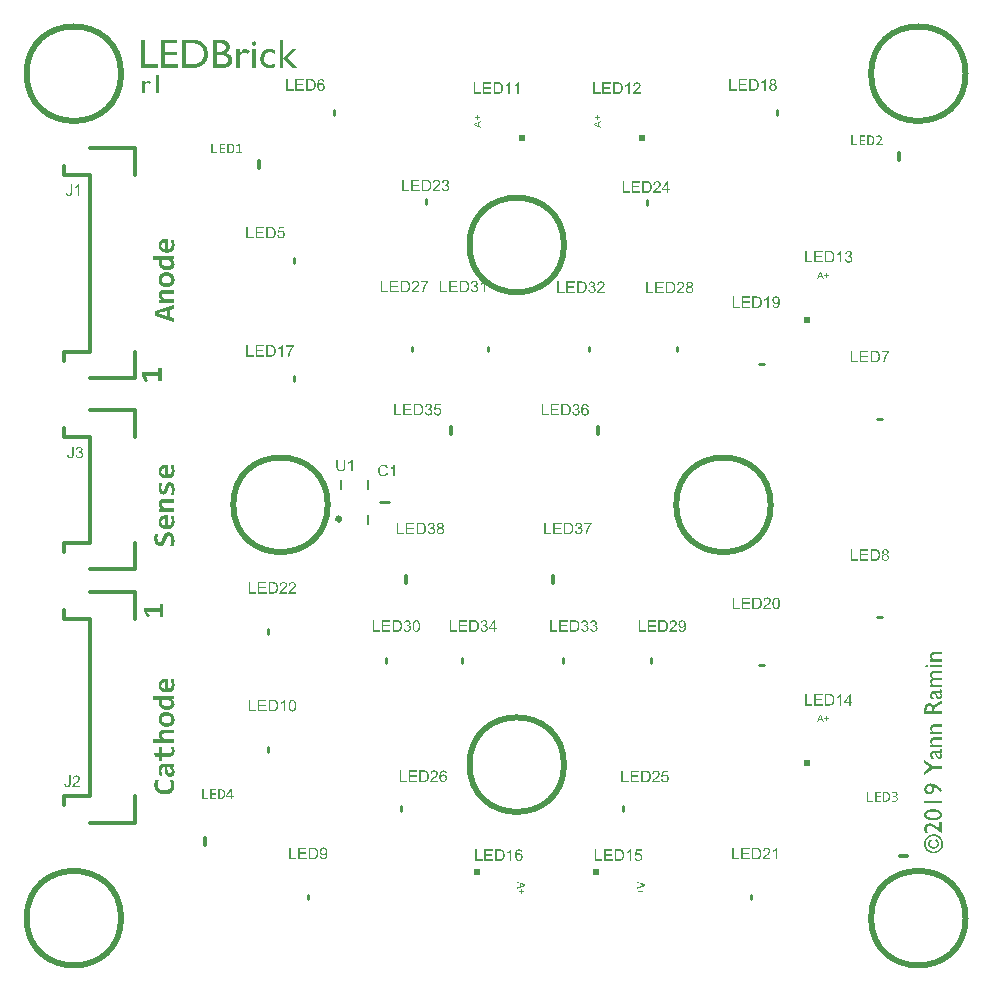
<source format=gto>
G04*
G04 #@! TF.GenerationSoftware,Altium Limited,Altium Designer,19.0.12 (326)*
G04*
G04 Layer_Color=65535*
%FSLAX25Y25*%
%MOIN*%
G70*
G01*
G75*
%ADD10C,0.01968*%
%ADD11C,0.01181*%
%ADD12C,0.01000*%
%ADD13C,0.00787*%
%ADD14R,0.01968X0.01968*%
%ADD15R,0.01968X0.01968*%
G36*
X262174Y462011D02*
X262901D01*
Y461606D01*
X260853D01*
Y462011D01*
X261691D01*
Y464392D01*
X260908Y463970D01*
X260753Y464342D01*
X261785Y464886D01*
X262174D01*
Y462011D01*
D02*
G37*
G36*
X258833Y464864D02*
X258894Y464858D01*
X258966Y464847D01*
X259049Y464836D01*
X259138Y464819D01*
X259227Y464797D01*
X259321Y464775D01*
X259415Y464742D01*
X259510Y464703D01*
X259604Y464658D01*
X259693Y464603D01*
X259776Y464547D01*
X259848Y464475D01*
X259854Y464470D01*
X259865Y464459D01*
X259882Y464436D01*
X259909Y464403D01*
X259937Y464359D01*
X259970Y464309D01*
X260004Y464248D01*
X260037Y464176D01*
X260070Y464098D01*
X260109Y464009D01*
X260137Y463909D01*
X260165Y463804D01*
X260192Y463682D01*
X260209Y463554D01*
X260220Y463421D01*
X260226Y463271D01*
Y463260D01*
Y463232D01*
Y463188D01*
X260220Y463127D01*
X260215Y463060D01*
X260209Y462982D01*
X260187Y462821D01*
Y462810D01*
X260181Y462782D01*
X260170Y462744D01*
X260159Y462688D01*
X260142Y462627D01*
X260120Y462561D01*
X260070Y462422D01*
X260065Y462416D01*
X260054Y462389D01*
X260037Y462355D01*
X260015Y462311D01*
X259987Y462261D01*
X259954Y462200D01*
X259865Y462083D01*
X259859Y462078D01*
X259843Y462061D01*
X259815Y462028D01*
X259776Y461994D01*
X259732Y461956D01*
X259676Y461911D01*
X259615Y461867D01*
X259548Y461828D01*
X259543Y461822D01*
X259515Y461811D01*
X259476Y461789D01*
X259426Y461767D01*
X259365Y461739D01*
X259293Y461711D01*
X259210Y461684D01*
X259121Y461661D01*
X259110D01*
X259077Y461650D01*
X259027Y461645D01*
X258960Y461634D01*
X258877Y461623D01*
X258783Y461617D01*
X258677Y461606D01*
X257867D01*
Y464869D01*
X258777D01*
X258833Y464864D01*
D02*
G37*
G36*
X257140Y464492D02*
X255725D01*
Y463487D01*
X257084D01*
Y463110D01*
X255725D01*
Y461983D01*
X257140D01*
Y461606D01*
X255281D01*
Y464869D01*
X257140D01*
Y464492D01*
D02*
G37*
G36*
X252999Y461983D02*
X254431D01*
Y461606D01*
X252550D01*
Y464869D01*
X252999D01*
Y461983D01*
D02*
G37*
G36*
X475173Y467658D02*
X475229D01*
X475290Y467647D01*
X475357Y467636D01*
X475429Y467619D01*
X475495Y467597D01*
X475501Y467591D01*
X475523Y467586D01*
X475556Y467569D01*
X475601Y467547D01*
X475651Y467519D01*
X475701Y467491D01*
X475801Y467408D01*
X475806Y467403D01*
X475823Y467386D01*
X475845Y467358D01*
X475878Y467325D01*
X475912Y467280D01*
X475945Y467231D01*
X475978Y467175D01*
X476006Y467108D01*
X476012Y467103D01*
X476017Y467075D01*
X476028Y467042D01*
X476045Y466992D01*
X476056Y466931D01*
X476067Y466864D01*
X476073Y466792D01*
X476078Y466709D01*
Y466703D01*
Y466676D01*
Y466642D01*
X476073Y466592D01*
X476067Y466542D01*
X476056Y466481D01*
X476028Y466359D01*
Y466354D01*
X476017Y466331D01*
X476006Y466298D01*
X475989Y466259D01*
X475967Y466209D01*
X475939Y466154D01*
X475873Y466037D01*
X475867Y466032D01*
X475856Y466010D01*
X475834Y465982D01*
X475806Y465937D01*
X475767Y465887D01*
X475723Y465832D01*
X475673Y465771D01*
X475617Y465710D01*
X475612Y465704D01*
X475590Y465682D01*
X475556Y465649D01*
X475518Y465604D01*
X475462Y465549D01*
X475401Y465488D01*
X475334Y465416D01*
X475257Y465344D01*
X474668Y464766D01*
X476256D01*
Y464350D01*
X474102D01*
Y464739D01*
X474940Y465577D01*
X474951Y465588D01*
X474974Y465610D01*
X475012Y465649D01*
X475062Y465699D01*
X475118Y465754D01*
X475173Y465815D01*
X475229Y465876D01*
X475279Y465932D01*
X475284Y465937D01*
X475301Y465960D01*
X475323Y465987D01*
X475351Y466021D01*
X475384Y466065D01*
X475418Y466109D01*
X475479Y466204D01*
X475484Y466209D01*
X475490Y466226D01*
X475506Y466248D01*
X475523Y466281D01*
X475556Y466354D01*
X475579Y466437D01*
Y466442D01*
X475584Y466459D01*
X475590Y466481D01*
X475595Y466509D01*
Y466542D01*
X475601Y466587D01*
X475606Y466676D01*
Y466681D01*
Y466698D01*
Y466720D01*
X475601Y466748D01*
X475595Y466825D01*
X475573Y466903D01*
Y466909D01*
X475567Y466920D01*
X475562Y466942D01*
X475551Y466970D01*
X475518Y467031D01*
X475473Y467097D01*
X475468Y467103D01*
X475462Y467114D01*
X475445Y467125D01*
X475429Y467147D01*
X475368Y467186D01*
X475295Y467231D01*
X475290D01*
X475279Y467236D01*
X475257Y467247D01*
X475223Y467258D01*
X475184Y467264D01*
X475146Y467275D01*
X475096Y467280D01*
X475007D01*
X474968Y467275D01*
X474918Y467269D01*
X474857Y467258D01*
X474796Y467242D01*
X474729Y467219D01*
X474663Y467186D01*
X474657Y467180D01*
X474635Y467169D01*
X474602Y467147D01*
X474557Y467119D01*
X474513Y467086D01*
X474458Y467047D01*
X474407Y466997D01*
X474352Y466947D01*
X474113Y467231D01*
X474124Y467242D01*
X474147Y467264D01*
X474186Y467297D01*
X474235Y467341D01*
X474297Y467391D01*
X474369Y467441D01*
X474446Y467497D01*
X474535Y467541D01*
X474541D01*
X474546Y467547D01*
X474580Y467558D01*
X474629Y467580D01*
X474696Y467602D01*
X474779Y467625D01*
X474874Y467647D01*
X474979Y467658D01*
X475096Y467663D01*
X475135D01*
X475173Y467658D01*
D02*
G37*
G36*
X472160Y467608D02*
X472221Y467602D01*
X472293Y467591D01*
X472376Y467580D01*
X472465Y467563D01*
X472554Y467541D01*
X472648Y467519D01*
X472743Y467486D01*
X472837Y467447D01*
X472931Y467403D01*
X473020Y467347D01*
X473103Y467291D01*
X473175Y467219D01*
X473181Y467214D01*
X473192Y467203D01*
X473209Y467180D01*
X473237Y467147D01*
X473264Y467103D01*
X473298Y467053D01*
X473331Y466992D01*
X473364Y466920D01*
X473397Y466842D01*
X473436Y466753D01*
X473464Y466653D01*
X473492Y466548D01*
X473520Y466426D01*
X473536Y466298D01*
X473547Y466165D01*
X473553Y466015D01*
Y466004D01*
Y465976D01*
Y465932D01*
X473547Y465871D01*
X473542Y465804D01*
X473536Y465726D01*
X473514Y465565D01*
Y465554D01*
X473508Y465527D01*
X473497Y465488D01*
X473486Y465432D01*
X473470Y465371D01*
X473447Y465305D01*
X473397Y465166D01*
X473392Y465160D01*
X473381Y465133D01*
X473364Y465099D01*
X473342Y465055D01*
X473314Y465005D01*
X473281Y464944D01*
X473192Y464827D01*
X473186Y464822D01*
X473170Y464805D01*
X473142Y464772D01*
X473103Y464739D01*
X473059Y464700D01*
X473003Y464655D01*
X472942Y464611D01*
X472876Y464572D01*
X472870Y464566D01*
X472842Y464555D01*
X472804Y464533D01*
X472754Y464511D01*
X472693Y464483D01*
X472620Y464456D01*
X472537Y464428D01*
X472448Y464405D01*
X472437D01*
X472404Y464394D01*
X472354Y464389D01*
X472287Y464378D01*
X472204Y464367D01*
X472110Y464361D01*
X472004Y464350D01*
X471194D01*
Y467613D01*
X472104D01*
X472160Y467608D01*
D02*
G37*
G36*
X470467Y467236D02*
X469052D01*
Y466231D01*
X470411D01*
Y465854D01*
X469052D01*
Y464727D01*
X470467D01*
Y464350D01*
X468608D01*
Y467613D01*
X470467D01*
Y467236D01*
D02*
G37*
G36*
X466327Y464727D02*
X467759D01*
Y464350D01*
X465877D01*
Y467613D01*
X466327D01*
Y464727D01*
D02*
G37*
G36*
X480296Y248808D02*
X480357D01*
X480430Y248797D01*
X480502Y248786D01*
X480579Y248775D01*
X480657Y248752D01*
X480668D01*
X480690Y248741D01*
X480729Y248730D01*
X480774Y248713D01*
X480829Y248691D01*
X480885Y248663D01*
X480940Y248630D01*
X480990Y248591D01*
X480996Y248586D01*
X481012Y248575D01*
X481035Y248552D01*
X481068Y248519D01*
X481096Y248480D01*
X481129Y248442D01*
X481162Y248392D01*
X481190Y248336D01*
X481195Y248330D01*
X481201Y248308D01*
X481212Y248281D01*
X481229Y248236D01*
X481240Y248186D01*
X481251Y248131D01*
X481256Y248064D01*
X481262Y247997D01*
Y247992D01*
Y247986D01*
Y247953D01*
X481256Y247898D01*
X481245Y247836D01*
X481229Y247759D01*
X481201Y247681D01*
X481168Y247604D01*
X481118Y247526D01*
X481112Y247520D01*
X481090Y247493D01*
X481057Y247459D01*
X481012Y247420D01*
X480957Y247370D01*
X480890Y247320D01*
X480807Y247270D01*
X480718Y247226D01*
X480724D01*
X480740Y247220D01*
X480763Y247215D01*
X480796Y247209D01*
X480835Y247198D01*
X480879Y247182D01*
X480968Y247143D01*
X480973D01*
X480990Y247132D01*
X481012Y247121D01*
X481046Y247104D01*
X481118Y247054D01*
X481190Y246993D01*
X481195Y246987D01*
X481207Y246976D01*
X481223Y246954D01*
X481245Y246932D01*
X481273Y246899D01*
X481301Y246860D01*
X481351Y246771D01*
X481356Y246765D01*
X481362Y246749D01*
X481373Y246721D01*
X481384Y246688D01*
X481395Y246643D01*
X481406Y246599D01*
X481418Y246543D01*
Y246488D01*
Y246477D01*
Y246449D01*
X481412Y246410D01*
X481406Y246355D01*
X481395Y246294D01*
X481379Y246227D01*
X481356Y246155D01*
X481329Y246083D01*
X481323Y246077D01*
X481312Y246049D01*
X481290Y246016D01*
X481262Y245972D01*
X481223Y245922D01*
X481179Y245866D01*
X481123Y245811D01*
X481062Y245755D01*
X481057Y245750D01*
X481029Y245733D01*
X480996Y245705D01*
X480946Y245678D01*
X480879Y245639D01*
X480807Y245605D01*
X480718Y245567D01*
X480624Y245533D01*
X480618D01*
X480613Y245528D01*
X480596D01*
X480579Y245522D01*
X480524Y245511D01*
X480446Y245495D01*
X480357Y245478D01*
X480252Y245467D01*
X480135Y245461D01*
X480008Y245456D01*
X479891D01*
X479836Y245461D01*
X479780D01*
X479658Y245472D01*
X479630D01*
X479603Y245478D01*
X479564D01*
X479519Y245483D01*
X479469Y245489D01*
X479369Y245500D01*
Y245888D01*
X479375D01*
X479397Y245883D01*
X479425Y245877D01*
X479464Y245872D01*
X479514Y245866D01*
X479569Y245861D01*
X479691Y245844D01*
X479725D01*
X479758Y245838D01*
X479858D01*
X479919Y245833D01*
X480135D01*
X480191Y245838D01*
X480258Y245844D01*
X480324Y245850D01*
X480396Y245861D01*
X480463Y245872D01*
X480468D01*
X480491Y245883D01*
X480524Y245888D01*
X480563Y245905D01*
X480657Y245944D01*
X480701Y245972D01*
X480746Y246000D01*
X480752Y246005D01*
X480763Y246016D01*
X480785Y246033D01*
X480807Y246055D01*
X480862Y246122D01*
X480885Y246155D01*
X480907Y246199D01*
Y246205D01*
X480918Y246221D01*
X480924Y246244D01*
X480935Y246277D01*
X480946Y246316D01*
X480951Y246360D01*
X480962Y246466D01*
Y246471D01*
Y246488D01*
X480957Y246516D01*
Y246543D01*
X480935Y246621D01*
X480924Y246660D01*
X480901Y246699D01*
Y246704D01*
X480890Y246715D01*
X480873Y246732D01*
X480857Y246760D01*
X480801Y246810D01*
X480729Y246865D01*
X480724Y246871D01*
X480713Y246876D01*
X480690Y246887D01*
X480657Y246904D01*
X480618Y246921D01*
X480574Y246937D01*
X480524Y246954D01*
X480468Y246965D01*
X480463D01*
X480441Y246971D01*
X480413Y246976D01*
X480374Y246987D01*
X480324Y246993D01*
X480269Y246999D01*
X480141Y247004D01*
X479769D01*
Y247359D01*
X480202D01*
X480235Y247365D01*
X480280Y247370D01*
X480324Y247376D01*
X480418Y247398D01*
X480424D01*
X480441Y247404D01*
X480463Y247415D01*
X480491Y247426D01*
X480557Y247459D01*
X480624Y247509D01*
X480629Y247515D01*
X480640Y247520D01*
X480657Y247537D01*
X480674Y247559D01*
X480718Y247615D01*
X480757Y247687D01*
Y247692D01*
X480763Y247703D01*
X480774Y247726D01*
X480785Y247759D01*
X480790Y247792D01*
X480801Y247836D01*
X480807Y247931D01*
Y247937D01*
Y247942D01*
Y247975D01*
X480801Y248020D01*
X480785Y248075D01*
X480768Y248142D01*
X480740Y248203D01*
X480701Y248264D01*
X480646Y248314D01*
X480640Y248319D01*
X480618Y248330D01*
X480579Y248353D01*
X480529Y248375D01*
X480463Y248397D01*
X480380Y248419D01*
X480285Y248430D01*
X480174Y248436D01*
X480113D01*
X480069Y248430D01*
X480019D01*
X479958Y248425D01*
X479830Y248403D01*
X479825D01*
X479802Y248397D01*
X479764Y248392D01*
X479719Y248380D01*
X479664Y248364D01*
X479603Y248347D01*
X479530Y248330D01*
X479458Y248308D01*
Y248686D01*
X479464D01*
X479475Y248691D01*
X479492Y248697D01*
X479514Y248702D01*
X479569Y248719D01*
X479636Y248736D01*
X479641D01*
X479653Y248741D01*
X479675D01*
X479697Y248747D01*
X479758Y248763D01*
X479830Y248775D01*
X479836D01*
X479847Y248780D01*
X479864D01*
X479891Y248786D01*
X479952Y248791D01*
X480019Y248802D01*
X480035D01*
X480058Y248808D01*
X480080D01*
X480141Y248813D01*
X480246D01*
X480296Y248808D01*
D02*
G37*
G36*
X477383Y248758D02*
X477444Y248752D01*
X477516Y248741D01*
X477599Y248730D01*
X477688Y248713D01*
X477777Y248691D01*
X477871Y248669D01*
X477965Y248636D01*
X478060Y248597D01*
X478154Y248552D01*
X478243Y248497D01*
X478326Y248442D01*
X478398Y248369D01*
X478404Y248364D01*
X478415Y248353D01*
X478432Y248330D01*
X478459Y248297D01*
X478487Y248253D01*
X478520Y248203D01*
X478554Y248142D01*
X478587Y248070D01*
X478620Y247992D01*
X478659Y247903D01*
X478687Y247803D01*
X478715Y247698D01*
X478742Y247576D01*
X478759Y247448D01*
X478770Y247315D01*
X478776Y247165D01*
Y247154D01*
Y247126D01*
Y247082D01*
X478770Y247021D01*
X478764Y246954D01*
X478759Y246876D01*
X478737Y246715D01*
Y246704D01*
X478731Y246677D01*
X478720Y246638D01*
X478709Y246582D01*
X478692Y246521D01*
X478670Y246455D01*
X478620Y246316D01*
X478615Y246310D01*
X478604Y246283D01*
X478587Y246249D01*
X478565Y246205D01*
X478537Y246155D01*
X478504Y246094D01*
X478415Y245977D01*
X478409Y245972D01*
X478393Y245955D01*
X478365Y245922D01*
X478326Y245888D01*
X478282Y245850D01*
X478226Y245805D01*
X478165Y245761D01*
X478098Y245722D01*
X478093Y245716D01*
X478065Y245705D01*
X478026Y245683D01*
X477977Y245661D01*
X477915Y245633D01*
X477843Y245605D01*
X477760Y245578D01*
X477671Y245555D01*
X477660D01*
X477627Y245544D01*
X477577Y245539D01*
X477510Y245528D01*
X477427Y245517D01*
X477333Y245511D01*
X477227Y245500D01*
X476417D01*
Y248763D01*
X477327D01*
X477383Y248758D01*
D02*
G37*
G36*
X475690Y248386D02*
X474275D01*
Y247381D01*
X475634D01*
Y247004D01*
X474275D01*
Y245877D01*
X475690D01*
Y245500D01*
X473831D01*
Y248763D01*
X475690D01*
Y248386D01*
D02*
G37*
G36*
X471550Y245877D02*
X472982D01*
Y245500D01*
X471100D01*
Y248763D01*
X471550D01*
Y245877D01*
D02*
G37*
G36*
X259479Y247504D02*
X260039D01*
Y247122D01*
X259479D01*
Y246400D01*
X259035D01*
Y247122D01*
X257464D01*
Y247504D01*
X258852Y249663D01*
X259479D01*
Y247504D01*
D02*
G37*
G36*
X255783Y249658D02*
X255844Y249652D01*
X255916Y249641D01*
X255999Y249630D01*
X256088Y249613D01*
X256177Y249591D01*
X256271Y249569D01*
X256365Y249536D01*
X256460Y249497D01*
X256554Y249452D01*
X256643Y249397D01*
X256726Y249342D01*
X256798Y249269D01*
X256804Y249264D01*
X256815Y249253D01*
X256832Y249231D01*
X256859Y249197D01*
X256887Y249153D01*
X256920Y249103D01*
X256954Y249042D01*
X256987Y248970D01*
X257020Y248892D01*
X257059Y248803D01*
X257087Y248703D01*
X257115Y248598D01*
X257142Y248476D01*
X257159Y248348D01*
X257170Y248215D01*
X257176Y248065D01*
Y248054D01*
Y248026D01*
Y247982D01*
X257170Y247921D01*
X257165Y247854D01*
X257159Y247776D01*
X257137Y247616D01*
Y247604D01*
X257131Y247577D01*
X257120Y247538D01*
X257109Y247482D01*
X257092Y247421D01*
X257070Y247355D01*
X257020Y247216D01*
X257015Y247210D01*
X257004Y247182D01*
X256987Y247149D01*
X256965Y247105D01*
X256937Y247055D01*
X256904Y246994D01*
X256815Y246877D01*
X256809Y246872D01*
X256793Y246855D01*
X256765Y246822D01*
X256726Y246789D01*
X256682Y246750D01*
X256626Y246705D01*
X256565Y246661D01*
X256499Y246622D01*
X256493Y246616D01*
X256465Y246605D01*
X256426Y246583D01*
X256377Y246561D01*
X256315Y246533D01*
X256243Y246505D01*
X256160Y246478D01*
X256071Y246456D01*
X256060D01*
X256027Y246444D01*
X255977Y246439D01*
X255910Y246428D01*
X255827Y246417D01*
X255733Y246411D01*
X255627Y246400D01*
X254817D01*
Y249663D01*
X255727D01*
X255783Y249658D01*
D02*
G37*
G36*
X254090Y249286D02*
X252675D01*
Y248281D01*
X254034D01*
Y247904D01*
X252675D01*
Y246777D01*
X254090D01*
Y246400D01*
X252231D01*
Y249663D01*
X254090D01*
Y249286D01*
D02*
G37*
G36*
X249950Y246777D02*
X251381D01*
Y246400D01*
X249500D01*
Y249663D01*
X249950D01*
Y246777D01*
D02*
G37*
G36*
X236500Y307189D02*
X235411D01*
Y308855D01*
X231223D01*
X232012Y307400D01*
X231012Y307000D01*
X229923Y309078D01*
Y310111D01*
X235411D01*
Y311544D01*
X236500D01*
Y307189D01*
D02*
G37*
G36*
X236000Y385689D02*
X234911D01*
Y387355D01*
X230723D01*
X231512Y385900D01*
X230512Y385500D01*
X229423Y387578D01*
Y388611D01*
X234911D01*
Y390044D01*
X236000D01*
Y385689D01*
D02*
G37*
G36*
X496063Y294651D02*
X493861D01*
X493852D01*
X493834D01*
X493806D01*
X493769D01*
X493658Y294641D01*
X493529Y294632D01*
X493390Y294604D01*
X493251Y294577D01*
X493121Y294530D01*
X493011Y294465D01*
X493001Y294456D01*
X492974Y294428D01*
X492927Y294391D01*
X492881Y294327D01*
X492835Y294244D01*
X492789Y294142D01*
X492761Y294012D01*
X492752Y293864D01*
Y293809D01*
X492761Y293772D01*
X492779Y293670D01*
X492816Y293550D01*
X492881Y293402D01*
X492927Y293328D01*
X492983Y293245D01*
X493048Y293170D01*
X493112Y293096D01*
X493205Y293022D01*
X493297Y292949D01*
X496063D01*
Y292162D01*
X492197D01*
Y292949D01*
X492687D01*
X492677Y292958D01*
X492659Y292976D01*
X492631Y293004D01*
X492594Y293041D01*
X492557Y293087D01*
X492502Y293143D01*
X492400Y293282D01*
X492298Y293457D01*
X492206Y293652D01*
X492169Y293762D01*
X492141Y293874D01*
X492123Y293985D01*
X492113Y294105D01*
Y294169D01*
X492123Y294234D01*
X492141Y294327D01*
X492160Y294428D01*
X492197Y294539D01*
X492243Y294660D01*
X492308Y294780D01*
X492317Y294798D01*
X492345Y294835D01*
X492381Y294891D01*
X492437Y294956D01*
X492511Y295030D01*
X492603Y295113D01*
X492705Y295187D01*
X492826Y295252D01*
X492844Y295261D01*
X492890Y295280D01*
X492964Y295307D01*
X493075Y295335D01*
X493214Y295363D01*
X493399Y295391D01*
X493603Y295409D01*
X493852Y295418D01*
X496063D01*
Y294651D01*
D02*
G37*
G36*
Y290303D02*
X492197D01*
Y291071D01*
X496063D01*
Y290303D01*
D02*
G37*
G36*
X491086Y291136D02*
X491133Y291126D01*
X491179Y291108D01*
X491234Y291089D01*
X491290Y291052D01*
X491346Y291006D01*
X491355Y290997D01*
X491364Y290978D01*
X491383Y290950D01*
X491410Y290914D01*
X491457Y290812D01*
X491466Y290747D01*
X491475Y290682D01*
Y290654D01*
X491466Y290617D01*
X491457Y290581D01*
X491420Y290479D01*
X491392Y290423D01*
X491346Y290368D01*
X491336Y290358D01*
X491318Y290349D01*
X491290Y290331D01*
X491253Y290303D01*
X491151Y290257D01*
X491086Y290248D01*
X491022Y290238D01*
X491012D01*
X490994D01*
X490957Y290248D01*
X490920Y290257D01*
X490818Y290294D01*
X490763Y290321D01*
X490707Y290368D01*
X490698Y290377D01*
X490689Y290395D01*
X490661Y290423D01*
X490633Y290460D01*
X490587Y290562D01*
X490578Y290617D01*
X490568Y290682D01*
Y290710D01*
X490578Y290747D01*
X490587Y290793D01*
X490605Y290840D01*
X490624Y290895D01*
X490661Y290950D01*
X490707Y291006D01*
X490717Y291015D01*
X490726Y291024D01*
X490754Y291052D01*
X490791Y291080D01*
X490892Y291126D01*
X490957Y291136D01*
X491022Y291145D01*
X491031D01*
X491049D01*
X491086Y291136D01*
D02*
G37*
G36*
X496063Y288472D02*
X493769D01*
X493760D01*
X493750D01*
X493686D01*
X493603Y288462D01*
X493492Y288444D01*
X493380Y288425D01*
X493251Y288388D01*
X493131Y288333D01*
X493029Y288268D01*
X493020Y288259D01*
X492992Y288231D01*
X492946Y288185D01*
X492900Y288129D01*
X492853Y288046D01*
X492807Y287944D01*
X492779Y287833D01*
X492770Y287704D01*
Y287657D01*
X492779Y287620D01*
X492798Y287528D01*
X492835Y287417D01*
X492890Y287278D01*
X492974Y287130D01*
X493029Y287047D01*
X493094Y286973D01*
X493177Y286890D01*
X493260Y286816D01*
X496063D01*
Y286048D01*
X493908D01*
X493898D01*
X493880D01*
X493843D01*
X493806D01*
X493695Y286039D01*
X493556Y286030D01*
X493408Y286002D01*
X493260Y285974D01*
X493121Y285928D01*
X493011Y285872D01*
X493001Y285863D01*
X492974Y285835D01*
X492927Y285798D01*
X492881Y285734D01*
X492835Y285650D01*
X492789Y285548D01*
X492761Y285419D01*
X492752Y285271D01*
Y285234D01*
X492761Y285188D01*
Y285123D01*
X492779Y285058D01*
X492798Y284984D01*
X492826Y284901D01*
X492863Y284827D01*
X492872Y284818D01*
X492881Y284790D01*
X492909Y284753D01*
X492955Y284698D01*
X493011Y284633D01*
X493075Y284559D01*
X493158Y284475D01*
X493260Y284383D01*
X496063D01*
Y283615D01*
X492197D01*
Y284383D01*
X492705D01*
X492696Y284392D01*
X492677Y284411D01*
X492650Y284438D01*
X492613Y284485D01*
X492566Y284531D01*
X492520Y284596D01*
X492409Y284744D01*
X492298Y284920D01*
X492206Y285114D01*
X492169Y285206D01*
X492141Y285317D01*
X492123Y285419D01*
X492113Y285521D01*
Y285595D01*
X492123Y285641D01*
X492132Y285706D01*
X492150Y285771D01*
X492206Y285937D01*
X492243Y286030D01*
X492289Y286122D01*
X492345Y286214D01*
X492409Y286307D01*
X492492Y286400D01*
X492594Y286492D01*
X492696Y286575D01*
X492826Y286659D01*
X492816Y286668D01*
X492798Y286686D01*
X492761Y286723D01*
X492715Y286760D01*
X492659Y286825D01*
X492603Y286890D01*
X492539Y286964D01*
X492465Y287047D01*
X492335Y287241D01*
X492224Y287463D01*
X492178Y287574D01*
X492141Y287695D01*
X492123Y287815D01*
X492113Y287944D01*
Y288000D01*
X492123Y288037D01*
X492132Y288139D01*
X492169Y288268D01*
X492215Y288416D01*
X492289Y288573D01*
X492391Y288731D01*
X492455Y288795D01*
X492529Y288869D01*
X492548Y288888D01*
X492576Y288906D01*
X492603Y288925D01*
X492650Y288952D01*
X492705Y288989D01*
X492770Y289017D01*
X492844Y289054D01*
X492927Y289091D01*
X493020Y289119D01*
X493121Y289156D01*
X493232Y289184D01*
X493362Y289202D01*
X493492Y289221D01*
X493630Y289239D01*
X493787D01*
X496063D01*
Y288472D01*
D02*
G37*
G36*
X495850Y282959D02*
X495869Y282922D01*
X495896Y282875D01*
X495933Y282820D01*
X496007Y282681D01*
X496035Y282616D01*
X496063Y282552D01*
Y282542D01*
X496072Y282524D01*
X496081Y282496D01*
X496091Y282450D01*
X496109Y282348D01*
X496118Y282228D01*
Y282209D01*
X496109Y282154D01*
X496100Y282070D01*
X496072Y281969D01*
X496026Y281876D01*
X495961Y281784D01*
X495869Y281700D01*
X495804Y281673D01*
X495739Y281654D01*
Y281645D01*
X495758Y281636D01*
X495776Y281608D01*
X495795Y281571D01*
X495859Y281469D01*
X495924Y281340D01*
X495998Y281183D01*
X496063Y281007D01*
X496100Y280813D01*
X496118Y280609D01*
Y280544D01*
X496100Y280470D01*
X496081Y280368D01*
X496054Y280267D01*
X496007Y280156D01*
X495943Y280035D01*
X495859Y279934D01*
X495850Y279925D01*
X495813Y279897D01*
X495749Y279851D01*
X495675Y279804D01*
X495573Y279749D01*
X495462Y279712D01*
X495332Y279675D01*
X495184Y279665D01*
X495166D01*
X495119D01*
X495055Y279684D01*
X494962Y279702D01*
X494861Y279730D01*
X494749Y279777D01*
X494638Y279841D01*
X494527Y279925D01*
X494518Y279934D01*
X494481Y279971D01*
X494426Y280035D01*
X494361Y280119D01*
X494287Y280221D01*
X494213Y280350D01*
X494139Y280498D01*
X494074Y280674D01*
X493732Y281654D01*
X493529D01*
X493519D01*
X493501D01*
X493464D01*
X493418Y281645D01*
X493306Y281617D01*
X493177Y281571D01*
X493112Y281534D01*
X493048Y281479D01*
X492992Y281423D01*
X492937Y281358D01*
X492890Y281275D01*
X492853Y281183D01*
X492835Y281071D01*
X492826Y280951D01*
Y280887D01*
X492835Y280850D01*
X492844Y280794D01*
X492863Y280720D01*
X492909Y280572D01*
X492937Y280480D01*
X492983Y280387D01*
X493038Y280285D01*
X493094Y280184D01*
X493177Y280072D01*
X493260Y279961D01*
X493362Y279851D01*
X493473Y279739D01*
X492640D01*
X492631Y279749D01*
X492622Y279758D01*
X492594Y279786D01*
X492557Y279823D01*
X492520Y279869D01*
X492474Y279925D01*
X492428Y279989D01*
X492372Y280063D01*
X492326Y280156D01*
X492280Y280248D01*
X492234Y280350D01*
X492197Y280470D01*
X492160Y280591D01*
X492132Y280720D01*
X492123Y280868D01*
X492113Y281016D01*
Y281071D01*
X492123Y281118D01*
Y281173D01*
X492132Y281229D01*
X492150Y281377D01*
X492197Y281534D01*
X492252Y281700D01*
X492335Y281867D01*
X492446Y282015D01*
Y282024D01*
X492465Y282033D01*
X492520Y282089D01*
X492603Y282163D01*
X492724Y282246D01*
X492733Y282256D01*
X492752Y282265D01*
X492789Y282283D01*
X492835Y282302D01*
X492946Y282348D01*
X493075Y282376D01*
X493084D01*
X493112Y282385D01*
X493158D01*
X493223Y282394D01*
X493316D01*
X493427Y282403D01*
X493566D01*
X493732D01*
X495378D01*
X495388D01*
X495406D01*
X495471Y282422D01*
X495545Y282459D01*
X495564Y282487D01*
X495573Y282533D01*
Y282561D01*
X495564Y282589D01*
X495545Y282644D01*
X495527Y282699D01*
X495490Y282773D01*
X495434Y282866D01*
X495369Y282968D01*
X495841D01*
X495850Y282959D01*
D02*
G37*
G36*
X496063Y278435D02*
X495684Y278186D01*
X495675D01*
X495665Y278176D01*
X495610Y278130D01*
X495378Y277963D01*
X494953Y277705D01*
X494490Y277427D01*
X494472Y277418D01*
X494435Y277381D01*
X494361Y277334D01*
X494287Y277270D01*
X494195Y277196D01*
X494093Y277113D01*
X494000Y277029D01*
X493917Y276946D01*
X493908Y276937D01*
X493880Y276909D01*
X493843Y276872D01*
X493797Y276817D01*
X493695Y276696D01*
X493649Y276622D01*
X493612Y276557D01*
X493603Y276548D01*
X493593Y276520D01*
X493575Y276483D01*
X493556Y276419D01*
X493538Y276336D01*
X493529Y276234D01*
X493510Y276114D01*
Y275753D01*
X496063D01*
Y274911D01*
X490189D01*
Y276465D01*
X490199Y276530D01*
Y276604D01*
X490208Y276687D01*
X490226Y276789D01*
X490245Y276890D01*
X490300Y277122D01*
X490374Y277353D01*
X490485Y277584D01*
X490559Y277695D01*
X490633Y277797D01*
X490642Y277806D01*
X490652Y277816D01*
X490680Y277843D01*
X490717Y277880D01*
X490763Y277917D01*
X490809Y277963D01*
X490948Y278065D01*
X491123Y278158D01*
X491327Y278241D01*
X491438Y278278D01*
X491558Y278306D01*
X491688Y278315D01*
X491826Y278324D01*
X491836D01*
X491845D01*
X491873D01*
X491910D01*
X492011Y278315D01*
X492132Y278296D01*
X492271Y278259D01*
X492428Y278213D01*
X492576Y278149D01*
X492724Y278065D01*
X492742Y278056D01*
X492789Y278019D01*
X492853Y277954D01*
X492927Y277880D01*
X493020Y277769D01*
X493112Y277640D01*
X493205Y277492D01*
X493279Y277325D01*
X493288Y277334D01*
X493316Y277372D01*
X493353Y277427D01*
X493408Y277501D01*
X493482Y277584D01*
X493575Y277677D01*
X493677Y277779D01*
X493787Y277880D01*
X493806Y277889D01*
X493852Y277926D01*
X493926Y277991D01*
X493982Y278028D01*
X494046Y278075D01*
X494111Y278130D01*
X494195Y278186D01*
X494287Y278250D01*
X494389Y278315D01*
X494500Y278389D01*
X494620Y278463D01*
X494749Y278546D01*
X494898Y278639D01*
X494907D01*
X494916Y278648D01*
X494944Y278666D01*
X494981Y278694D01*
X495064Y278750D01*
X495175Y278815D01*
X495295Y278889D01*
X495425Y278972D01*
X495545Y279055D01*
X495647Y279129D01*
X496063Y279444D01*
Y278435D01*
D02*
G37*
G36*
Y270545D02*
X493861D01*
X493852D01*
X493834D01*
X493806D01*
X493769D01*
X493658Y270536D01*
X493529Y270527D01*
X493390Y270499D01*
X493251Y270471D01*
X493121Y270425D01*
X493011Y270360D01*
X493001Y270351D01*
X492974Y270323D01*
X492927Y270286D01*
X492881Y270221D01*
X492835Y270138D01*
X492789Y270036D01*
X492761Y269907D01*
X492752Y269759D01*
Y269703D01*
X492761Y269666D01*
X492779Y269565D01*
X492816Y269444D01*
X492881Y269296D01*
X492927Y269222D01*
X492983Y269139D01*
X493048Y269065D01*
X493112Y268991D01*
X493205Y268917D01*
X493297Y268843D01*
X496063D01*
Y268057D01*
X492197D01*
Y268843D01*
X492687D01*
X492677Y268852D01*
X492659Y268871D01*
X492631Y268899D01*
X492594Y268935D01*
X492557Y268982D01*
X492502Y269037D01*
X492400Y269176D01*
X492298Y269352D01*
X492206Y269546D01*
X492169Y269657D01*
X492141Y269768D01*
X492123Y269879D01*
X492113Y269999D01*
Y270064D01*
X492123Y270129D01*
X492141Y270221D01*
X492160Y270323D01*
X492197Y270434D01*
X492243Y270554D01*
X492308Y270674D01*
X492317Y270693D01*
X492345Y270730D01*
X492381Y270785D01*
X492437Y270850D01*
X492511Y270924D01*
X492603Y271007D01*
X492705Y271081D01*
X492826Y271146D01*
X492844Y271156D01*
X492890Y271174D01*
X492964Y271202D01*
X493075Y271230D01*
X493214Y271257D01*
X493399Y271285D01*
X493603Y271304D01*
X493852Y271313D01*
X496063D01*
Y270545D01*
D02*
G37*
G36*
Y266234D02*
X493861D01*
X493852D01*
X493834D01*
X493806D01*
X493769D01*
X493658Y266225D01*
X493529Y266216D01*
X493390Y266188D01*
X493251Y266160D01*
X493121Y266114D01*
X493011Y266050D01*
X493001Y266040D01*
X492974Y266013D01*
X492927Y265975D01*
X492881Y265911D01*
X492835Y265827D01*
X492789Y265726D01*
X492761Y265596D01*
X492752Y265448D01*
Y265393D01*
X492761Y265356D01*
X492779Y265254D01*
X492816Y265134D01*
X492881Y264986D01*
X492927Y264912D01*
X492983Y264828D01*
X493048Y264755D01*
X493112Y264681D01*
X493205Y264606D01*
X493297Y264532D01*
X496063D01*
Y263746D01*
X492197D01*
Y264532D01*
X492687D01*
X492677Y264542D01*
X492659Y264560D01*
X492631Y264588D01*
X492594Y264625D01*
X492557Y264671D01*
X492502Y264727D01*
X492400Y264865D01*
X492298Y265041D01*
X492206Y265235D01*
X492169Y265347D01*
X492141Y265458D01*
X492123Y265568D01*
X492113Y265689D01*
Y265754D01*
X492123Y265818D01*
X492141Y265911D01*
X492160Y266013D01*
X492197Y266124D01*
X492243Y266244D01*
X492308Y266364D01*
X492317Y266383D01*
X492345Y266420D01*
X492381Y266475D01*
X492437Y266540D01*
X492511Y266614D01*
X492603Y266697D01*
X492705Y266771D01*
X492826Y266836D01*
X492844Y266845D01*
X492890Y266863D01*
X492964Y266891D01*
X493075Y266919D01*
X493214Y266947D01*
X493399Y266974D01*
X493603Y266993D01*
X493852Y267002D01*
X496063D01*
Y266234D01*
D02*
G37*
G36*
X495850Y263071D02*
X495869Y263034D01*
X495896Y262988D01*
X495933Y262932D01*
X496007Y262793D01*
X496035Y262729D01*
X496063Y262664D01*
Y262655D01*
X496072Y262636D01*
X496081Y262609D01*
X496091Y262562D01*
X496109Y262460D01*
X496118Y262340D01*
Y262322D01*
X496109Y262266D01*
X496100Y262183D01*
X496072Y262081D01*
X496026Y261989D01*
X495961Y261896D01*
X495869Y261813D01*
X495804Y261785D01*
X495739Y261767D01*
Y261757D01*
X495758Y261748D01*
X495776Y261720D01*
X495795Y261684D01*
X495859Y261582D01*
X495924Y261452D01*
X495998Y261295D01*
X496063Y261119D01*
X496100Y260925D01*
X496118Y260721D01*
Y260657D01*
X496100Y260583D01*
X496081Y260481D01*
X496054Y260379D01*
X496007Y260268D01*
X495943Y260148D01*
X495859Y260046D01*
X495850Y260037D01*
X495813Y260009D01*
X495749Y259963D01*
X495675Y259917D01*
X495573Y259861D01*
X495462Y259824D01*
X495332Y259787D01*
X495184Y259778D01*
X495166D01*
X495119D01*
X495055Y259797D01*
X494962Y259815D01*
X494861Y259843D01*
X494749Y259889D01*
X494638Y259954D01*
X494527Y260037D01*
X494518Y260046D01*
X494481Y260083D01*
X494426Y260148D01*
X494361Y260231D01*
X494287Y260333D01*
X494213Y260462D01*
X494139Y260611D01*
X494074Y260786D01*
X493732Y261767D01*
X493529D01*
X493519D01*
X493501D01*
X493464D01*
X493418Y261757D01*
X493306Y261730D01*
X493177Y261684D01*
X493112Y261647D01*
X493048Y261591D01*
X492992Y261536D01*
X492937Y261471D01*
X492890Y261387D01*
X492853Y261295D01*
X492835Y261184D01*
X492826Y261064D01*
Y260999D01*
X492835Y260962D01*
X492844Y260907D01*
X492863Y260833D01*
X492909Y260684D01*
X492937Y260592D01*
X492983Y260500D01*
X493038Y260398D01*
X493094Y260296D01*
X493177Y260185D01*
X493260Y260074D01*
X493362Y259963D01*
X493473Y259852D01*
X492640D01*
X492631Y259861D01*
X492622Y259871D01*
X492594Y259898D01*
X492557Y259935D01*
X492520Y259981D01*
X492474Y260037D01*
X492428Y260102D01*
X492372Y260176D01*
X492326Y260268D01*
X492280Y260361D01*
X492234Y260462D01*
X492197Y260583D01*
X492160Y260703D01*
X492132Y260833D01*
X492123Y260981D01*
X492113Y261128D01*
Y261184D01*
X492123Y261230D01*
Y261286D01*
X492132Y261341D01*
X492150Y261489D01*
X492197Y261647D01*
X492252Y261813D01*
X492335Y261980D01*
X492446Y262127D01*
Y262137D01*
X492465Y262146D01*
X492520Y262201D01*
X492603Y262276D01*
X492724Y262359D01*
X492733Y262368D01*
X492752Y262377D01*
X492789Y262396D01*
X492835Y262414D01*
X492946Y262460D01*
X493075Y262488D01*
X493084D01*
X493112Y262497D01*
X493158D01*
X493223Y262507D01*
X493316D01*
X493427Y262516D01*
X493566D01*
X493732D01*
X495378D01*
X495388D01*
X495406D01*
X495471Y262534D01*
X495545Y262572D01*
X495564Y262599D01*
X495573Y262646D01*
Y262673D01*
X495564Y262701D01*
X495545Y262756D01*
X495527Y262812D01*
X495490Y262886D01*
X495434Y262979D01*
X495369Y263080D01*
X495841D01*
X495850Y263071D01*
D02*
G37*
G36*
X492964Y257382D02*
X496063D01*
Y256522D01*
X492964D01*
X490189Y254348D01*
Y255357D01*
X492215Y256938D01*
X490189Y258520D01*
Y259547D01*
X492964Y257382D01*
D02*
G37*
G36*
X492446Y251601D02*
X492539Y251592D01*
X492659Y251573D01*
X492789Y251555D01*
X492927Y251527D01*
X493084Y251490D01*
X493251Y251444D01*
X493436Y251397D01*
X493621Y251333D01*
X493815Y251250D01*
X494009Y251166D01*
X494213Y251064D01*
X494417Y250944D01*
X494426Y250935D01*
X494463Y250917D01*
X494518Y250880D01*
X494592Y250824D01*
X494685Y250759D01*
X494796Y250676D01*
X494916Y250584D01*
X495036Y250482D01*
X495175Y250361D01*
X495314Y250232D01*
X495452Y250093D01*
X495601Y249945D01*
X495739Y249788D01*
X495878Y249612D01*
X496007Y249436D01*
X496128Y249242D01*
X495517Y248733D01*
X495508Y248743D01*
X495499Y248761D01*
X495471Y248798D01*
X495443Y248845D01*
X495406Y248900D01*
X495360Y248965D01*
X495240Y249122D01*
X495092Y249298D01*
X494925Y249483D01*
X494731Y249686D01*
X494518Y249871D01*
X494509Y249881D01*
X494490Y249890D01*
X494463Y249918D01*
X494417Y249955D01*
X494361Y249991D01*
X494296Y250038D01*
X494148Y250139D01*
X493963Y250241D01*
X493760Y250352D01*
X493538Y250445D01*
X493306Y250519D01*
X493316Y250500D01*
X493343Y250445D01*
X493390Y250361D01*
X493427Y250251D01*
X493473Y250112D01*
X493519Y249955D01*
X493547Y249779D01*
X493556Y249585D01*
Y249520D01*
X493547Y249474D01*
X493538Y249418D01*
X493529Y249344D01*
X493492Y249187D01*
X493436Y249002D01*
X493343Y248817D01*
X493288Y248715D01*
X493223Y248613D01*
X493140Y248521D01*
X493057Y248428D01*
X493048Y248419D01*
X493029Y248410D01*
X493001Y248382D01*
X492964Y248354D01*
X492918Y248317D01*
X492863Y248280D01*
X492715Y248197D01*
X492539Y248105D01*
X492335Y248030D01*
X492104Y247975D01*
X491984Y247966D01*
X491854Y247956D01*
X491845D01*
X491817D01*
X491780D01*
X491734Y247966D01*
X491669Y247975D01*
X491595Y247984D01*
X491429Y248021D01*
X491234Y248077D01*
X491022Y248169D01*
X490920Y248234D01*
X490818Y248299D01*
X490717Y248373D01*
X490615Y248465D01*
X490605Y248475D01*
X490596Y248493D01*
X490568Y248521D01*
X490531Y248558D01*
X490494Y248604D01*
X490457Y248669D01*
X490411Y248733D01*
X490356Y248817D01*
X490263Y248992D01*
X490189Y249205D01*
X490125Y249446D01*
X490115Y249575D01*
X490106Y249714D01*
Y249797D01*
X490115Y249853D01*
X490125Y249927D01*
X490134Y250010D01*
X490152Y250093D01*
X490180Y250195D01*
X490254Y250408D01*
X490300Y250528D01*
X490365Y250639D01*
X490430Y250750D01*
X490513Y250861D01*
X490605Y250972D01*
X490717Y251074D01*
X490726Y251083D01*
X490744Y251101D01*
X490781Y251120D01*
X490828Y251157D01*
X490883Y251194D01*
X490957Y251240D01*
X491040Y251296D01*
X491133Y251342D01*
X491244Y251388D01*
X491355Y251444D01*
X491484Y251490D01*
X491623Y251527D01*
X491771Y251564D01*
X491928Y251592D01*
X492086Y251601D01*
X492261Y251610D01*
X492271D01*
X492308D01*
X492363D01*
X492446Y251601D01*
D02*
G37*
G36*
X496063Y245071D02*
X490189D01*
Y245912D01*
X496063D01*
Y245071D01*
D02*
G37*
G36*
X493334Y243063D02*
X493445Y243054D01*
X493575Y243045D01*
X493723Y243026D01*
X493880Y243008D01*
X494056Y242980D01*
X494232Y242943D01*
X494407Y242897D01*
X494592Y242850D01*
X494768Y242786D01*
X494953Y242712D01*
X495119Y242629D01*
X495286Y242536D01*
X495295Y242527D01*
X495323Y242508D01*
X495360Y242480D01*
X495415Y242443D01*
X495480Y242388D01*
X495545Y242323D01*
X495628Y242249D01*
X495702Y242166D01*
X495776Y242073D01*
X495850Y241972D01*
X495924Y241861D01*
X495989Y241740D01*
X496044Y241611D01*
X496081Y241472D01*
X496109Y241334D01*
X496118Y241176D01*
Y241139D01*
X496109Y241093D01*
Y241038D01*
X496091Y240964D01*
X496072Y240880D01*
X496054Y240788D01*
X496017Y240686D01*
X495970Y240575D01*
X495915Y240464D01*
X495850Y240344D01*
X495776Y240233D01*
X495684Y240122D01*
X495573Y240011D01*
X495443Y239900D01*
X495304Y239798D01*
X495295Y239789D01*
X495267Y239779D01*
X495221Y239752D01*
X495156Y239715D01*
X495073Y239678D01*
X494972Y239641D01*
X494861Y239595D01*
X494722Y239548D01*
X494574Y239493D01*
X494407Y239446D01*
X494232Y239409D01*
X494037Y239372D01*
X493834Y239335D01*
X493612Y239308D01*
X493380Y239299D01*
X493131Y239289D01*
X493112D01*
X493075D01*
X493001D01*
X492909Y239299D01*
X492798Y239308D01*
X492659Y239317D01*
X492511Y239335D01*
X492354Y239354D01*
X492187Y239382D01*
X492011Y239419D01*
X491826Y239465D01*
X491642Y239511D01*
X491466Y239576D01*
X491281Y239641D01*
X491114Y239724D01*
X490948Y239816D01*
X490939Y239826D01*
X490911Y239844D01*
X490874Y239872D01*
X490818Y239918D01*
X490754Y239965D01*
X490680Y240029D01*
X490605Y240103D01*
X490522Y240196D01*
X490448Y240288D01*
X490374Y240390D01*
X490300Y240501D01*
X490236Y240631D01*
X490180Y240760D01*
X490143Y240899D01*
X490115Y241047D01*
X490106Y241204D01*
Y241241D01*
X490115Y241278D01*
Y241343D01*
X490134Y241407D01*
X490152Y241491D01*
X490180Y241574D01*
X490208Y241676D01*
X490254Y241777D01*
X490309Y241879D01*
X490383Y241990D01*
X490467Y242101D01*
X490559Y242221D01*
X490680Y242323D01*
X490809Y242434D01*
X490957Y242536D01*
X490966Y242545D01*
X490994Y242564D01*
X491040Y242582D01*
X491114Y242619D01*
X491197Y242656D01*
X491299Y242703D01*
X491410Y242758D01*
X491549Y242804D01*
X491697Y242850D01*
X491854Y242906D01*
X492030Y242952D01*
X492224Y242989D01*
X492428Y243026D01*
X492640Y243054D01*
X492872Y243063D01*
X493112Y243073D01*
X493131D01*
X493168D01*
X493242D01*
X493334Y243063D01*
D02*
G37*
G36*
X496063Y235006D02*
X496007D01*
X495591Y235358D01*
X495582Y235367D01*
X495545Y235395D01*
X495490Y235441D01*
X495415Y235497D01*
X495332Y235561D01*
X495230Y235645D01*
X495110Y235737D01*
X494990Y235830D01*
X494712Y236042D01*
X494426Y236255D01*
X494130Y236477D01*
X493852Y236671D01*
X493843Y236681D01*
X493824Y236690D01*
X493787Y236718D01*
X493732Y236755D01*
X493677Y236792D01*
X493603Y236838D01*
X493445Y236940D01*
X493269Y237051D01*
X493094Y237153D01*
X492918Y237245D01*
X492770Y237319D01*
X492752Y237328D01*
X492705Y237347D01*
X492631Y237365D01*
X492539Y237402D01*
X492428Y237430D01*
X492308Y237449D01*
X492178Y237467D01*
X492039Y237476D01*
X492030D01*
X492021D01*
X491993D01*
X491956D01*
X491863Y237458D01*
X491752Y237439D01*
X491632Y237402D01*
X491494Y237356D01*
X491364Y237282D01*
X491244Y237190D01*
X491234Y237180D01*
X491197Y237134D01*
X491151Y237078D01*
X491086Y236986D01*
X491031Y236884D01*
X490985Y236755D01*
X490948Y236607D01*
X490939Y236440D01*
Y236375D01*
X490948Y236311D01*
X490966Y236218D01*
X490994Y236107D01*
X491031Y235996D01*
X491077Y235867D01*
X491151Y235737D01*
X491160Y235719D01*
X491188Y235682D01*
X491234Y235617D01*
X491299Y235534D01*
X491383Y235441D01*
X491475Y235339D01*
X491595Y235228D01*
X491725Y235127D01*
X490670D01*
X490661Y235136D01*
X490642Y235155D01*
X490615Y235191D01*
X490578Y235247D01*
X490541Y235312D01*
X490494Y235386D01*
X490439Y235469D01*
X490383Y235561D01*
X490282Y235774D01*
X490189Y236005D01*
X490162Y236135D01*
X490134Y236264D01*
X490115Y236394D01*
X490106Y236533D01*
Y236607D01*
X490115Y236662D01*
X490125Y236727D01*
X490134Y236801D01*
X490171Y236986D01*
X490236Y237190D01*
X490328Y237402D01*
X490383Y237504D01*
X490448Y237615D01*
X490531Y237717D01*
X490624Y237809D01*
X490633Y237819D01*
X490652Y237828D01*
X490680Y237856D01*
X490717Y237883D01*
X490772Y237930D01*
X490828Y237966D01*
X490902Y238013D01*
X490985Y238059D01*
X491170Y238152D01*
X491392Y238235D01*
X491651Y238290D01*
X491780Y238299D01*
X491928Y238309D01*
X491947D01*
X491993D01*
X492058Y238299D01*
X492150Y238290D01*
X492271Y238281D01*
X492400Y238253D01*
X492539Y238226D01*
X492687Y238179D01*
X492705Y238170D01*
X492761Y238152D01*
X492844Y238124D01*
X492955Y238077D01*
X493084Y238022D01*
X493242Y237939D01*
X493418Y237846D01*
X493612Y237735D01*
X493621D01*
X493640Y237717D01*
X493667Y237698D01*
X493704Y237670D01*
X493760Y237643D01*
X493824Y237597D01*
X493898Y237541D01*
X493991Y237486D01*
X494083Y237411D01*
X494195Y237337D01*
X494306Y237245D01*
X494435Y237153D01*
X494574Y237041D01*
X494722Y236930D01*
X494870Y236801D01*
X495036Y236662D01*
X495249Y236487D01*
Y238725D01*
X496063D01*
Y235006D01*
D02*
G37*
G36*
X493427Y234692D02*
X493501D01*
X493584Y234683D01*
X493686Y234664D01*
X493797Y234646D01*
X494037Y234599D01*
X494306Y234525D01*
X494592Y234415D01*
X494731Y234350D01*
X494870Y234276D01*
X494879Y234266D01*
X494898Y234257D01*
X494944Y234229D01*
X494990Y234202D01*
X495055Y234156D01*
X495119Y234100D01*
X495286Y233970D01*
X495471Y233804D01*
X495665Y233600D01*
X495850Y233369D01*
X496026Y233110D01*
Y233101D01*
X496044Y233073D01*
X496063Y233036D01*
X496091Y232981D01*
X496118Y232916D01*
X496156Y232833D01*
X496193Y232740D01*
X496230Y232639D01*
X496276Y232527D01*
X496313Y232398D01*
X496378Y232130D01*
X496424Y231834D01*
X496433Y231677D01*
X496442Y231519D01*
Y231436D01*
X496433Y231371D01*
Y231297D01*
X496424Y231205D01*
X496405Y231112D01*
X496387Y231001D01*
X496341Y230751D01*
X496267Y230483D01*
X496165Y230196D01*
X496100Y230058D01*
X496026Y229919D01*
X496017Y229910D01*
X496007Y229891D01*
X495980Y229845D01*
X495952Y229799D01*
X495906Y229734D01*
X495850Y229669D01*
X495721Y229503D01*
X495554Y229318D01*
X495360Y229123D01*
X495129Y228939D01*
X494870Y228763D01*
X494861D01*
X494833Y228744D01*
X494796Y228726D01*
X494740Y228698D01*
X494675Y228670D01*
X494592Y228633D01*
X494500Y228596D01*
X494389Y228559D01*
X494278Y228513D01*
X494158Y228476D01*
X493889Y228411D01*
X493593Y228365D01*
X493436Y228356D01*
X493279Y228346D01*
X493269D01*
X493242D01*
X493195D01*
X493131Y228356D01*
X493057D01*
X492974Y228365D01*
X492872Y228383D01*
X492761Y228402D01*
X492520Y228448D01*
X492252Y228522D01*
X491974Y228633D01*
X491836Y228698D01*
X491697Y228772D01*
X491688Y228781D01*
X491660Y228790D01*
X491623Y228818D01*
X491577Y228846D01*
X491512Y228892D01*
X491438Y228948D01*
X491271Y229077D01*
X491086Y229244D01*
X490892Y229438D01*
X490707Y229669D01*
X490531Y229928D01*
X490522Y229938D01*
X490513Y229965D01*
X490494Y230002D01*
X490467Y230058D01*
X490430Y230122D01*
X490393Y230206D01*
X490356Y230298D01*
X490319Y230409D01*
X490282Y230520D01*
X490245Y230641D01*
X490171Y230909D01*
X490125Y231205D01*
X490106Y231362D01*
Y231603D01*
X490115Y231667D01*
Y231741D01*
X490125Y231824D01*
X490143Y231926D01*
X490162Y232037D01*
X490208Y232278D01*
X490291Y232546D01*
X490393Y232823D01*
X490467Y232962D01*
X490541Y233101D01*
X490550Y233110D01*
X490559Y233138D01*
X490587Y233175D01*
X490615Y233221D01*
X490661Y233286D01*
X490717Y233360D01*
X490846Y233526D01*
X491012Y233712D01*
X491207Y233906D01*
X491438Y234091D01*
X491697Y234266D01*
X491706Y234276D01*
X491734Y234285D01*
X491771Y234303D01*
X491826Y234331D01*
X491891Y234368D01*
X491974Y234405D01*
X492067Y234442D01*
X492169Y234489D01*
X492280Y234525D01*
X492400Y234562D01*
X492668Y234636D01*
X492964Y234683D01*
X493121Y234701D01*
X493279D01*
X493288D01*
X493316D01*
X493362D01*
X493427Y234692D01*
D02*
G37*
G36*
X231516Y485830D02*
X231609Y485821D01*
X231720Y485784D01*
X231859Y485729D01*
X232016Y485654D01*
X232182Y485543D01*
X232266Y485469D01*
X232358Y485395D01*
X231951Y484729D01*
X231933Y484748D01*
X231886Y484785D01*
X231803Y484850D01*
X231701Y484924D01*
X231590Y484988D01*
X231461Y485053D01*
X231331Y485090D01*
X231202Y485109D01*
X231183D01*
X231137Y485100D01*
X231072Y485090D01*
X230980Y485063D01*
X230887Y485026D01*
X230776Y484961D01*
X230665Y484868D01*
X230564Y484748D01*
X230554Y484729D01*
X230527Y484683D01*
X230480Y484609D01*
X230434Y484517D01*
X230379Y484387D01*
X230342Y484248D01*
X230305Y484091D01*
X230295Y483916D01*
Y481890D01*
X229528D01*
Y485756D01*
X230295D01*
Y484868D01*
X230332Y484942D01*
X230342Y484951D01*
X230360Y484979D01*
X230388Y485026D01*
X230425Y485081D01*
X230480Y485155D01*
X230536Y485229D01*
X230684Y485395D01*
X230850Y485553D01*
X230943Y485636D01*
X231035Y485701D01*
X231137Y485756D01*
X231239Y485803D01*
X231341Y485830D01*
X231442Y485840D01*
X231461D01*
X231516Y485830D01*
D02*
G37*
G36*
X234930Y481890D02*
X234088D01*
Y487764D01*
X234930D01*
Y481890D01*
D02*
G37*
G36*
X266914Y498940D02*
X266988Y498925D01*
X267062Y498895D01*
X267151Y498866D01*
X267240Y498806D01*
X267329Y498733D01*
X267344Y498718D01*
X267358Y498703D01*
X267403Y498658D01*
X267447Y498599D01*
X267521Y498436D01*
X267536Y498333D01*
X267551Y498229D01*
Y498214D01*
Y498184D01*
X267536Y498125D01*
X267521Y498051D01*
X267492Y497977D01*
X267462Y497888D01*
X267403Y497799D01*
X267329Y497711D01*
X267314Y497696D01*
X267284Y497681D01*
X267240Y497651D01*
X267181Y497607D01*
X267018Y497533D01*
X266914Y497518D01*
X266810Y497503D01*
X266766D01*
X266707Y497518D01*
X266648Y497533D01*
X266485Y497592D01*
X266396Y497637D01*
X266307Y497711D01*
X266292Y497725D01*
X266277Y497755D01*
X266248Y497799D01*
X266203Y497859D01*
X266129Y498022D01*
X266114Y498125D01*
X266100Y498229D01*
Y498244D01*
Y498273D01*
X266114Y498333D01*
X266129Y498392D01*
X266189Y498555D01*
X266233Y498644D01*
X266307Y498733D01*
X266322Y498747D01*
X266351Y498762D01*
X266396Y498806D01*
X266455Y498851D01*
X266618Y498925D01*
X266707Y498940D01*
X266810Y498955D01*
X266855D01*
X266914Y498940D01*
D02*
G37*
G36*
X263982Y496467D02*
X264130Y496452D01*
X264308Y496392D01*
X264530Y496304D01*
X264781Y496185D01*
X265048Y496007D01*
X265181Y495889D01*
X265330Y495771D01*
X264678Y494704D01*
X264648Y494734D01*
X264574Y494793D01*
X264441Y494897D01*
X264278Y495015D01*
X264100Y495119D01*
X263893Y495223D01*
X263686Y495282D01*
X263478Y495311D01*
X263449D01*
X263375Y495297D01*
X263271Y495282D01*
X263123Y495237D01*
X262975Y495178D01*
X262797Y495074D01*
X262619Y494926D01*
X262456Y494734D01*
X262442Y494704D01*
X262397Y494630D01*
X262323Y494512D01*
X262249Y494363D01*
X262160Y494156D01*
X262101Y493934D01*
X262042Y493682D01*
X262027Y493401D01*
Y490158D01*
X260798D01*
Y496348D01*
X262027D01*
Y494926D01*
X262086Y495045D01*
X262101Y495060D01*
X262130Y495104D01*
X262175Y495178D01*
X262234Y495267D01*
X262323Y495385D01*
X262412Y495504D01*
X262649Y495771D01*
X262915Y496022D01*
X263064Y496156D01*
X263212Y496259D01*
X263375Y496348D01*
X263538Y496422D01*
X263700Y496467D01*
X263863Y496481D01*
X263893D01*
X263982Y496467D01*
D02*
G37*
G36*
X272201D02*
X272335Y496452D01*
X272483Y496437D01*
X272779Y496378D01*
X272794D01*
X272853Y496363D01*
X272927Y496333D01*
X273045Y496304D01*
X273179Y496259D01*
X273342Y496200D01*
X273519Y496126D01*
X273727Y496037D01*
Y494749D01*
X273712D01*
X273682Y494778D01*
X273638Y494808D01*
X273564Y494837D01*
X273490Y494882D01*
X273386Y494941D01*
X273164Y495045D01*
X272897Y495149D01*
X272601Y495252D01*
X272305Y495311D01*
X271994Y495341D01*
X271920D01*
X271861Y495326D01*
X271698Y495311D01*
X271520Y495267D01*
X271298Y495193D01*
X271076Y495089D01*
X270839Y494941D01*
X270632Y494749D01*
X270602Y494719D01*
X270543Y494645D01*
X270469Y494512D01*
X270365Y494349D01*
X270261Y494127D01*
X270187Y493875D01*
X270128Y493593D01*
X270098Y493268D01*
Y493253D01*
Y493223D01*
Y493179D01*
X270113Y493105D01*
X270128Y492927D01*
X270172Y492720D01*
X270232Y492468D01*
X270335Y492216D01*
X270469Y491964D01*
X270661Y491742D01*
X270691Y491713D01*
X270765Y491653D01*
X270898Y491564D01*
X271076Y491476D01*
X271298Y491372D01*
X271565Y491283D01*
X271876Y491224D01*
X272231Y491194D01*
X272349D01*
X272498Y491224D01*
X272690Y491253D01*
X272942Y491298D01*
X273208Y491372D01*
X273519Y491476D01*
X273860Y491609D01*
Y490394D01*
X273845D01*
X273816Y490380D01*
X273771Y490365D01*
X273697Y490335D01*
X273623Y490320D01*
X273519Y490291D01*
X273283Y490232D01*
X273001Y490158D01*
X272705Y490113D01*
X272379Y490069D01*
X272038Y490054D01*
X271905D01*
X271801Y490069D01*
X271683Y490083D01*
X271535Y490098D01*
X271372Y490128D01*
X271209Y490158D01*
X270839Y490261D01*
X270646Y490335D01*
X270439Y490424D01*
X270246Y490513D01*
X270069Y490631D01*
X269891Y490765D01*
X269713Y490913D01*
X269699Y490928D01*
X269684Y490957D01*
X269639Y491002D01*
X269580Y491076D01*
X269521Y491150D01*
X269447Y491268D01*
X269358Y491387D01*
X269284Y491520D01*
X269210Y491683D01*
X269121Y491861D01*
X269047Y492038D01*
X268988Y492246D01*
X268928Y492468D01*
X268899Y492705D01*
X268869Y492957D01*
X268854Y493223D01*
Y493238D01*
Y493282D01*
Y493357D01*
X268869Y493460D01*
X268884Y493593D01*
X268899Y493727D01*
X268928Y493890D01*
X268958Y494067D01*
X269062Y494438D01*
X269136Y494630D01*
X269210Y494823D01*
X269313Y495030D01*
X269417Y495223D01*
X269550Y495400D01*
X269699Y495578D01*
X269713Y495593D01*
X269743Y495622D01*
X269787Y495667D01*
X269847Y495726D01*
X269935Y495785D01*
X270039Y495859D01*
X270158Y495948D01*
X270291Y496037D01*
X270439Y496111D01*
X270617Y496200D01*
X270794Y496274D01*
X270987Y496348D01*
X271209Y496392D01*
X271431Y496437D01*
X271668Y496467D01*
X271920Y496481D01*
X272098D01*
X272201Y496467D01*
D02*
G37*
G36*
X278111Y493327D02*
X281280Y490158D01*
X279636D01*
X276541Y493312D01*
X279280Y496348D01*
X280747D01*
X278111Y493327D01*
D02*
G37*
G36*
X276481Y490158D02*
X275252D01*
Y499562D01*
X276481D01*
Y490158D01*
D02*
G37*
G36*
X267432D02*
X266203D01*
Y496348D01*
X267432D01*
Y490158D01*
D02*
G37*
G36*
X255866Y499547D02*
X255984D01*
X256251Y499517D01*
X256532Y499488D01*
X256829Y499429D01*
X257125Y499340D01*
X257391Y499236D01*
X257406D01*
X257421Y499221D01*
X257495Y499177D01*
X257613Y499103D01*
X257762Y499014D01*
X257925Y498895D01*
X258087Y498747D01*
X258250Y498570D01*
X258384Y498377D01*
X258398Y498347D01*
X258443Y498273D01*
X258502Y498170D01*
X258561Y498007D01*
X258621Y497829D01*
X258680Y497607D01*
X258724Y497370D01*
X258739Y497103D01*
Y497089D01*
Y497044D01*
X258724Y496970D01*
Y496881D01*
X258695Y496763D01*
X258665Y496629D01*
X258621Y496496D01*
X258561Y496333D01*
X258487Y496185D01*
X258384Y496007D01*
X258280Y495845D01*
X258132Y495682D01*
X257969Y495534D01*
X257776Y495385D01*
X257554Y495237D01*
X257302Y495119D01*
X257317D01*
X257347Y495104D01*
X257406D01*
X257465Y495074D01*
X257554Y495060D01*
X257658Y495030D01*
X257895Y494941D01*
X258147Y494823D01*
X258428Y494689D01*
X258695Y494497D01*
X258932Y494275D01*
X258946D01*
X258961Y494245D01*
X259035Y494156D01*
X259124Y494023D01*
X259243Y493830D01*
X259361Y493608D01*
X259450Y493342D01*
X259524Y493045D01*
X259554Y492720D01*
Y492705D01*
Y492690D01*
Y492601D01*
X259539Y492468D01*
X259509Y492290D01*
X259465Y492083D01*
X259391Y491876D01*
X259302Y491653D01*
X259183Y491431D01*
X259169Y491401D01*
X259109Y491342D01*
X259035Y491239D01*
X258902Y491105D01*
X258754Y490957D01*
X258561Y490809D01*
X258339Y490661D01*
X258087Y490513D01*
X258073D01*
X258058Y490498D01*
X258013Y490483D01*
X257954Y490454D01*
X257806Y490394D01*
X257599Y490335D01*
X257332Y490276D01*
X257036Y490217D01*
X256680Y490172D01*
X256295Y490158D01*
X253126D01*
Y499562D01*
X255777D01*
X255866Y499547D01*
D02*
G37*
G36*
X246269D02*
X246432D01*
X246624Y499532D01*
X246832Y499517D01*
X247054Y499488D01*
X247543Y499429D01*
X248046Y499325D01*
X248535Y499177D01*
X248757Y499088D01*
X248979Y498984D01*
X248994D01*
X249024Y498955D01*
X249083Y498925D01*
X249172Y498881D01*
X249261Y498821D01*
X249364Y498747D01*
X249631Y498555D01*
X249912Y498318D01*
X250208Y498022D01*
X250505Y497681D01*
X250771Y497281D01*
X250786Y497266D01*
X250801Y497237D01*
X250831Y497177D01*
X250875Y497089D01*
X250919Y496985D01*
X250979Y496866D01*
X251038Y496718D01*
X251112Y496555D01*
X251171Y496392D01*
X251230Y496200D01*
X251334Y495785D01*
X251408Y495326D01*
X251438Y495089D01*
Y494837D01*
Y494823D01*
Y494793D01*
Y494749D01*
Y494674D01*
X251423Y494600D01*
Y494497D01*
X251393Y494260D01*
X251349Y493993D01*
X251275Y493682D01*
X251186Y493356D01*
X251067Y493031D01*
Y493016D01*
X251053Y492986D01*
X251023Y492942D01*
X250993Y492882D01*
X250919Y492720D01*
X250801Y492527D01*
X250653Y492290D01*
X250475Y492038D01*
X250268Y491772D01*
X250031Y491520D01*
X250016D01*
X250001Y491490D01*
X249912Y491401D01*
X249764Y491283D01*
X249572Y491135D01*
X249335Y490972D01*
X249068Y490809D01*
X248757Y490646D01*
X248431Y490498D01*
X248402Y490483D01*
X248342Y490469D01*
X248239Y490424D01*
X248106Y490380D01*
X247957Y490335D01*
X247795Y490291D01*
X247454Y490217D01*
X247439D01*
X247365Y490202D01*
X247247D01*
X247084Y490187D01*
X246965D01*
X246847Y490172D01*
X246550D01*
X246388Y490158D01*
X242789D01*
Y499562D01*
X246136D01*
X246269Y499547D01*
D02*
G37*
G36*
X241219Y498362D02*
X237235D01*
Y495489D01*
X241086D01*
Y494289D01*
X237235D01*
Y491357D01*
X241352D01*
Y490158D01*
X235887D01*
Y499562D01*
X241219D01*
Y498362D01*
D02*
G37*
G36*
X230482Y491387D02*
X234717D01*
Y490158D01*
X229134D01*
Y499562D01*
X230482D01*
Y491387D01*
D02*
G37*
G36*
X237558Y357861D02*
X237569D01*
X237591D01*
X237624D01*
X237680Y357850D01*
X237791D01*
X237924Y357839D01*
Y354506D01*
X237935D01*
X237980D01*
X238047Y354517D01*
X238124D01*
X238224Y354528D01*
X238324Y354551D01*
X238524Y354606D01*
X238535D01*
X238569Y354628D01*
X238613Y354651D01*
X238669Y354684D01*
X238802Y354773D01*
X238947Y354895D01*
X238958Y354906D01*
X238969Y354928D01*
X239002Y354973D01*
X239035Y355017D01*
X239080Y355084D01*
X239124Y355162D01*
X239202Y355340D01*
Y355351D01*
X239213Y355384D01*
X239224Y355439D01*
X239247Y355517D01*
X239258Y355606D01*
X239280Y355706D01*
X239291Y355928D01*
Y356062D01*
X239280Y356162D01*
Y356284D01*
X239269Y356417D01*
X239258Y356562D01*
X239235Y356717D01*
Y356739D01*
X239224Y356795D01*
X239213Y356873D01*
X239191Y356984D01*
X239169Y357117D01*
X239135Y357262D01*
X239091Y357428D01*
X239047Y357595D01*
X240013D01*
Y357584D01*
X240024Y357561D01*
X240035Y357517D01*
X240046Y357462D01*
X240091Y357328D01*
X240124Y357162D01*
Y357128D01*
X240135Y357084D01*
X240146Y357017D01*
X240158Y356950D01*
X240169Y356873D01*
X240191Y356695D01*
Y356650D01*
X240202Y356606D01*
X240213Y356539D01*
X240224Y356473D01*
Y356384D01*
X240246Y356206D01*
Y356162D01*
X240258Y356117D01*
Y356062D01*
X240269Y355906D01*
Y355640D01*
X240258Y355528D01*
X240246Y355384D01*
X240235Y355228D01*
X240202Y355051D01*
X240169Y354873D01*
X240113Y354695D01*
X240102Y354673D01*
X240080Y354617D01*
X240046Y354540D01*
X239991Y354429D01*
X239924Y354306D01*
X239835Y354173D01*
X239735Y354040D01*
X239624Y353918D01*
X239613Y353906D01*
X239569Y353862D01*
X239502Y353806D01*
X239402Y353740D01*
X239291Y353662D01*
X239146Y353573D01*
X238991Y353495D01*
X238824Y353429D01*
X238813D01*
X238802Y353417D01*
X238735Y353406D01*
X238635Y353373D01*
X238502Y353351D01*
X238347Y353317D01*
X238158Y353284D01*
X237947Y353273D01*
X237724Y353262D01*
X237713D01*
X237691D01*
X237669D01*
X237624D01*
X237502Y353273D01*
X237347Y353284D01*
X237180Y353306D01*
X236991Y353329D01*
X236791Y353373D01*
X236602Y353429D01*
X236591D01*
X236580Y353440D01*
X236513Y353462D01*
X236424Y353495D01*
X236302Y353551D01*
X236169Y353618D01*
X236025Y353706D01*
X235880Y353795D01*
X235736Y353906D01*
X235725Y353918D01*
X235680Y353962D01*
X235613Y354029D01*
X235525Y354117D01*
X235436Y354228D01*
X235347Y354362D01*
X235247Y354506D01*
X235169Y354662D01*
X235158Y354684D01*
X235136Y354740D01*
X235102Y354829D01*
X235069Y354951D01*
X235036Y355095D01*
X235002Y355262D01*
X234980Y355451D01*
X234969Y355651D01*
Y355739D01*
X234980Y355839D01*
X234991Y355973D01*
X235014Y356117D01*
X235047Y356273D01*
X235091Y356439D01*
X235147Y356595D01*
X235158Y356617D01*
X235180Y356662D01*
X235213Y356739D01*
X235269Y356839D01*
X235336Y356950D01*
X235414Y357073D01*
X235502Y357184D01*
X235613Y357295D01*
X235625Y357306D01*
X235669Y357339D01*
X235725Y357395D01*
X235813Y357450D01*
X235913Y357517D01*
X236036Y357595D01*
X236180Y357662D01*
X236325Y357717D01*
X236347Y357728D01*
X236391Y357739D01*
X236480Y357762D01*
X236591Y357795D01*
X236724Y357828D01*
X236880Y357850D01*
X237058Y357861D01*
X237236Y357873D01*
X237258D01*
X237324D01*
X237424D01*
X237558Y357861D01*
D02*
G37*
G36*
X238824Y351995D02*
X238924Y351984D01*
X239035Y351962D01*
X239169Y351918D01*
X239291Y351873D01*
X239413Y351807D01*
X239424Y351795D01*
X239458Y351773D01*
X239513Y351729D01*
X239591Y351673D01*
X239669Y351595D01*
X239746Y351507D01*
X239835Y351407D01*
X239913Y351295D01*
X239924Y351284D01*
X239946Y351240D01*
X239980Y351173D01*
X240013Y351084D01*
X240057Y350984D01*
X240102Y350862D01*
X240146Y350718D01*
X240180Y350573D01*
Y350551D01*
X240191Y350507D01*
X240202Y350429D01*
X240224Y350318D01*
X240235Y350196D01*
X240258Y350062D01*
X240269Y349751D01*
Y349551D01*
X240258Y349418D01*
Y349262D01*
X240246Y349096D01*
X240213Y348740D01*
Y348718D01*
X240202Y348662D01*
X240191Y348573D01*
X240169Y348474D01*
X240158Y348340D01*
X240124Y348196D01*
X240069Y347896D01*
X238969D01*
X238980Y347918D01*
X239002Y347974D01*
X239035Y348074D01*
X239080Y348185D01*
X239124Y348329D01*
X239180Y348485D01*
X239258Y348829D01*
Y348851D01*
X239269Y348907D01*
X239280Y348996D01*
X239291Y349118D01*
X239313Y349251D01*
X239324Y349396D01*
X239335Y349707D01*
Y349784D01*
X239324Y349873D01*
X239313Y349985D01*
X239269Y350218D01*
X239235Y350329D01*
X239191Y350429D01*
X239180Y350440D01*
X239158Y350462D01*
X239124Y350507D01*
X239080Y350551D01*
X239024Y350596D01*
X238958Y350640D01*
X238880Y350662D01*
X238791Y350673D01*
X238769D01*
X238724Y350662D01*
X238658Y350651D01*
X238591Y350618D01*
X238569Y350607D01*
X238524Y350573D01*
X238469Y350518D01*
X238402Y350429D01*
Y350418D01*
X238391Y350407D01*
X238369Y350373D01*
X238347Y350329D01*
X238324Y350273D01*
X238291Y350207D01*
X238258Y350129D01*
X238224Y350040D01*
Y350029D01*
X238202Y349996D01*
X238191Y349940D01*
X238158Y349862D01*
X238124Y349773D01*
X238091Y349662D01*
X238058Y349529D01*
X238013Y349385D01*
Y349374D01*
X237991Y349318D01*
X237969Y349251D01*
X237947Y349162D01*
X237902Y349062D01*
X237869Y348951D01*
X237780Y348729D01*
X237769Y348718D01*
X237758Y348685D01*
X237724Y348629D01*
X237691Y348562D01*
X237591Y348418D01*
X237469Y348263D01*
X237458Y348251D01*
X237436Y348229D01*
X237391Y348196D01*
X237347Y348163D01*
X237213Y348062D01*
X237047Y347985D01*
X237036D01*
X237002Y347974D01*
X236958Y347962D01*
X236880Y347940D01*
X236802Y347929D01*
X236713Y347907D01*
X236491Y347896D01*
X236480D01*
X236436D01*
X236380Y347907D01*
X236302Y347918D01*
X236213Y347929D01*
X236113Y347951D01*
X236002Y347985D01*
X235902Y348029D01*
X235891Y348040D01*
X235858Y348051D01*
X235802Y348085D01*
X235736Y348140D01*
X235658Y348196D01*
X235580Y348274D01*
X235502Y348351D01*
X235425Y348451D01*
X235414Y348462D01*
X235391Y348507D01*
X235347Y348562D01*
X235302Y348640D01*
X235247Y348740D01*
X235191Y348862D01*
X235136Y348996D01*
X235091Y349140D01*
X235080Y349162D01*
X235069Y349218D01*
X235047Y349307D01*
X235025Y349418D01*
X235002Y349562D01*
X234991Y349729D01*
X234969Y349918D01*
Y350285D01*
X234980Y350407D01*
Y350529D01*
X234991Y350673D01*
X235025Y350962D01*
Y350984D01*
X235036Y351029D01*
Y351096D01*
X235058Y351184D01*
X235069Y351284D01*
X235080Y351396D01*
X235125Y351618D01*
X236124D01*
X236113Y351595D01*
X236102Y351540D01*
X236080Y351462D01*
X236047Y351351D01*
X236025Y351229D01*
X235991Y351084D01*
X235936Y350796D01*
Y350784D01*
X235925Y350729D01*
X235913Y350651D01*
X235902Y350562D01*
X235891Y350440D01*
X235880Y350318D01*
X235869Y350040D01*
Y349985D01*
X235880Y349907D01*
X235891Y349829D01*
X235925Y349629D01*
X235969Y349529D01*
X236014Y349440D01*
X236025Y349429D01*
X236036Y349407D01*
X236069Y349374D01*
X236113Y349329D01*
X236225Y349251D01*
X236302Y349229D01*
X236380Y349218D01*
X236402D01*
X236447Y349229D01*
X236525Y349240D01*
X236591Y349262D01*
X236602Y349273D01*
X236647Y349307D01*
X236702Y349351D01*
X236769Y349440D01*
Y349451D01*
X236780Y349462D01*
X236802Y349496D01*
X236824Y349540D01*
X236880Y349651D01*
X236947Y349807D01*
Y349818D01*
X236958Y349851D01*
X236980Y349907D01*
X237002Y349973D01*
X237036Y350062D01*
X237069Y350173D01*
X237102Y350296D01*
X237147Y350429D01*
Y350451D01*
X237169Y350507D01*
X237191Y350585D01*
X237224Y350684D01*
X237269Y350807D01*
X237313Y350929D01*
X237358Y351051D01*
X237413Y351173D01*
X237424Y351184D01*
X237436Y351229D01*
X237469Y351273D01*
X237502Y351351D01*
X237602Y351507D01*
X237669Y351584D01*
X237736Y351651D01*
X237747Y351662D01*
X237769Y351684D01*
X237802Y351718D01*
X237858Y351751D01*
X237980Y351840D01*
X238147Y351918D01*
X238158D01*
X238191Y351929D01*
X238235Y351951D01*
X238291Y351962D01*
X238369Y351984D01*
X238458Y351995D01*
X238669Y352007D01*
X238691D01*
X238735D01*
X238824Y351995D01*
D02*
G37*
G36*
X240158Y345218D02*
X236858D01*
X236847D01*
X236824D01*
X236780D01*
X236724Y345207D01*
X236591Y345185D01*
X236436Y345141D01*
X236280Y345063D01*
X236147Y344952D01*
X236091Y344885D01*
X236047Y344807D01*
X236025Y344707D01*
X236014Y344596D01*
Y344541D01*
X236025Y344485D01*
X236047Y344407D01*
X236080Y344318D01*
X236124Y344207D01*
X236180Y344107D01*
X236269Y343996D01*
X236280Y343985D01*
X236313Y343952D01*
X236369Y343896D01*
X236447Y343818D01*
X236547Y343730D01*
X236658Y343630D01*
X236791Y343518D01*
X236947Y343407D01*
X240158D01*
Y342185D01*
X235080D01*
Y343241D01*
X235836Y343263D01*
X235825Y343274D01*
X235802Y343285D01*
X235769Y343319D01*
X235714Y343363D01*
X235602Y343463D01*
X235480Y343585D01*
X235469Y343596D01*
X235458Y343618D01*
X235425Y343652D01*
X235391Y343696D01*
X235302Y343807D01*
X235213Y343952D01*
X235202Y343963D01*
X235191Y343985D01*
X235169Y344030D01*
X235147Y344085D01*
X235091Y344218D01*
X235036Y344374D01*
Y344385D01*
X235025Y344418D01*
X235014Y344463D01*
X235002Y344518D01*
X234991Y344596D01*
X234980Y344674D01*
X234969Y344874D01*
Y344941D01*
X234980Y345018D01*
Y345107D01*
X235002Y345218D01*
X235025Y345329D01*
X235058Y345452D01*
X235102Y345563D01*
Y345574D01*
X235125Y345607D01*
X235158Y345663D01*
X235191Y345729D01*
X235302Y345885D01*
X235458Y346041D01*
X235469Y346052D01*
X235502Y346074D01*
X235547Y346107D01*
X235613Y346152D01*
X235702Y346207D01*
X235791Y346252D01*
X235902Y346296D01*
X236025Y346340D01*
X236036D01*
X236080Y346352D01*
X236147Y346374D01*
X236236Y346396D01*
X236347Y346407D01*
X236469Y346429D01*
X236613Y346440D01*
X236758D01*
X240158D01*
Y345218D01*
D02*
G37*
G36*
X237558Y340963D02*
X237569D01*
X237591D01*
X237624D01*
X237680Y340952D01*
X237791D01*
X237924Y340941D01*
Y337608D01*
X237935D01*
X237980D01*
X238047Y337619D01*
X238124D01*
X238224Y337630D01*
X238324Y337652D01*
X238524Y337708D01*
X238535D01*
X238569Y337730D01*
X238613Y337752D01*
X238669Y337786D01*
X238802Y337875D01*
X238947Y337997D01*
X238958Y338008D01*
X238969Y338030D01*
X239002Y338075D01*
X239035Y338119D01*
X239080Y338186D01*
X239124Y338264D01*
X239202Y338441D01*
Y338452D01*
X239213Y338486D01*
X239224Y338541D01*
X239247Y338619D01*
X239258Y338708D01*
X239280Y338808D01*
X239291Y339030D01*
Y339163D01*
X239280Y339263D01*
Y339386D01*
X239269Y339519D01*
X239258Y339663D01*
X239235Y339819D01*
Y339841D01*
X239224Y339897D01*
X239213Y339974D01*
X239191Y340086D01*
X239169Y340219D01*
X239135Y340363D01*
X239091Y340530D01*
X239047Y340697D01*
X240013D01*
Y340685D01*
X240024Y340663D01*
X240035Y340619D01*
X240046Y340563D01*
X240091Y340430D01*
X240124Y340263D01*
Y340230D01*
X240135Y340185D01*
X240146Y340119D01*
X240158Y340052D01*
X240169Y339974D01*
X240191Y339797D01*
Y339752D01*
X240202Y339708D01*
X240213Y339641D01*
X240224Y339574D01*
Y339486D01*
X240246Y339308D01*
Y339263D01*
X240258Y339219D01*
Y339163D01*
X240269Y339008D01*
Y338741D01*
X240258Y338630D01*
X240246Y338486D01*
X240235Y338330D01*
X240202Y338152D01*
X240169Y337975D01*
X240113Y337797D01*
X240102Y337775D01*
X240080Y337719D01*
X240046Y337641D01*
X239991Y337530D01*
X239924Y337408D01*
X239835Y337275D01*
X239735Y337141D01*
X239624Y337019D01*
X239613Y337008D01*
X239569Y336964D01*
X239502Y336908D01*
X239402Y336841D01*
X239291Y336764D01*
X239146Y336675D01*
X238991Y336597D01*
X238824Y336530D01*
X238813D01*
X238802Y336519D01*
X238735Y336508D01*
X238635Y336475D01*
X238502Y336453D01*
X238347Y336419D01*
X238158Y336386D01*
X237947Y336375D01*
X237724Y336364D01*
X237713D01*
X237691D01*
X237669D01*
X237624D01*
X237502Y336375D01*
X237347Y336386D01*
X237180Y336408D01*
X236991Y336430D01*
X236791Y336475D01*
X236602Y336530D01*
X236591D01*
X236580Y336541D01*
X236513Y336564D01*
X236424Y336597D01*
X236302Y336652D01*
X236169Y336719D01*
X236025Y336808D01*
X235880Y336897D01*
X235736Y337008D01*
X235725Y337019D01*
X235680Y337064D01*
X235613Y337130D01*
X235525Y337219D01*
X235436Y337330D01*
X235347Y337463D01*
X235247Y337608D01*
X235169Y337764D01*
X235158Y337786D01*
X235136Y337841D01*
X235102Y337930D01*
X235069Y338052D01*
X235036Y338197D01*
X235002Y338364D01*
X234980Y338552D01*
X234969Y338752D01*
Y338841D01*
X234980Y338941D01*
X234991Y339074D01*
X235014Y339219D01*
X235047Y339374D01*
X235091Y339541D01*
X235147Y339697D01*
X235158Y339719D01*
X235180Y339763D01*
X235213Y339841D01*
X235269Y339941D01*
X235336Y340052D01*
X235414Y340174D01*
X235502Y340285D01*
X235613Y340397D01*
X235625Y340408D01*
X235669Y340441D01*
X235725Y340497D01*
X235813Y340552D01*
X235913Y340619D01*
X236036Y340697D01*
X236180Y340763D01*
X236325Y340819D01*
X236347Y340830D01*
X236391Y340841D01*
X236480Y340863D01*
X236591Y340897D01*
X236724Y340930D01*
X236880Y340952D01*
X237058Y340963D01*
X237236Y340974D01*
X237258D01*
X237324D01*
X237424D01*
X237558Y340963D01*
D02*
G37*
G36*
X238380Y335319D02*
X238502Y335308D01*
X238658Y335286D01*
X238813Y335242D01*
X238969Y335197D01*
X239124Y335130D01*
X239146Y335119D01*
X239191Y335097D01*
X239258Y335053D01*
X239347Y334986D01*
X239458Y334908D01*
X239558Y334808D01*
X239669Y334697D01*
X239769Y334575D01*
X239780Y334564D01*
X239813Y334508D01*
X239858Y334442D01*
X239913Y334331D01*
X239969Y334208D01*
X240035Y334064D01*
X240091Y333897D01*
X240146Y333719D01*
Y333697D01*
X240169Y333631D01*
X240180Y333531D01*
X240202Y333408D01*
X240224Y333242D01*
X240246Y333064D01*
X240258Y332864D01*
X240269Y332653D01*
Y332464D01*
X240258Y332342D01*
Y332186D01*
X240235Y332020D01*
X240202Y331653D01*
Y331631D01*
X240191Y331575D01*
X240180Y331475D01*
X240158Y331353D01*
X240124Y331209D01*
X240091Y331053D01*
X240002Y330709D01*
X238791D01*
Y330720D01*
X238802Y330753D01*
X238824Y330798D01*
X238846Y330853D01*
X238869Y330920D01*
X238891Y330997D01*
X238947Y331175D01*
Y331186D01*
X238958Y331220D01*
X238969Y331275D01*
X238991Y331331D01*
X239002Y331409D01*
X239024Y331498D01*
X239069Y331686D01*
Y331697D01*
X239080Y331731D01*
X239091Y331775D01*
X239102Y331842D01*
X239113Y331920D01*
X239124Y332009D01*
X239158Y332186D01*
Y332231D01*
X239169Y332275D01*
Y332342D01*
X239180Y332497D01*
Y332797D01*
X239169Y332886D01*
Y332975D01*
X239158Y333075D01*
X239124Y333275D01*
Y333286D01*
X239113Y333319D01*
X239102Y333364D01*
X239080Y333419D01*
X239035Y333553D01*
X238969Y333675D01*
Y333686D01*
X238947Y333697D01*
X238891Y333764D01*
X238813Y333831D01*
X238713Y333897D01*
X238702D01*
X238691Y333908D01*
X238613Y333942D01*
X238513Y333964D01*
X238391Y333975D01*
X238380D01*
X238347D01*
X238302Y333964D01*
X238247Y333953D01*
X238113Y333920D01*
X238058Y333875D01*
X237991Y333831D01*
X237980Y333820D01*
X237958Y333808D01*
X237935Y333775D01*
X237891Y333731D01*
X237802Y333619D01*
X237702Y333464D01*
X237691Y333453D01*
X237680Y333431D01*
X237658Y333375D01*
X237624Y333319D01*
X237591Y333242D01*
X237558Y333153D01*
X237480Y332953D01*
Y332942D01*
X237458Y332908D01*
X237447Y332842D01*
X237413Y332775D01*
X237380Y332686D01*
X237347Y332586D01*
X237269Y332364D01*
X237258Y332353D01*
X237247Y332320D01*
X237224Y332253D01*
X237191Y332186D01*
X237147Y332097D01*
X237102Y331997D01*
X237002Y331786D01*
X236991Y331775D01*
X236980Y331742D01*
X236947Y331686D01*
X236902Y331609D01*
X236791Y331442D01*
X236647Y331264D01*
X236636Y331253D01*
X236602Y331231D01*
X236558Y331186D01*
X236502Y331142D01*
X236424Y331075D01*
X236336Y331020D01*
X236136Y330909D01*
X236124D01*
X236080Y330886D01*
X236014Y330864D01*
X235936Y330842D01*
X235825Y330820D01*
X235702Y330798D01*
X235569Y330786D01*
X235414Y330775D01*
X235391D01*
X235347D01*
X235269Y330786D01*
X235180Y330798D01*
X235058Y330809D01*
X234936Y330831D01*
X234814Y330864D01*
X234680Y330909D01*
X234669Y330920D01*
X234625Y330931D01*
X234558Y330975D01*
X234480Y331020D01*
X234380Y331086D01*
X234280Y331153D01*
X234180Y331253D01*
X234080Y331353D01*
X234069Y331364D01*
X234036Y331409D01*
X233991Y331475D01*
X233936Y331564D01*
X233869Y331675D01*
X233803Y331809D01*
X233736Y331953D01*
X233669Y332120D01*
Y332131D01*
X233658Y332142D01*
X233647Y332208D01*
X233625Y332309D01*
X233592Y332442D01*
X233558Y332609D01*
X233536Y332808D01*
X233525Y333019D01*
X233514Y333264D01*
Y333386D01*
X233525Y333508D01*
X233536Y333664D01*
Y333697D01*
X233547Y333742D01*
Y333797D01*
X233569Y333942D01*
X233592Y334086D01*
Y334119D01*
X233603Y334164D01*
Y334219D01*
X233625Y334342D01*
X233658Y334486D01*
Y334519D01*
X233669Y334564D01*
X233680Y334608D01*
X233703Y334731D01*
X233725Y334853D01*
X234847D01*
Y334842D01*
X234836Y334819D01*
X234825Y334786D01*
X234814Y334742D01*
X234780Y334630D01*
X234747Y334497D01*
Y334486D01*
X234736Y334464D01*
X234725Y334431D01*
X234714Y334375D01*
X234680Y334253D01*
X234658Y334097D01*
Y334086D01*
X234647Y334064D01*
Y334019D01*
X234636Y333975D01*
X234614Y333842D01*
X234591Y333686D01*
Y333653D01*
X234580Y333608D01*
Y333564D01*
X234569Y333442D01*
Y333186D01*
X234580Y333108D01*
X234591Y332931D01*
X234625Y332742D01*
Y332731D01*
X234636Y332709D01*
X234647Y332664D01*
X234669Y332609D01*
X234714Y332497D01*
X234780Y332375D01*
Y332364D01*
X234791Y332353D01*
X234836Y332297D01*
X234914Y332231D01*
X235002Y332164D01*
X235014D01*
X235025Y332153D01*
X235091Y332142D01*
X235180Y332120D01*
X235302Y332108D01*
X235314D01*
X235336D01*
X235369Y332120D01*
X235425Y332131D01*
X235536Y332164D01*
X235602Y332197D01*
X235658Y332242D01*
X235669Y332253D01*
X235680Y332264D01*
X235714Y332297D01*
X235747Y332342D01*
X235836Y332453D01*
X235925Y332597D01*
Y332609D01*
X235947Y332642D01*
X235969Y332686D01*
X235991Y332753D01*
X236025Y332831D01*
X236058Y332920D01*
X236136Y333120D01*
Y333131D01*
X236158Y333175D01*
X236169Y333231D01*
X236202Y333297D01*
X236236Y333386D01*
X236269Y333486D01*
X236358Y333708D01*
Y333719D01*
X236380Y333764D01*
X236402Y333820D01*
X236436Y333897D01*
X236469Y333997D01*
X236513Y334097D01*
X236625Y334308D01*
X236636Y334319D01*
X236647Y334353D01*
X236680Y334408D01*
X236724Y334486D01*
X236836Y334642D01*
X236991Y334819D01*
X237002Y334830D01*
X237024Y334864D01*
X237069Y334897D01*
X237136Y334953D01*
X237213Y335008D01*
X237291Y335075D01*
X237391Y335130D01*
X237502Y335186D01*
X237513Y335197D01*
X237558Y335208D01*
X237613Y335230D01*
X237691Y335264D01*
X237802Y335286D01*
X237913Y335308D01*
X238047Y335319D01*
X238191Y335330D01*
X238202D01*
X238213D01*
X238280D01*
X238380Y335319D01*
D02*
G37*
G36*
X237558Y286528D02*
X237569D01*
X237591D01*
X237624D01*
X237680Y286516D01*
X237791D01*
X237924Y286505D01*
Y283172D01*
X237935D01*
X237980D01*
X238047Y283184D01*
X238124D01*
X238224Y283195D01*
X238324Y283217D01*
X238524Y283272D01*
X238535D01*
X238569Y283295D01*
X238613Y283317D01*
X238669Y283350D01*
X238802Y283439D01*
X238947Y283561D01*
X238958Y283572D01*
X238969Y283595D01*
X239002Y283639D01*
X239035Y283683D01*
X239080Y283750D01*
X239124Y283828D01*
X239202Y284006D01*
Y284017D01*
X239213Y284050D01*
X239224Y284106D01*
X239247Y284183D01*
X239258Y284272D01*
X239280Y284372D01*
X239291Y284594D01*
Y284728D01*
X239280Y284828D01*
Y284950D01*
X239269Y285083D01*
X239258Y285228D01*
X239235Y285383D01*
Y285405D01*
X239224Y285461D01*
X239213Y285539D01*
X239191Y285650D01*
X239169Y285783D01*
X239135Y285928D01*
X239091Y286094D01*
X239047Y286261D01*
X240013D01*
Y286250D01*
X240024Y286228D01*
X240035Y286183D01*
X240046Y286128D01*
X240091Y285994D01*
X240124Y285828D01*
Y285794D01*
X240135Y285750D01*
X240146Y285683D01*
X240158Y285617D01*
X240169Y285539D01*
X240191Y285361D01*
Y285317D01*
X240202Y285272D01*
X240213Y285206D01*
X240224Y285139D01*
Y285050D01*
X240246Y284872D01*
Y284828D01*
X240258Y284783D01*
Y284728D01*
X240269Y284572D01*
Y284306D01*
X240258Y284194D01*
X240246Y284050D01*
X240235Y283895D01*
X240202Y283717D01*
X240169Y283539D01*
X240113Y283361D01*
X240102Y283339D01*
X240080Y283283D01*
X240046Y283206D01*
X239991Y283095D01*
X239924Y282972D01*
X239835Y282839D01*
X239735Y282706D01*
X239624Y282584D01*
X239613Y282573D01*
X239569Y282528D01*
X239502Y282472D01*
X239402Y282406D01*
X239291Y282328D01*
X239146Y282239D01*
X238991Y282161D01*
X238824Y282095D01*
X238813D01*
X238802Y282084D01*
X238735Y282072D01*
X238635Y282039D01*
X238502Y282017D01*
X238347Y281984D01*
X238158Y281950D01*
X237947Y281939D01*
X237724Y281928D01*
X237713D01*
X237691D01*
X237669D01*
X237624D01*
X237502Y281939D01*
X237347Y281950D01*
X237180Y281973D01*
X236991Y281995D01*
X236791Y282039D01*
X236602Y282095D01*
X236591D01*
X236580Y282106D01*
X236513Y282128D01*
X236424Y282161D01*
X236302Y282217D01*
X236169Y282284D01*
X236025Y282372D01*
X235880Y282461D01*
X235736Y282573D01*
X235725Y282584D01*
X235680Y282628D01*
X235613Y282695D01*
X235525Y282784D01*
X235436Y282895D01*
X235347Y283028D01*
X235247Y283172D01*
X235169Y283328D01*
X235158Y283350D01*
X235136Y283406D01*
X235102Y283495D01*
X235069Y283617D01*
X235036Y283761D01*
X235002Y283928D01*
X234980Y284117D01*
X234969Y284317D01*
Y284406D01*
X234980Y284506D01*
X234991Y284639D01*
X235014Y284783D01*
X235047Y284939D01*
X235091Y285106D01*
X235147Y285261D01*
X235158Y285283D01*
X235180Y285328D01*
X235213Y285405D01*
X235269Y285506D01*
X235336Y285617D01*
X235414Y285739D01*
X235502Y285850D01*
X235613Y285961D01*
X235625Y285972D01*
X235669Y286005D01*
X235725Y286061D01*
X235813Y286117D01*
X235913Y286183D01*
X236036Y286261D01*
X236180Y286328D01*
X236325Y286383D01*
X236347Y286394D01*
X236391Y286405D01*
X236480Y286428D01*
X236591Y286461D01*
X236724Y286494D01*
X236880Y286516D01*
X237058Y286528D01*
X237236Y286539D01*
X237258D01*
X237324D01*
X237424D01*
X237558Y286528D01*
D02*
G37*
G36*
X240158Y279662D02*
X239413Y279639D01*
X239424Y279628D01*
X239446Y279606D01*
X239480Y279573D01*
X239524Y279539D01*
X239646Y279428D01*
X239769Y279306D01*
X239780Y279295D01*
X239791Y279273D01*
X239824Y279240D01*
X239858Y279195D01*
X239946Y279084D01*
X240035Y278940D01*
Y278928D01*
X240057Y278906D01*
X240069Y278873D01*
X240102Y278817D01*
X240158Y278684D01*
X240202Y278528D01*
Y278517D01*
X240213Y278495D01*
X240224Y278440D01*
X240235Y278384D01*
X240246Y278306D01*
X240258Y278228D01*
X240269Y278028D01*
Y277951D01*
X240258Y277873D01*
X240246Y277762D01*
X240224Y277640D01*
X240191Y277506D01*
X240146Y277362D01*
X240091Y277229D01*
X240080Y277218D01*
X240057Y277173D01*
X240013Y277106D01*
X239957Y277029D01*
X239891Y276929D01*
X239802Y276840D01*
X239702Y276740D01*
X239580Y276640D01*
X239569Y276629D01*
X239524Y276606D01*
X239446Y276562D01*
X239358Y276506D01*
X239235Y276451D01*
X239102Y276395D01*
X238947Y276340D01*
X238780Y276284D01*
X238769D01*
X238758D01*
X238691Y276262D01*
X238602Y276251D01*
X238469Y276229D01*
X238313Y276206D01*
X238124Y276184D01*
X237924Y276173D01*
X237713Y276162D01*
X237702D01*
X237680D01*
X237647D01*
X237591D01*
X237536Y276173D01*
X237469D01*
X237302Y276184D01*
X237113Y276206D01*
X236902Y276240D01*
X236702Y276284D01*
X236502Y276351D01*
X236491D01*
X236480Y276362D01*
X236413Y276384D01*
X236325Y276429D01*
X236202Y276495D01*
X236069Y276573D01*
X235925Y276662D01*
X235791Y276773D01*
X235658Y276895D01*
X235647Y276906D01*
X235602Y276962D01*
X235536Y277029D01*
X235469Y277129D01*
X235380Y277251D01*
X235291Y277395D01*
X235213Y277551D01*
X235147Y277729D01*
Y277740D01*
X235136Y277751D01*
X235125Y277817D01*
X235091Y277906D01*
X235058Y278040D01*
X235036Y278195D01*
X235002Y278373D01*
X234991Y278562D01*
X234980Y278773D01*
Y278895D01*
X234991Y279017D01*
X235014Y279151D01*
Y279184D01*
X235025Y279217D01*
Y279273D01*
X235047Y279384D01*
X235080Y279506D01*
X233091D01*
Y280728D01*
X240158D01*
Y279662D01*
D02*
G37*
G36*
X237791Y275407D02*
X237947Y275395D01*
X238113Y275373D01*
X238302Y275340D01*
X238491Y275295D01*
X238680Y275240D01*
X238702Y275229D01*
X238758Y275207D01*
X238858Y275173D01*
X238969Y275118D01*
X239113Y275051D01*
X239247Y274962D01*
X239391Y274862D01*
X239535Y274751D01*
X239546Y274740D01*
X239591Y274695D01*
X239657Y274629D01*
X239735Y274529D01*
X239824Y274418D01*
X239913Y274284D01*
X240002Y274129D01*
X240080Y273962D01*
X240091Y273940D01*
X240113Y273885D01*
X240135Y273784D01*
X240169Y273662D01*
X240213Y273507D01*
X240235Y273329D01*
X240258Y273129D01*
X240269Y272907D01*
Y272807D01*
X240258Y272707D01*
X240246Y272573D01*
X240235Y272407D01*
X240202Y272240D01*
X240169Y272062D01*
X240113Y271896D01*
X240102Y271874D01*
X240080Y271818D01*
X240046Y271740D01*
X239991Y271640D01*
X239924Y271518D01*
X239835Y271385D01*
X239735Y271263D01*
X239624Y271140D01*
X239613Y271129D01*
X239569Y271085D01*
X239491Y271029D01*
X239391Y270963D01*
X239280Y270885D01*
X239135Y270807D01*
X238980Y270729D01*
X238802Y270663D01*
X238791D01*
X238780Y270652D01*
X238713Y270640D01*
X238613Y270618D01*
X238469Y270585D01*
X238302Y270551D01*
X238102Y270529D01*
X237880Y270518D01*
X237647Y270507D01*
X237635D01*
X237624D01*
X237591D01*
X237547D01*
X237436Y270518D01*
X237280Y270529D01*
X237113Y270551D01*
X236936Y270574D01*
X236747Y270618D01*
X236558Y270674D01*
X236547D01*
X236536Y270685D01*
X236469Y270707D01*
X236380Y270752D01*
X236269Y270807D01*
X236136Y270874D01*
X235991Y270963D01*
X235847Y271062D01*
X235714Y271174D01*
X235702Y271185D01*
X235658Y271229D01*
X235591Y271296D01*
X235513Y271396D01*
X235425Y271507D01*
X235336Y271640D01*
X235247Y271785D01*
X235169Y271951D01*
X235158Y271973D01*
X235136Y272029D01*
X235102Y272129D01*
X235069Y272262D01*
X235036Y272418D01*
X235002Y272596D01*
X234980Y272796D01*
X234969Y273007D01*
Y273107D01*
X234980Y273207D01*
X234991Y273351D01*
X235014Y273507D01*
X235047Y273673D01*
X235091Y273851D01*
X235147Y274018D01*
X235158Y274040D01*
X235180Y274096D01*
X235213Y274173D01*
X235269Y274284D01*
X235347Y274395D01*
X235425Y274529D01*
X235525Y274651D01*
X235647Y274773D01*
X235658Y274784D01*
X235702Y274829D01*
X235769Y274884D01*
X235869Y274951D01*
X235991Y275029D01*
X236124Y275107D01*
X236280Y275184D01*
X236458Y275251D01*
X236480Y275262D01*
X236547Y275273D01*
X236647Y275307D01*
X236780Y275340D01*
X236947Y275362D01*
X237136Y275395D01*
X237347Y275407D01*
X237580Y275418D01*
X237591D01*
X237602D01*
X237635D01*
X237680D01*
X237791Y275407D01*
D02*
G37*
G36*
X240158Y268252D02*
X236858D01*
X236847D01*
X236824D01*
X236780D01*
X236724Y268241D01*
X236591Y268218D01*
X236436Y268174D01*
X236280Y268096D01*
X236147Y267985D01*
X236091Y267918D01*
X236047Y267841D01*
X236025Y267741D01*
X236014Y267630D01*
Y267574D01*
X236025Y267518D01*
X236047Y267441D01*
X236080Y267352D01*
X236124Y267241D01*
X236180Y267141D01*
X236269Y267030D01*
X236280Y267019D01*
X236313Y266985D01*
X236369Y266930D01*
X236447Y266852D01*
X236547Y266763D01*
X236658Y266663D01*
X236791Y266552D01*
X236947Y266441D01*
X240158D01*
Y265219D01*
X233091D01*
Y266441D01*
X234836D01*
X235758Y266374D01*
X235747Y266385D01*
X235725Y266396D01*
X235691Y266430D01*
X235647Y266474D01*
X235536Y266574D01*
X235425Y266685D01*
X235414Y266696D01*
X235402Y266719D01*
X235369Y266752D01*
X235336Y266796D01*
X235258Y266896D01*
X235180Y267030D01*
Y267041D01*
X235158Y267063D01*
X235147Y267096D01*
X235125Y267152D01*
X235069Y267274D01*
X235025Y267430D01*
Y267441D01*
X235014Y267474D01*
X235002Y267518D01*
X234991Y267574D01*
Y267641D01*
X234980Y267729D01*
X234969Y267907D01*
Y267974D01*
X234980Y268052D01*
Y268141D01*
X235002Y268252D01*
X235025Y268363D01*
X235058Y268485D01*
X235102Y268596D01*
Y268607D01*
X235125Y268640D01*
X235158Y268696D01*
X235191Y268763D01*
X235302Y268918D01*
X235458Y269074D01*
X235469Y269085D01*
X235502Y269107D01*
X235547Y269141D01*
X235613Y269185D01*
X235702Y269240D01*
X235791Y269285D01*
X235902Y269329D01*
X236025Y269374D01*
X236036D01*
X236080Y269385D01*
X236147Y269407D01*
X236236Y269429D01*
X236347Y269441D01*
X236469Y269463D01*
X236613Y269474D01*
X236758D01*
X240158D01*
Y268252D01*
D02*
G37*
G36*
X240102Y263752D02*
X240113Y263708D01*
X240124Y263641D01*
X240135Y263552D01*
X240158Y263452D01*
X240180Y263341D01*
X240213Y263097D01*
Y263086D01*
X240224Y263041D01*
X240235Y262974D01*
Y262897D01*
X240246Y262797D01*
X240258Y262686D01*
X240269Y262463D01*
Y262374D01*
X240258Y262286D01*
Y262163D01*
X240246Y262030D01*
X240224Y261886D01*
X240202Y261741D01*
X240169Y261597D01*
Y261586D01*
X240146Y261541D01*
X240124Y261463D01*
X240091Y261386D01*
X239991Y261186D01*
X239935Y261086D01*
X239858Y260997D01*
X239846Y260986D01*
X239813Y260964D01*
X239769Y260919D01*
X239702Y260863D01*
X239624Y260808D01*
X239524Y260752D01*
X239424Y260697D01*
X239302Y260652D01*
X239291D01*
X239247Y260630D01*
X239169Y260619D01*
X239080Y260597D01*
X238958Y260575D01*
X238824Y260564D01*
X238680Y260541D01*
X238513D01*
X236036D01*
Y259186D01*
X235080D01*
Y260541D01*
X233791D01*
X233458Y261797D01*
X235080D01*
Y263763D01*
X236036D01*
Y261797D01*
X238424D01*
X238446D01*
X238491D01*
X238569Y261808D01*
X238669Y261819D01*
X238780Y261841D01*
X238880Y261875D01*
X238991Y261919D01*
X239080Y261986D01*
X239091Y261997D01*
X239113Y262030D01*
X239146Y262074D01*
X239180Y262141D01*
X239224Y262241D01*
X239258Y262352D01*
X239280Y262486D01*
X239291Y262652D01*
Y262763D01*
X239280Y262841D01*
Y262930D01*
X239269Y263019D01*
X239247Y263230D01*
Y263241D01*
X239235Y263274D01*
X239224Y263330D01*
X239213Y263408D01*
X239191Y263486D01*
X239169Y263574D01*
X239124Y263763D01*
X240102D01*
Y263752D01*
D02*
G37*
G36*
X240158Y257131D02*
X239502Y257108D01*
X239513Y257097D01*
X239535Y257075D01*
X239558Y257042D01*
X239602Y257008D01*
X239702Y256897D01*
X239813Y256764D01*
X239824Y256753D01*
X239835Y256731D01*
X239858Y256697D01*
X239891Y256653D01*
X239969Y256531D01*
X240057Y256386D01*
Y256375D01*
X240069Y256353D01*
X240091Y256308D01*
X240113Y256253D01*
X240135Y256175D01*
X240169Y256097D01*
X240213Y255920D01*
Y255908D01*
X240224Y255875D01*
X240235Y255831D01*
Y255764D01*
X240246Y255675D01*
X240258Y255586D01*
X240269Y255375D01*
Y255309D01*
X240258Y255242D01*
Y255142D01*
X240246Y255042D01*
X240224Y254920D01*
X240158Y254686D01*
Y254675D01*
X240135Y254642D01*
X240113Y254586D01*
X240080Y254520D01*
X239980Y254364D01*
X239846Y254198D01*
X239835Y254186D01*
X239813Y254164D01*
X239769Y254131D01*
X239702Y254086D01*
X239635Y254042D01*
X239546Y253987D01*
X239347Y253898D01*
X239335D01*
X239291Y253887D01*
X239235Y253864D01*
X239158Y253853D01*
X239069Y253831D01*
X238958Y253809D01*
X238713Y253798D01*
X238691D01*
X238647D01*
X238580Y253809D01*
X238491Y253820D01*
X238391Y253831D01*
X238280Y253864D01*
X238158Y253898D01*
X238047Y253942D01*
X238035Y253953D01*
X237991Y253975D01*
X237935Y254009D01*
X237869Y254064D01*
X237780Y254120D01*
X237691Y254209D01*
X237602Y254297D01*
X237524Y254409D01*
X237513Y254420D01*
X237491Y254464D01*
X237447Y254531D01*
X237402Y254620D01*
X237347Y254731D01*
X237280Y254864D01*
X237224Y255020D01*
X237180Y255186D01*
Y255197D01*
X237169Y255209D01*
X237158Y255275D01*
X237136Y255375D01*
X237113Y255508D01*
X237091Y255664D01*
X237069Y255853D01*
X237047Y256064D01*
Y256964D01*
X236747D01*
X236736D01*
X236713D01*
X236680D01*
X236625Y256953D01*
X236513Y256942D01*
X236391Y256908D01*
X236380D01*
X236369Y256897D01*
X236302Y256864D01*
X236213Y256808D01*
X236124Y256731D01*
X236102Y256708D01*
X236058Y256642D01*
X236002Y256542D01*
X235958Y256408D01*
Y256397D01*
X235947Y256375D01*
X235936Y256331D01*
X235925Y256275D01*
X235913Y256208D01*
X235902Y256120D01*
X235891Y255931D01*
Y255764D01*
X235902Y255653D01*
X235913Y255508D01*
X235936Y255364D01*
X236002Y255031D01*
Y255009D01*
X236025Y254953D01*
X236047Y254875D01*
X236069Y254764D01*
X236113Y254642D01*
X236158Y254498D01*
X236280Y254198D01*
X235302D01*
X235291Y254209D01*
X235280Y254264D01*
X235258Y254331D01*
X235225Y254431D01*
X235191Y254553D01*
X235147Y254697D01*
X235102Y254853D01*
X235069Y255031D01*
Y255053D01*
X235058Y255109D01*
X235036Y255209D01*
X235014Y255331D01*
X235002Y255486D01*
X234980Y255653D01*
X234969Y255842D01*
Y256231D01*
X234980Y256364D01*
X234991Y256520D01*
X235014Y256675D01*
X235047Y256842D01*
X235080Y256997D01*
Y257019D01*
X235102Y257064D01*
X235125Y257142D01*
X235158Y257231D01*
X235213Y257342D01*
X235269Y257453D01*
X235336Y257564D01*
X235414Y257664D01*
X235425Y257675D01*
X235447Y257708D01*
X235502Y257753D01*
X235558Y257808D01*
X235636Y257875D01*
X235725Y257942D01*
X235836Y257997D01*
X235947Y258053D01*
X235958Y258064D01*
X236002Y258075D01*
X236069Y258097D01*
X236158Y258119D01*
X236269Y258142D01*
X236391Y258164D01*
X236536Y258186D01*
X236691D01*
X240158D01*
Y257131D01*
D02*
G37*
G36*
X239913Y252620D02*
X239935Y252564D01*
X239957Y252476D01*
X240002Y252364D01*
X240046Y252242D01*
X240080Y252098D01*
X240158Y251787D01*
Y251764D01*
X240169Y251720D01*
X240180Y251642D01*
X240202Y251531D01*
X240213Y251409D01*
X240235Y251265D01*
X240246Y251109D01*
Y250820D01*
X240235Y250765D01*
Y250698D01*
X240224Y250520D01*
X240202Y250331D01*
X240158Y250120D01*
X240113Y249909D01*
X240046Y249698D01*
Y249687D01*
X240035Y249676D01*
X240002Y249609D01*
X239957Y249509D01*
X239891Y249376D01*
X239802Y249231D01*
X239691Y249076D01*
X239569Y248920D01*
X239424Y248776D01*
X239402Y248765D01*
X239347Y248720D01*
X239258Y248654D01*
X239146Y248565D01*
X238991Y248476D01*
X238824Y248387D01*
X238624Y248298D01*
X238413Y248220D01*
X238402D01*
X238380Y248209D01*
X238347Y248198D01*
X238302Y248187D01*
X238247Y248176D01*
X238180Y248165D01*
X238002Y248131D01*
X237802Y248087D01*
X237558Y248065D01*
X237280Y248043D01*
X236991Y248031D01*
X236980D01*
X236958D01*
X236913D01*
X236847D01*
X236780Y248043D01*
X236691D01*
X236502Y248054D01*
X236269Y248076D01*
X236025Y248120D01*
X235769Y248165D01*
X235525Y248232D01*
X235513D01*
X235491Y248243D01*
X235458Y248254D01*
X235414Y248276D01*
X235302Y248320D01*
X235147Y248387D01*
X234980Y248476D01*
X234791Y248576D01*
X234614Y248698D01*
X234436Y248831D01*
X234414Y248854D01*
X234358Y248898D01*
X234280Y248987D01*
X234180Y249098D01*
X234069Y249242D01*
X233958Y249409D01*
X233858Y249587D01*
X233758Y249787D01*
Y249798D01*
X233747Y249809D01*
X233736Y249842D01*
X233725Y249887D01*
X233680Y249998D01*
X233636Y250153D01*
X233603Y250331D01*
X233558Y250542D01*
X233536Y250776D01*
X233525Y251031D01*
Y251309D01*
X233536Y251453D01*
Y251531D01*
X233547Y251576D01*
X233558Y251698D01*
X233580Y251842D01*
Y251876D01*
X233592Y251909D01*
Y251964D01*
X233614Y252087D01*
X233647Y252231D01*
Y252242D01*
X233658Y252264D01*
X233669Y252309D01*
X233680Y252353D01*
X233714Y252487D01*
X233758Y252642D01*
X234980D01*
X234969Y252620D01*
X234947Y252564D01*
X234914Y252487D01*
X234869Y252376D01*
X234825Y252253D01*
X234780Y252109D01*
X234702Y251820D01*
Y251809D01*
X234691Y251753D01*
X234669Y251687D01*
X234658Y251598D01*
X234636Y251487D01*
X234625Y251376D01*
X234614Y251131D01*
Y251053D01*
X234625Y250964D01*
X234636Y250853D01*
X234658Y250731D01*
X234691Y250598D01*
X234736Y250465D01*
X234791Y250331D01*
X234803Y250320D01*
X234825Y250276D01*
X234858Y250220D01*
X234914Y250142D01*
X234980Y250054D01*
X235058Y249965D01*
X235147Y249876D01*
X235258Y249787D01*
X235269Y249776D01*
X235314Y249753D01*
X235380Y249720D01*
X235458Y249665D01*
X235569Y249620D01*
X235691Y249565D01*
X235825Y249520D01*
X235980Y249476D01*
X236002D01*
X236047Y249465D01*
X236136Y249454D01*
X236247Y249431D01*
X236380Y249420D01*
X236536Y249398D01*
X236713Y249387D01*
X236891D01*
X236902D01*
X236913D01*
X236980D01*
X237080Y249398D01*
X237213D01*
X237358Y249409D01*
X237513Y249431D01*
X237847Y249487D01*
X237869D01*
X237913Y249509D01*
X237991Y249531D01*
X238091Y249565D01*
X238202Y249609D01*
X238313Y249665D01*
X238435Y249720D01*
X238546Y249798D01*
X238558Y249809D01*
X238591Y249842D01*
X238647Y249887D01*
X238713Y249954D01*
X238780Y250031D01*
X238858Y250131D01*
X238924Y250231D01*
X238991Y250354D01*
X239002Y250365D01*
X239013Y250409D01*
X239035Y250487D01*
X239058Y250576D01*
X239091Y250698D01*
X239113Y250831D01*
X239124Y250976D01*
X239135Y251142D01*
Y251253D01*
X239124Y251364D01*
X239113Y251498D01*
Y251509D01*
X239102Y251531D01*
Y251576D01*
X239091Y251620D01*
X239058Y251742D01*
X239024Y251887D01*
Y251898D01*
X239013Y251920D01*
X239002Y251964D01*
X238991Y252009D01*
X238947Y252131D01*
X238902Y252275D01*
Y252287D01*
X238891Y252309D01*
X238869Y252353D01*
X238858Y252398D01*
X238802Y252520D01*
X238747Y252642D01*
X239902D01*
X239913Y252620D01*
D02*
G37*
G36*
X237558Y433131D02*
X237569D01*
X237591D01*
X237624D01*
X237680Y433120D01*
X237791D01*
X237924Y433109D01*
Y429776D01*
X237935D01*
X237980D01*
X238047Y429787D01*
X238124D01*
X238224Y429798D01*
X238324Y429820D01*
X238524Y429876D01*
X238535D01*
X238569Y429898D01*
X238613Y429920D01*
X238669Y429954D01*
X238802Y430043D01*
X238947Y430165D01*
X238958Y430176D01*
X238969Y430198D01*
X239002Y430243D01*
X239035Y430287D01*
X239080Y430354D01*
X239124Y430432D01*
X239202Y430609D01*
Y430620D01*
X239213Y430654D01*
X239224Y430709D01*
X239247Y430787D01*
X239258Y430876D01*
X239280Y430976D01*
X239291Y431198D01*
Y431331D01*
X239280Y431431D01*
Y431554D01*
X239269Y431687D01*
X239258Y431831D01*
X239235Y431987D01*
Y432009D01*
X239224Y432065D01*
X239213Y432142D01*
X239191Y432254D01*
X239169Y432387D01*
X239135Y432531D01*
X239091Y432698D01*
X239047Y432865D01*
X240013D01*
Y432854D01*
X240024Y432831D01*
X240035Y432787D01*
X240046Y432731D01*
X240091Y432598D01*
X240124Y432431D01*
Y432398D01*
X240135Y432354D01*
X240146Y432287D01*
X240158Y432220D01*
X240169Y432142D01*
X240191Y431965D01*
Y431920D01*
X240202Y431876D01*
X240213Y431809D01*
X240224Y431742D01*
Y431654D01*
X240246Y431476D01*
Y431431D01*
X240258Y431387D01*
Y431331D01*
X240269Y431176D01*
Y430909D01*
X240258Y430798D01*
X240246Y430654D01*
X240235Y430498D01*
X240202Y430320D01*
X240169Y430143D01*
X240113Y429965D01*
X240102Y429943D01*
X240080Y429887D01*
X240046Y429809D01*
X239991Y429698D01*
X239924Y429576D01*
X239835Y429443D01*
X239735Y429309D01*
X239624Y429187D01*
X239613Y429176D01*
X239569Y429132D01*
X239502Y429076D01*
X239402Y429009D01*
X239291Y428932D01*
X239146Y428843D01*
X238991Y428765D01*
X238824Y428698D01*
X238813D01*
X238802Y428687D01*
X238735Y428676D01*
X238635Y428643D01*
X238502Y428621D01*
X238347Y428587D01*
X238158Y428554D01*
X237947Y428543D01*
X237724Y428532D01*
X237713D01*
X237691D01*
X237669D01*
X237624D01*
X237502Y428543D01*
X237347Y428554D01*
X237180Y428576D01*
X236991Y428598D01*
X236791Y428643D01*
X236602Y428698D01*
X236591D01*
X236580Y428710D01*
X236513Y428732D01*
X236424Y428765D01*
X236302Y428821D01*
X236169Y428887D01*
X236025Y428976D01*
X235880Y429065D01*
X235736Y429176D01*
X235725Y429187D01*
X235680Y429232D01*
X235613Y429298D01*
X235525Y429387D01*
X235436Y429498D01*
X235347Y429632D01*
X235247Y429776D01*
X235169Y429932D01*
X235158Y429954D01*
X235136Y430009D01*
X235102Y430098D01*
X235069Y430220D01*
X235036Y430365D01*
X235002Y430532D01*
X234980Y430720D01*
X234969Y430920D01*
Y431009D01*
X234980Y431109D01*
X234991Y431243D01*
X235014Y431387D01*
X235047Y431542D01*
X235091Y431709D01*
X235147Y431865D01*
X235158Y431887D01*
X235180Y431931D01*
X235213Y432009D01*
X235269Y432109D01*
X235336Y432220D01*
X235414Y432342D01*
X235502Y432454D01*
X235613Y432565D01*
X235625Y432576D01*
X235669Y432609D01*
X235725Y432665D01*
X235813Y432720D01*
X235913Y432787D01*
X236036Y432865D01*
X236180Y432931D01*
X236325Y432987D01*
X236347Y432998D01*
X236391Y433009D01*
X236480Y433031D01*
X236591Y433065D01*
X236724Y433098D01*
X236880Y433120D01*
X237058Y433131D01*
X237236Y433142D01*
X237258D01*
X237324D01*
X237424D01*
X237558Y433131D01*
D02*
G37*
G36*
X240158Y426265D02*
X239413Y426243D01*
X239424Y426232D01*
X239446Y426210D01*
X239480Y426176D01*
X239524Y426143D01*
X239646Y426032D01*
X239769Y425910D01*
X239780Y425899D01*
X239791Y425876D01*
X239824Y425843D01*
X239858Y425799D01*
X239946Y425688D01*
X240035Y425543D01*
Y425532D01*
X240057Y425510D01*
X240069Y425477D01*
X240102Y425421D01*
X240158Y425288D01*
X240202Y425132D01*
Y425121D01*
X240213Y425099D01*
X240224Y425043D01*
X240235Y424988D01*
X240246Y424910D01*
X240258Y424832D01*
X240269Y424632D01*
Y424554D01*
X240258Y424477D01*
X240246Y424366D01*
X240224Y424243D01*
X240191Y424110D01*
X240146Y423966D01*
X240091Y423832D01*
X240080Y423821D01*
X240057Y423777D01*
X240013Y423710D01*
X239957Y423632D01*
X239891Y423532D01*
X239802Y423443D01*
X239702Y423343D01*
X239580Y423243D01*
X239569Y423232D01*
X239524Y423210D01*
X239446Y423166D01*
X239358Y423110D01*
X239235Y423055D01*
X239102Y422999D01*
X238947Y422943D01*
X238780Y422888D01*
X238769D01*
X238758D01*
X238691Y422866D01*
X238602Y422855D01*
X238469Y422832D01*
X238313Y422810D01*
X238124Y422788D01*
X237924Y422777D01*
X237713Y422766D01*
X237702D01*
X237680D01*
X237647D01*
X237591D01*
X237536Y422777D01*
X237469D01*
X237302Y422788D01*
X237113Y422810D01*
X236902Y422843D01*
X236702Y422888D01*
X236502Y422955D01*
X236491D01*
X236480Y422966D01*
X236413Y422988D01*
X236325Y423032D01*
X236202Y423099D01*
X236069Y423177D01*
X235925Y423266D01*
X235791Y423377D01*
X235658Y423499D01*
X235647Y423510D01*
X235602Y423566D01*
X235536Y423632D01*
X235469Y423732D01*
X235380Y423854D01*
X235291Y423999D01*
X235213Y424154D01*
X235147Y424332D01*
Y424343D01*
X235136Y424354D01*
X235125Y424421D01*
X235091Y424510D01*
X235058Y424643D01*
X235036Y424799D01*
X235002Y424976D01*
X234991Y425165D01*
X234980Y425377D01*
Y425499D01*
X234991Y425621D01*
X235014Y425754D01*
Y425788D01*
X235025Y425821D01*
Y425876D01*
X235047Y425987D01*
X235080Y426110D01*
X233091D01*
Y427332D01*
X240158D01*
Y426265D01*
D02*
G37*
G36*
X237791Y422010D02*
X237947Y421999D01*
X238113Y421977D01*
X238302Y421944D01*
X238491Y421899D01*
X238680Y421843D01*
X238702Y421832D01*
X238758Y421810D01*
X238858Y421777D01*
X238969Y421721D01*
X239113Y421655D01*
X239247Y421566D01*
X239391Y421466D01*
X239535Y421355D01*
X239546Y421344D01*
X239591Y421299D01*
X239657Y421233D01*
X239735Y421133D01*
X239824Y421021D01*
X239913Y420888D01*
X240002Y420732D01*
X240080Y420566D01*
X240091Y420544D01*
X240113Y420488D01*
X240135Y420388D01*
X240169Y420266D01*
X240213Y420110D01*
X240235Y419933D01*
X240258Y419733D01*
X240269Y419510D01*
Y419410D01*
X240258Y419310D01*
X240246Y419177D01*
X240235Y419010D01*
X240202Y418844D01*
X240169Y418666D01*
X240113Y418499D01*
X240102Y418477D01*
X240080Y418422D01*
X240046Y418344D01*
X239991Y418244D01*
X239924Y418122D01*
X239835Y417988D01*
X239735Y417866D01*
X239624Y417744D01*
X239613Y417733D01*
X239569Y417688D01*
X239491Y417633D01*
X239391Y417566D01*
X239280Y417488D01*
X239135Y417411D01*
X238980Y417333D01*
X238802Y417266D01*
X238791D01*
X238780Y417255D01*
X238713Y417244D01*
X238613Y417222D01*
X238469Y417188D01*
X238302Y417155D01*
X238102Y417133D01*
X237880Y417122D01*
X237647Y417111D01*
X237635D01*
X237624D01*
X237591D01*
X237547D01*
X237436Y417122D01*
X237280Y417133D01*
X237113Y417155D01*
X236936Y417177D01*
X236747Y417222D01*
X236558Y417277D01*
X236547D01*
X236536Y417288D01*
X236469Y417311D01*
X236380Y417355D01*
X236269Y417411D01*
X236136Y417477D01*
X235991Y417566D01*
X235847Y417666D01*
X235714Y417777D01*
X235702Y417788D01*
X235658Y417833D01*
X235591Y417900D01*
X235513Y417999D01*
X235425Y418111D01*
X235336Y418244D01*
X235247Y418388D01*
X235169Y418555D01*
X235158Y418577D01*
X235136Y418633D01*
X235102Y418733D01*
X235069Y418866D01*
X235036Y419022D01*
X235002Y419199D01*
X234980Y419399D01*
X234969Y419610D01*
Y419710D01*
X234980Y419810D01*
X234991Y419955D01*
X235014Y420110D01*
X235047Y420277D01*
X235091Y420455D01*
X235147Y420621D01*
X235158Y420644D01*
X235180Y420699D01*
X235213Y420777D01*
X235269Y420888D01*
X235347Y420999D01*
X235425Y421133D01*
X235525Y421255D01*
X235647Y421377D01*
X235658Y421388D01*
X235702Y421432D01*
X235769Y421488D01*
X235869Y421555D01*
X235991Y421632D01*
X236124Y421710D01*
X236280Y421788D01*
X236458Y421855D01*
X236480Y421866D01*
X236547Y421877D01*
X236647Y421910D01*
X236780Y421944D01*
X236947Y421966D01*
X237136Y421999D01*
X237347Y422010D01*
X237580Y422021D01*
X237591D01*
X237602D01*
X237635D01*
X237680D01*
X237791Y422010D01*
D02*
G37*
G36*
X240158Y414855D02*
X236858D01*
X236847D01*
X236824D01*
X236780D01*
X236724Y414844D01*
X236591Y414822D01*
X236436Y414778D01*
X236280Y414700D01*
X236147Y414589D01*
X236091Y414522D01*
X236047Y414444D01*
X236025Y414344D01*
X236014Y414233D01*
Y414178D01*
X236025Y414122D01*
X236047Y414044D01*
X236080Y413955D01*
X236124Y413844D01*
X236180Y413744D01*
X236269Y413633D01*
X236280Y413622D01*
X236313Y413589D01*
X236369Y413533D01*
X236447Y413455D01*
X236547Y413367D01*
X236658Y413267D01*
X236791Y413156D01*
X236947Y413044D01*
X240158D01*
Y411822D01*
X235080D01*
Y412878D01*
X235836Y412900D01*
X235825Y412911D01*
X235802Y412922D01*
X235769Y412956D01*
X235714Y413000D01*
X235602Y413100D01*
X235480Y413222D01*
X235469Y413233D01*
X235458Y413256D01*
X235425Y413289D01*
X235391Y413333D01*
X235302Y413444D01*
X235213Y413589D01*
X235202Y413600D01*
X235191Y413622D01*
X235169Y413667D01*
X235147Y413722D01*
X235091Y413855D01*
X235036Y414011D01*
Y414022D01*
X235025Y414055D01*
X235014Y414100D01*
X235002Y414155D01*
X234991Y414233D01*
X234980Y414311D01*
X234969Y414511D01*
Y414578D01*
X234980Y414655D01*
Y414744D01*
X235002Y414855D01*
X235025Y414966D01*
X235058Y415089D01*
X235102Y415200D01*
Y415211D01*
X235125Y415244D01*
X235158Y415300D01*
X235191Y415366D01*
X235302Y415522D01*
X235458Y415677D01*
X235469Y415689D01*
X235502Y415711D01*
X235547Y415744D01*
X235613Y415789D01*
X235702Y415844D01*
X235791Y415889D01*
X235902Y415933D01*
X236025Y415977D01*
X236036D01*
X236080Y415988D01*
X236147Y416011D01*
X236236Y416033D01*
X236347Y416044D01*
X236469Y416066D01*
X236613Y416077D01*
X236758D01*
X240158D01*
Y414855D01*
D02*
G37*
G36*
Y409745D02*
X238869Y409378D01*
Y407100D01*
X240158Y406734D01*
Y405512D01*
X233625Y407445D01*
Y409167D01*
X240158Y411100D01*
Y409745D01*
D02*
G37*
G36*
X357086Y217937D02*
Y217573D01*
X354568Y216543D01*
Y216921D01*
X355332Y217216D01*
Y218271D01*
X354568Y218545D01*
Y218898D01*
X357086Y217937D01*
D02*
G37*
G36*
X355954Y215669D02*
X356639D01*
Y215378D01*
X355954D01*
Y214693D01*
X355667D01*
Y215378D01*
X354975D01*
Y215669D01*
X355667D01*
Y216353D01*
X355954D01*
Y215669D01*
D02*
G37*
G36*
X397007Y217937D02*
Y217573D01*
X394488Y216543D01*
Y216921D01*
X395253Y217216D01*
Y218271D01*
X394488Y218545D01*
Y218898D01*
X397007Y217937D01*
D02*
G37*
G36*
X395875Y215669D02*
X396559D01*
Y215378D01*
X395875D01*
Y214693D01*
X395587D01*
Y215378D01*
X394896D01*
Y215669D01*
X395587D01*
Y216353D01*
X395875D01*
Y215669D01*
D02*
G37*
G36*
X457851Y273434D02*
X458535D01*
Y273147D01*
X457851D01*
Y272455D01*
X457559D01*
Y273147D01*
X456875D01*
Y273434D01*
X457559D01*
Y274118D01*
X457851D01*
Y273434D01*
D02*
G37*
G36*
X456686Y272047D02*
X456307D01*
X456012Y272812D01*
X454957D01*
X454684Y272047D01*
X454331D01*
X455292Y274566D01*
X455656D01*
X456686Y272047D01*
D02*
G37*
G36*
X457851Y421072D02*
X458535D01*
Y420784D01*
X457851D01*
Y420093D01*
X457559D01*
Y420784D01*
X456875D01*
Y421072D01*
X457559D01*
Y421756D01*
X457851D01*
Y421072D01*
D02*
G37*
G36*
X456686Y419685D02*
X456307D01*
X456012Y420449D01*
X454957D01*
X454684Y419685D01*
X454331D01*
X455292Y422204D01*
X455656D01*
X456686Y419685D01*
D02*
G37*
G36*
X381341Y473599D02*
X382033D01*
Y473307D01*
X381341D01*
Y472623D01*
X381053D01*
Y473307D01*
X380369D01*
Y473599D01*
X381053D01*
Y474283D01*
X381341D01*
Y473599D01*
D02*
G37*
G36*
X382440Y472055D02*
X381676Y471760D01*
Y470705D01*
X382440Y470432D01*
Y470079D01*
X379921Y471040D01*
Y471404D01*
X382440Y472434D01*
Y472055D01*
D02*
G37*
G36*
X341420Y473599D02*
X342112D01*
Y473307D01*
X341420D01*
Y472623D01*
X341133D01*
Y473307D01*
X340448D01*
Y473599D01*
X341133D01*
Y474283D01*
X341420D01*
Y473599D01*
D02*
G37*
G36*
X342520Y472055D02*
X341755Y471760D01*
Y470705D01*
X342520Y470432D01*
Y470079D01*
X340001Y471040D01*
Y471404D01*
X342520Y472434D01*
Y472055D01*
D02*
G37*
G36*
X310004Y357902D02*
X310054Y357896D01*
X310115Y357891D01*
X310176Y357885D01*
X310248Y357868D01*
X310398Y357835D01*
X310564Y357785D01*
X310647Y357752D01*
X310725Y357713D01*
X310803Y357663D01*
X310880Y357613D01*
X310886Y357608D01*
X310897Y357602D01*
X310919Y357585D01*
X310947Y357558D01*
X310975Y357530D01*
X311014Y357491D01*
X311053Y357447D01*
X311097Y357402D01*
X311141Y357347D01*
X311186Y357280D01*
X311236Y357213D01*
X311280Y357141D01*
X311319Y357058D01*
X311363Y356975D01*
X311397Y356886D01*
X311430Y356786D01*
X310930Y356669D01*
Y356675D01*
X310925Y356686D01*
X310914Y356708D01*
X310903Y356736D01*
X310892Y356769D01*
X310875Y356814D01*
X310831Y356903D01*
X310775Y357003D01*
X310708Y357102D01*
X310625Y357197D01*
X310537Y357280D01*
X310525Y357291D01*
X310492Y357313D01*
X310437Y357341D01*
X310364Y357380D01*
X310270Y357413D01*
X310165Y357447D01*
X310037Y357469D01*
X309898Y357474D01*
X309854D01*
X309826Y357469D01*
X309787D01*
X309743Y357463D01*
X309637Y357447D01*
X309521Y357424D01*
X309399Y357385D01*
X309271Y357330D01*
X309155Y357258D01*
X309149D01*
X309143Y357247D01*
X309105Y357219D01*
X309055Y357175D01*
X308994Y357108D01*
X308921Y357025D01*
X308855Y356930D01*
X308794Y356814D01*
X308738Y356686D01*
Y356681D01*
X308733Y356669D01*
X308727Y356653D01*
X308722Y356625D01*
X308711Y356592D01*
X308699Y356553D01*
X308683Y356459D01*
X308661Y356348D01*
X308638Y356226D01*
X308627Y356092D01*
X308622Y355948D01*
Y355943D01*
Y355926D01*
Y355898D01*
Y355865D01*
X308627Y355826D01*
Y355776D01*
X308633Y355720D01*
X308638Y355660D01*
X308655Y355526D01*
X308683Y355382D01*
X308716Y355238D01*
X308760Y355093D01*
Y355088D01*
X308766Y355077D01*
X308777Y355060D01*
X308788Y355032D01*
X308822Y354966D01*
X308872Y354888D01*
X308932Y354799D01*
X309010Y354705D01*
X309099Y354622D01*
X309204Y354544D01*
X309210D01*
X309221Y354538D01*
X309238Y354527D01*
X309260Y354516D01*
X309288Y354505D01*
X309321Y354488D01*
X309399Y354455D01*
X309499Y354422D01*
X309610Y354394D01*
X309732Y354372D01*
X309859Y354366D01*
X309898D01*
X309931Y354372D01*
X309970D01*
X310009Y354377D01*
X310109Y354400D01*
X310226Y354427D01*
X310342Y354472D01*
X310464Y354533D01*
X310525Y354566D01*
X310581Y354610D01*
X310586Y354616D01*
X310592Y354622D01*
X310609Y354638D01*
X310631Y354655D01*
X310653Y354683D01*
X310681Y354716D01*
X310714Y354749D01*
X310742Y354794D01*
X310775Y354844D01*
X310814Y354899D01*
X310847Y354955D01*
X310880Y355021D01*
X310908Y355093D01*
X310936Y355171D01*
X310964Y355254D01*
X310986Y355343D01*
X311497Y355216D01*
Y355210D01*
X311491Y355188D01*
X311480Y355154D01*
X311463Y355110D01*
X311447Y355060D01*
X311424Y354999D01*
X311397Y354932D01*
X311363Y354860D01*
X311286Y354705D01*
X311186Y354549D01*
X311125Y354472D01*
X311064Y354394D01*
X310997Y354327D01*
X310919Y354261D01*
X310914Y354255D01*
X310903Y354244D01*
X310875Y354233D01*
X310847Y354211D01*
X310803Y354183D01*
X310758Y354155D01*
X310697Y354128D01*
X310636Y354100D01*
X310564Y354067D01*
X310487Y354039D01*
X310403Y354011D01*
X310314Y353983D01*
X310220Y353961D01*
X310120Y353950D01*
X310015Y353939D01*
X309904Y353933D01*
X309843D01*
X309798Y353939D01*
X309748D01*
X309687Y353944D01*
X309621Y353956D01*
X309543Y353967D01*
X309382Y353994D01*
X309215Y354039D01*
X309049Y354100D01*
X308971Y354139D01*
X308894Y354183D01*
X308888Y354189D01*
X308877Y354194D01*
X308855Y354211D01*
X308833Y354233D01*
X308799Y354255D01*
X308760Y354289D01*
X308716Y354327D01*
X308672Y354372D01*
X308627Y354422D01*
X308577Y354472D01*
X308477Y354599D01*
X308383Y354749D01*
X308300Y354916D01*
Y354921D01*
X308289Y354938D01*
X308283Y354966D01*
X308266Y354999D01*
X308255Y355043D01*
X308239Y355099D01*
X308217Y355160D01*
X308200Y355226D01*
X308183Y355299D01*
X308161Y355382D01*
X308133Y355554D01*
X308111Y355748D01*
X308100Y355948D01*
Y355954D01*
Y355976D01*
Y356009D01*
X308105Y356048D01*
Y356103D01*
X308111Y356159D01*
X308117Y356231D01*
X308128Y356303D01*
X308155Y356464D01*
X308194Y356642D01*
X308250Y356819D01*
X308328Y356991D01*
X308333Y356997D01*
X308339Y357014D01*
X308350Y357036D01*
X308372Y357064D01*
X308394Y357102D01*
X308422Y357147D01*
X308494Y357247D01*
X308588Y357358D01*
X308699Y357469D01*
X308827Y357580D01*
X308977Y357674D01*
X308982Y357680D01*
X308999Y357685D01*
X309021Y357696D01*
X309049Y357713D01*
X309093Y357730D01*
X309138Y357746D01*
X309193Y357768D01*
X309254Y357791D01*
X309321Y357813D01*
X309393Y357835D01*
X309548Y357868D01*
X309726Y357896D01*
X309909Y357907D01*
X309965D01*
X310004Y357902D01*
D02*
G37*
G36*
X313705Y354000D02*
X313234D01*
Y357003D01*
X313228Y356997D01*
X313200Y356975D01*
X313167Y356942D01*
X313112Y356903D01*
X313051Y356853D01*
X312973Y356797D01*
X312884Y356736D01*
X312784Y356675D01*
X312779D01*
X312773Y356669D01*
X312740Y356647D01*
X312684Y356620D01*
X312618Y356586D01*
X312540Y356547D01*
X312457Y356509D01*
X312373Y356470D01*
X312290Y356436D01*
Y356892D01*
X312296D01*
X312307Y356903D01*
X312329Y356908D01*
X312357Y356925D01*
X312390Y356942D01*
X312429Y356964D01*
X312523Y357019D01*
X312634Y357080D01*
X312745Y357158D01*
X312862Y357247D01*
X312979Y357341D01*
X312984Y357347D01*
X312990Y357352D01*
X313006Y357369D01*
X313028Y357385D01*
X313078Y357441D01*
X313145Y357508D01*
X313211Y357585D01*
X313284Y357674D01*
X313345Y357763D01*
X313400Y357857D01*
X313705D01*
Y354000D01*
D02*
G37*
G36*
X297200Y357334D02*
Y357328D01*
Y357306D01*
Y357278D01*
Y357240D01*
X297195Y357190D01*
Y357134D01*
X297189Y357068D01*
X297184Y357001D01*
X297167Y356851D01*
X297145Y356696D01*
X297112Y356546D01*
X297089Y356474D01*
X297067Y356407D01*
Y356402D01*
X297061Y356391D01*
X297050Y356374D01*
X297039Y356352D01*
X297006Y356291D01*
X296956Y356213D01*
X296889Y356124D01*
X296812Y356035D01*
X296712Y355941D01*
X296590Y355858D01*
X296584D01*
X296573Y355847D01*
X296556Y355841D01*
X296529Y355824D01*
X296495Y355808D01*
X296451Y355791D01*
X296407Y355774D01*
X296351Y355752D01*
X296290Y355730D01*
X296223Y355713D01*
X296151Y355697D01*
X296068Y355680D01*
X295985Y355669D01*
X295896Y355658D01*
X295696Y355647D01*
X295646D01*
X295607Y355652D01*
X295563D01*
X295508Y355658D01*
X295446Y355663D01*
X295385Y355669D01*
X295247Y355691D01*
X295097Y355725D01*
X294953Y355769D01*
X294814Y355830D01*
X294808D01*
X294797Y355841D01*
X294780Y355852D01*
X294758Y355863D01*
X294697Y355908D01*
X294625Y355969D01*
X294542Y356046D01*
X294464Y356135D01*
X294387Y356246D01*
X294325Y356368D01*
Y356374D01*
X294320Y356385D01*
X294314Y356407D01*
X294303Y356435D01*
X294292Y356468D01*
X294281Y356513D01*
X294264Y356562D01*
X294253Y356624D01*
X294242Y356690D01*
X294226Y356762D01*
X294214Y356840D01*
X294203Y356923D01*
X294192Y357018D01*
X294187Y357118D01*
X294181Y357223D01*
Y357334D01*
Y359554D01*
X294692D01*
Y357334D01*
Y357328D01*
Y357312D01*
Y357284D01*
Y357251D01*
X294697Y357212D01*
Y357162D01*
X294703Y357056D01*
X294714Y356934D01*
X294730Y356812D01*
X294753Y356696D01*
X294764Y356646D01*
X294780Y356596D01*
X294786Y356585D01*
X294797Y356557D01*
X294825Y356518D01*
X294858Y356463D01*
X294897Y356407D01*
X294953Y356346D01*
X295019Y356285D01*
X295097Y356235D01*
X295108Y356229D01*
X295136Y356213D01*
X295186Y356196D01*
X295252Y356174D01*
X295330Y356146D01*
X295430Y356130D01*
X295535Y356113D01*
X295652Y356107D01*
X295707D01*
X295741Y356113D01*
X295791D01*
X295841Y356118D01*
X295963Y356141D01*
X296096Y356169D01*
X296223Y356213D01*
X296346Y356274D01*
X296401Y356313D01*
X296451Y356357D01*
X296457Y356363D01*
X296462Y356368D01*
X296473Y356385D01*
X296490Y356407D01*
X296507Y356440D01*
X296529Y356474D01*
X296551Y356524D01*
X296573Y356574D01*
X296595Y356635D01*
X296612Y356707D01*
X296634Y356790D01*
X296651Y356879D01*
X296668Y356979D01*
X296679Y357084D01*
X296690Y357206D01*
Y357334D01*
Y359554D01*
X297200D01*
Y357334D01*
D02*
G37*
G36*
X299631Y355713D02*
X299160D01*
Y358716D01*
X299154Y358710D01*
X299126Y358688D01*
X299093Y358655D01*
X299037Y358616D01*
X298976Y358566D01*
X298899Y358511D01*
X298810Y358450D01*
X298710Y358388D01*
X298704D01*
X298699Y358383D01*
X298665Y358361D01*
X298610Y358333D01*
X298543Y358300D01*
X298466Y358261D01*
X298382Y358222D01*
X298299Y358183D01*
X298216Y358150D01*
Y358605D01*
X298221D01*
X298233Y358616D01*
X298255Y358622D01*
X298283Y358638D01*
X298316Y358655D01*
X298355Y358677D01*
X298449Y358733D01*
X298560Y358794D01*
X298671Y358871D01*
X298788Y358960D01*
X298904Y359054D01*
X298910Y359060D01*
X298915Y359066D01*
X298932Y359082D01*
X298954Y359099D01*
X299004Y359154D01*
X299071Y359221D01*
X299137Y359299D01*
X299209Y359387D01*
X299270Y359476D01*
X299326Y359571D01*
X299631D01*
Y355713D01*
D02*
G37*
G36*
X208585Y363852D02*
X208657Y363841D01*
X208746Y363824D01*
X208846Y363796D01*
X208946Y363763D01*
X209045Y363719D01*
X209051D01*
X209057Y363713D01*
X209090Y363696D01*
X209140Y363663D01*
X209195Y363624D01*
X209262Y363569D01*
X209329Y363508D01*
X209395Y363435D01*
X209451Y363352D01*
X209456Y363341D01*
X209473Y363313D01*
X209495Y363263D01*
X209523Y363202D01*
X209550Y363130D01*
X209573Y363047D01*
X209589Y362953D01*
X209595Y362858D01*
Y362847D01*
Y362814D01*
X209589Y362770D01*
X209578Y362708D01*
X209562Y362636D01*
X209534Y362559D01*
X209501Y362481D01*
X209456Y362403D01*
X209451Y362392D01*
X209434Y362370D01*
X209401Y362331D01*
X209356Y362287D01*
X209301Y362237D01*
X209234Y362181D01*
X209156Y362131D01*
X209062Y362081D01*
X209068D01*
X209079Y362076D01*
X209095Y362070D01*
X209118Y362065D01*
X209179Y362042D01*
X209256Y362009D01*
X209345Y361965D01*
X209434Y361909D01*
X209517Y361837D01*
X209595Y361754D01*
X209600Y361743D01*
X209623Y361709D01*
X209656Y361654D01*
X209689Y361582D01*
X209723Y361493D01*
X209756Y361387D01*
X209778Y361265D01*
X209784Y361132D01*
Y361127D01*
Y361110D01*
Y361082D01*
X209778Y361049D01*
X209772Y361005D01*
X209761Y360955D01*
X209750Y360899D01*
X209739Y360838D01*
X209695Y360705D01*
X209662Y360633D01*
X209628Y360566D01*
X209584Y360494D01*
X209534Y360422D01*
X209478Y360350D01*
X209412Y360283D01*
X209406Y360278D01*
X209395Y360266D01*
X209373Y360250D01*
X209345Y360228D01*
X209312Y360200D01*
X209267Y360172D01*
X209218Y360139D01*
X209156Y360111D01*
X209095Y360078D01*
X209023Y360044D01*
X208951Y360017D01*
X208868Y359989D01*
X208779Y359967D01*
X208685Y359950D01*
X208590Y359939D01*
X208485Y359933D01*
X208435D01*
X208402Y359939D01*
X208357Y359945D01*
X208307Y359950D01*
X208252Y359961D01*
X208191Y359972D01*
X208057Y360005D01*
X207919Y360061D01*
X207847Y360094D01*
X207780Y360133D01*
X207714Y360183D01*
X207647Y360233D01*
X207641Y360239D01*
X207630Y360250D01*
X207613Y360266D01*
X207597Y360289D01*
X207569Y360316D01*
X207541Y360355D01*
X207508Y360394D01*
X207475Y360444D01*
X207441Y360500D01*
X207408Y360555D01*
X207347Y360688D01*
X207297Y360844D01*
X207280Y360927D01*
X207270Y361016D01*
X207741Y361077D01*
Y361071D01*
X207747Y361060D01*
X207752Y361038D01*
X207758Y361010D01*
X207763Y360977D01*
X207774Y360938D01*
X207802Y360855D01*
X207841Y360755D01*
X207891Y360660D01*
X207946Y360572D01*
X208013Y360494D01*
X208024Y360488D01*
X208047Y360466D01*
X208091Y360438D01*
X208146Y360411D01*
X208213Y360377D01*
X208296Y360350D01*
X208390Y360327D01*
X208490Y360322D01*
X208524D01*
X208546Y360327D01*
X208607Y360333D01*
X208685Y360350D01*
X208773Y360377D01*
X208868Y360416D01*
X208962Y360472D01*
X209051Y360549D01*
X209062Y360561D01*
X209090Y360594D01*
X209123Y360644D01*
X209168Y360710D01*
X209212Y360794D01*
X209245Y360888D01*
X209273Y360999D01*
X209284Y361121D01*
Y361127D01*
Y361138D01*
Y361154D01*
X209278Y361177D01*
X209273Y361238D01*
X209256Y361310D01*
X209234Y361399D01*
X209195Y361487D01*
X209140Y361576D01*
X209068Y361660D01*
X209057Y361671D01*
X209029Y361693D01*
X208984Y361726D01*
X208923Y361765D01*
X208846Y361804D01*
X208751Y361837D01*
X208646Y361859D01*
X208529Y361870D01*
X208479D01*
X208440Y361865D01*
X208390Y361859D01*
X208335Y361848D01*
X208268Y361837D01*
X208196Y361820D01*
X208252Y362237D01*
X208280D01*
X208302Y362231D01*
X208374D01*
X208435Y362242D01*
X208507Y362253D01*
X208590Y362270D01*
X208685Y362298D01*
X208773Y362336D01*
X208868Y362386D01*
X208873D01*
X208879Y362392D01*
X208907Y362414D01*
X208946Y362453D01*
X208990Y362503D01*
X209034Y362575D01*
X209073Y362658D01*
X209101Y362753D01*
X209112Y362808D01*
Y362869D01*
Y362875D01*
Y362880D01*
Y362914D01*
X209101Y362958D01*
X209090Y363019D01*
X209068Y363086D01*
X209040Y363158D01*
X208996Y363230D01*
X208934Y363297D01*
X208929Y363302D01*
X208901Y363324D01*
X208862Y363352D01*
X208812Y363386D01*
X208746Y363413D01*
X208668Y363441D01*
X208579Y363463D01*
X208479Y363469D01*
X208435D01*
X208385Y363458D01*
X208318Y363446D01*
X208246Y363424D01*
X208174Y363397D01*
X208096Y363352D01*
X208024Y363297D01*
X208019Y363291D01*
X207997Y363263D01*
X207963Y363225D01*
X207924Y363169D01*
X207886Y363097D01*
X207847Y363008D01*
X207813Y362903D01*
X207791Y362780D01*
X207319Y362864D01*
Y362869D01*
X207325Y362886D01*
X207330Y362908D01*
X207336Y362942D01*
X207347Y362980D01*
X207364Y363025D01*
X207397Y363130D01*
X207453Y363252D01*
X207519Y363374D01*
X207602Y363491D01*
X207708Y363596D01*
X207714Y363602D01*
X207724Y363608D01*
X207741Y363619D01*
X207763Y363635D01*
X207791Y363657D01*
X207830Y363680D01*
X207869Y363702D01*
X207919Y363730D01*
X208030Y363774D01*
X208157Y363818D01*
X208307Y363846D01*
X208385Y363857D01*
X208524D01*
X208585Y363852D01*
D02*
G37*
G36*
X206626Y361221D02*
Y361215D01*
Y361199D01*
Y361177D01*
Y361143D01*
X206620Y361099D01*
Y361054D01*
X206609Y360949D01*
X206598Y360827D01*
X206576Y360699D01*
X206542Y360583D01*
X206504Y360472D01*
Y360466D01*
X206498Y360461D01*
X206481Y360427D01*
X206454Y360383D01*
X206415Y360322D01*
X206359Y360261D01*
X206298Y360194D01*
X206221Y360128D01*
X206132Y360072D01*
X206121Y360067D01*
X206087Y360050D01*
X206037Y360028D01*
X205965Y360005D01*
X205876Y359978D01*
X205777Y359956D01*
X205665Y359939D01*
X205543Y359933D01*
X205493D01*
X205460Y359939D01*
X205416Y359945D01*
X205371Y359950D01*
X205255Y359972D01*
X205133Y360005D01*
X205005Y360055D01*
X204939Y360089D01*
X204877Y360128D01*
X204822Y360172D01*
X204766Y360222D01*
X204761Y360228D01*
X204755Y360233D01*
X204744Y360255D01*
X204728Y360278D01*
X204705Y360305D01*
X204683Y360344D01*
X204661Y360388D01*
X204633Y360438D01*
X204611Y360494D01*
X204589Y360561D01*
X204567Y360627D01*
X204544Y360705D01*
X204533Y360788D01*
X204517Y360882D01*
X204511Y360977D01*
Y361082D01*
X204972Y361149D01*
Y361143D01*
Y361132D01*
Y361110D01*
X204977Y361077D01*
X204983Y361043D01*
Y361005D01*
X204999Y360910D01*
X205016Y360810D01*
X205049Y360710D01*
X205083Y360622D01*
X205105Y360583D01*
X205133Y360549D01*
X205138Y360544D01*
X205160Y360527D01*
X205194Y360500D01*
X205238Y360472D01*
X205299Y360438D01*
X205366Y360416D01*
X205449Y360394D01*
X205538Y360388D01*
X205571D01*
X205604Y360394D01*
X205654Y360400D01*
X205704Y360411D01*
X205760Y360422D01*
X205815Y360444D01*
X205871Y360472D01*
X205876Y360477D01*
X205893Y360488D01*
X205915Y360511D01*
X205948Y360533D01*
X205976Y360572D01*
X206010Y360611D01*
X206037Y360655D01*
X206060Y360710D01*
Y360716D01*
X206071Y360738D01*
X206076Y360777D01*
X206087Y360827D01*
X206098Y360894D01*
X206104Y360977D01*
X206115Y361077D01*
Y361193D01*
Y363841D01*
X206626D01*
Y361221D01*
D02*
G37*
G36*
X325931Y338537D02*
X326003Y338526D01*
X326092Y338509D01*
X326192Y338481D01*
X326292Y338448D01*
X326392Y338404D01*
X326397D01*
X326403Y338398D01*
X326436Y338381D01*
X326486Y338348D01*
X326541Y338309D01*
X326608Y338254D01*
X326675Y338193D01*
X326741Y338121D01*
X326797Y338037D01*
X326802Y338026D01*
X326819Y337998D01*
X326841Y337948D01*
X326869Y337887D01*
X326897Y337815D01*
X326919Y337732D01*
X326936Y337638D01*
X326941Y337543D01*
Y337532D01*
Y337499D01*
X326936Y337455D01*
X326924Y337393D01*
X326908Y337321D01*
X326880Y337244D01*
X326847Y337166D01*
X326802Y337088D01*
X326797Y337077D01*
X326780Y337055D01*
X326747Y337016D01*
X326702Y336972D01*
X326647Y336922D01*
X326580Y336866D01*
X326503Y336816D01*
X326408Y336766D01*
X326414D01*
X326425Y336761D01*
X326442Y336755D01*
X326464Y336750D01*
X326525Y336727D01*
X326603Y336694D01*
X326691Y336650D01*
X326780Y336594D01*
X326863Y336522D01*
X326941Y336439D01*
X326947Y336428D01*
X326969Y336394D01*
X327002Y336339D01*
X327035Y336267D01*
X327069Y336178D01*
X327102Y336072D01*
X327124Y335950D01*
X327130Y335817D01*
Y335812D01*
Y335795D01*
Y335767D01*
X327124Y335734D01*
X327119Y335690D01*
X327108Y335640D01*
X327096Y335584D01*
X327085Y335523D01*
X327041Y335390D01*
X327008Y335318D01*
X326974Y335251D01*
X326930Y335179D01*
X326880Y335107D01*
X326824Y335035D01*
X326758Y334968D01*
X326752Y334963D01*
X326741Y334951D01*
X326719Y334935D01*
X326691Y334913D01*
X326658Y334885D01*
X326614Y334857D01*
X326564Y334824D01*
X326503Y334796D01*
X326442Y334763D01*
X326369Y334729D01*
X326297Y334702D01*
X326214Y334674D01*
X326125Y334652D01*
X326031Y334635D01*
X325937Y334624D01*
X325831Y334618D01*
X325781D01*
X325748Y334624D01*
X325703Y334630D01*
X325653Y334635D01*
X325598Y334646D01*
X325537Y334657D01*
X325404Y334691D01*
X325265Y334746D01*
X325193Y334779D01*
X325126Y334818D01*
X325060Y334868D01*
X324993Y334918D01*
X324987Y334924D01*
X324976Y334935D01*
X324960Y334951D01*
X324943Y334974D01*
X324915Y335001D01*
X324887Y335040D01*
X324854Y335079D01*
X324821Y335129D01*
X324788Y335185D01*
X324754Y335240D01*
X324693Y335373D01*
X324643Y335529D01*
X324627Y335612D01*
X324616Y335701D01*
X325087Y335762D01*
Y335756D01*
X325093Y335745D01*
X325098Y335723D01*
X325104Y335695D01*
X325110Y335662D01*
X325121Y335623D01*
X325148Y335540D01*
X325187Y335440D01*
X325237Y335346D01*
X325293Y335257D01*
X325359Y335179D01*
X325370Y335173D01*
X325393Y335151D01*
X325437Y335123D01*
X325493Y335096D01*
X325559Y335062D01*
X325642Y335035D01*
X325737Y335013D01*
X325837Y335007D01*
X325870D01*
X325892Y335013D01*
X325953Y335018D01*
X326031Y335035D01*
X326120Y335062D01*
X326214Y335101D01*
X326308Y335157D01*
X326397Y335234D01*
X326408Y335246D01*
X326436Y335279D01*
X326469Y335329D01*
X326514Y335395D01*
X326558Y335479D01*
X326591Y335573D01*
X326619Y335684D01*
X326630Y335806D01*
Y335812D01*
Y335823D01*
Y335839D01*
X326625Y335862D01*
X326619Y335923D01*
X326603Y335995D01*
X326580Y336084D01*
X326541Y336172D01*
X326486Y336261D01*
X326414Y336345D01*
X326403Y336356D01*
X326375Y336378D01*
X326330Y336411D01*
X326270Y336450D01*
X326192Y336489D01*
X326097Y336522D01*
X325992Y336544D01*
X325875Y336555D01*
X325826D01*
X325787Y336550D01*
X325737Y336544D01*
X325681Y336533D01*
X325615Y336522D01*
X325542Y336505D01*
X325598Y336922D01*
X325626D01*
X325648Y336916D01*
X325720D01*
X325781Y336927D01*
X325853Y336938D01*
X325937Y336955D01*
X326031Y336983D01*
X326120Y337022D01*
X326214Y337071D01*
X326220D01*
X326225Y337077D01*
X326253Y337099D01*
X326292Y337138D01*
X326336Y337188D01*
X326380Y337260D01*
X326419Y337344D01*
X326447Y337438D01*
X326458Y337493D01*
Y337554D01*
Y337560D01*
Y337565D01*
Y337599D01*
X326447Y337643D01*
X326436Y337704D01*
X326414Y337771D01*
X326386Y337843D01*
X326342Y337915D01*
X326281Y337982D01*
X326275Y337987D01*
X326247Y338010D01*
X326208Y338037D01*
X326158Y338071D01*
X326092Y338098D01*
X326014Y338126D01*
X325925Y338148D01*
X325826Y338154D01*
X325781D01*
X325731Y338143D01*
X325664Y338132D01*
X325592Y338109D01*
X325520Y338082D01*
X325443Y338037D01*
X325370Y337982D01*
X325365Y337976D01*
X325343Y337948D01*
X325309Y337910D01*
X325271Y337854D01*
X325232Y337782D01*
X325193Y337693D01*
X325160Y337588D01*
X325137Y337466D01*
X324665Y337549D01*
Y337554D01*
X324671Y337571D01*
X324677Y337593D01*
X324682Y337627D01*
X324693Y337665D01*
X324710Y337710D01*
X324743Y337815D01*
X324799Y337937D01*
X324865Y338059D01*
X324949Y338176D01*
X325054Y338281D01*
X325060Y338287D01*
X325071Y338293D01*
X325087Y338304D01*
X325110Y338320D01*
X325137Y338342D01*
X325176Y338365D01*
X325215Y338387D01*
X325265Y338415D01*
X325376Y338459D01*
X325504Y338503D01*
X325653Y338531D01*
X325731Y338542D01*
X325870D01*
X325931Y338537D01*
D02*
G37*
G36*
X322507Y338520D02*
X322618Y338514D01*
X322729Y338503D01*
X322840Y338487D01*
X322934Y338470D01*
X322939D01*
X322951Y338465D01*
X322967D01*
X322989Y338454D01*
X323050Y338437D01*
X323128Y338409D01*
X323217Y338370D01*
X323311Y338320D01*
X323406Y338265D01*
X323495Y338193D01*
X323500Y338187D01*
X323506Y338181D01*
X323522Y338165D01*
X323544Y338148D01*
X323600Y338093D01*
X323667Y338015D01*
X323739Y337921D01*
X323816Y337810D01*
X323888Y337682D01*
X323950Y337538D01*
Y337532D01*
X323955Y337521D01*
X323966Y337499D01*
X323972Y337466D01*
X323988Y337427D01*
X324000Y337382D01*
X324011Y337332D01*
X324027Y337271D01*
X324044Y337210D01*
X324055Y337138D01*
X324083Y336983D01*
X324099Y336811D01*
X324105Y336622D01*
Y336616D01*
Y336605D01*
Y336578D01*
Y336550D01*
X324099Y336511D01*
Y336467D01*
X324094Y336361D01*
X324077Y336239D01*
X324061Y336111D01*
X324033Y335978D01*
X324000Y335845D01*
Y335839D01*
X323994Y335828D01*
X323988Y335812D01*
X323983Y335789D01*
X323961Y335728D01*
X323927Y335651D01*
X323894Y335562D01*
X323850Y335473D01*
X323794Y335379D01*
X323739Y335290D01*
X323733Y335279D01*
X323711Y335251D01*
X323678Y335212D01*
X323633Y335162D01*
X323583Y335107D01*
X323522Y335051D01*
X323461Y334990D01*
X323389Y334940D01*
X323378Y334935D01*
X323356Y334918D01*
X323317Y334896D01*
X323261Y334868D01*
X323195Y334835D01*
X323117Y334807D01*
X323028Y334774D01*
X322928Y334746D01*
X322917D01*
X322901Y334740D01*
X322884Y334735D01*
X322829Y334729D01*
X322751Y334718D01*
X322662Y334707D01*
X322556Y334696D01*
X322440Y334691D01*
X322312Y334685D01*
X320930D01*
Y338526D01*
X322407D01*
X322507Y338520D01*
D02*
G37*
G36*
X320137Y338071D02*
X317867D01*
Y336899D01*
X319992D01*
Y336444D01*
X317867D01*
Y335140D01*
X320226D01*
Y334685D01*
X317356D01*
Y338526D01*
X320137D01*
Y338071D01*
D02*
G37*
G36*
X314853Y335140D02*
X316746D01*
Y334685D01*
X314342D01*
Y338526D01*
X314853D01*
Y335140D01*
D02*
G37*
G36*
X328928Y338537D02*
X328972Y338531D01*
X329022Y338526D01*
X329078Y338520D01*
X329133Y338503D01*
X329267Y338470D01*
X329400Y338420D01*
X329466Y338387D01*
X329533Y338348D01*
X329594Y338298D01*
X329655Y338248D01*
X329661Y338243D01*
X329666Y338237D01*
X329683Y338220D01*
X329705Y338198D01*
X329727Y338165D01*
X329755Y338132D01*
X329810Y338048D01*
X329866Y337943D01*
X329916Y337821D01*
X329955Y337682D01*
X329960Y337610D01*
X329966Y337532D01*
Y337527D01*
Y337521D01*
Y337488D01*
X329960Y337438D01*
X329949Y337377D01*
X329932Y337299D01*
X329905Y337221D01*
X329871Y337144D01*
X329821Y337066D01*
X329816Y337055D01*
X329794Y337033D01*
X329760Y336999D01*
X329716Y336955D01*
X329655Y336905D01*
X329583Y336855D01*
X329500Y336805D01*
X329400Y336761D01*
X329405D01*
X329416Y336755D01*
X329433Y336750D01*
X329455Y336738D01*
X329522Y336711D01*
X329599Y336672D01*
X329683Y336616D01*
X329771Y336555D01*
X329855Y336478D01*
X329932Y336389D01*
Y336383D01*
X329938Y336378D01*
X329960Y336345D01*
X329994Y336289D01*
X330027Y336217D01*
X330060Y336128D01*
X330093Y336023D01*
X330116Y335906D01*
X330121Y335778D01*
Y335773D01*
Y335756D01*
Y335728D01*
X330116Y335695D01*
X330110Y335656D01*
X330104Y335606D01*
X330093Y335551D01*
X330077Y335490D01*
X330038Y335362D01*
X330010Y335290D01*
X329971Y335223D01*
X329932Y335151D01*
X329888Y335085D01*
X329833Y335018D01*
X329771Y334951D01*
X329766Y334946D01*
X329755Y334935D01*
X329738Y334918D01*
X329711Y334901D01*
X329672Y334874D01*
X329633Y334846D01*
X329583Y334818D01*
X329527Y334785D01*
X329466Y334752D01*
X329394Y334724D01*
X329316Y334696D01*
X329239Y334668D01*
X329150Y334652D01*
X329056Y334635D01*
X328961Y334624D01*
X328856Y334618D01*
X328800D01*
X328761Y334624D01*
X328712Y334630D01*
X328656Y334635D01*
X328595Y334646D01*
X328528Y334663D01*
X328379Y334702D01*
X328301Y334729D01*
X328229Y334757D01*
X328151Y334796D01*
X328073Y334840D01*
X328001Y334890D01*
X327935Y334951D01*
X327929Y334957D01*
X327918Y334968D01*
X327901Y334985D01*
X327879Y335013D01*
X327857Y335046D01*
X327823Y335085D01*
X327796Y335129D01*
X327762Y335185D01*
X327729Y335240D01*
X327701Y335307D01*
X327646Y335445D01*
X327624Y335529D01*
X327607Y335612D01*
X327596Y335701D01*
X327590Y335789D01*
Y335795D01*
Y335806D01*
Y335828D01*
X327596Y335851D01*
Y335884D01*
X327602Y335923D01*
X327613Y336012D01*
X327635Y336111D01*
X327668Y336211D01*
X327718Y336317D01*
X327779Y336417D01*
Y336422D01*
X327790Y336428D01*
X327812Y336455D01*
X327857Y336500D01*
X327918Y336555D01*
X327995Y336611D01*
X328090Y336672D01*
X328195Y336722D01*
X328323Y336761D01*
X328317D01*
X328312Y336766D01*
X328295Y336772D01*
X328273Y336783D01*
X328223Y336805D01*
X328156Y336838D01*
X328084Y336883D01*
X328012Y336938D01*
X327946Y336999D01*
X327885Y337066D01*
X327879Y337077D01*
X327862Y337099D01*
X327840Y337144D01*
X327818Y337199D01*
X327790Y337271D01*
X327768Y337355D01*
X327751Y337449D01*
X327746Y337549D01*
Y337554D01*
Y337565D01*
Y337588D01*
X327751Y337621D01*
X327757Y337654D01*
X327762Y337699D01*
X327785Y337793D01*
X327818Y337904D01*
X327873Y338021D01*
X327907Y338082D01*
X327946Y338143D01*
X327995Y338198D01*
X328046Y338254D01*
X328051Y338259D01*
X328062Y338265D01*
X328079Y338281D01*
X328101Y338298D01*
X328129Y338320D01*
X328168Y338342D01*
X328212Y338370D01*
X328256Y338398D01*
X328312Y338426D01*
X328373Y338454D01*
X328439Y338476D01*
X328512Y338498D01*
X328667Y338531D01*
X328756Y338537D01*
X328845Y338542D01*
X328895D01*
X328928Y338537D01*
D02*
G37*
G36*
X375074D02*
X375146Y338526D01*
X375234Y338509D01*
X375334Y338481D01*
X375434Y338448D01*
X375534Y338404D01*
X375540D01*
X375545Y338398D01*
X375578Y338381D01*
X375628Y338348D01*
X375684Y338309D01*
X375751Y338254D01*
X375817Y338193D01*
X375884Y338121D01*
X375939Y338037D01*
X375945Y338026D01*
X375961Y337998D01*
X375984Y337948D01*
X376011Y337887D01*
X376039Y337815D01*
X376061Y337732D01*
X376078Y337638D01*
X376084Y337543D01*
Y337532D01*
Y337499D01*
X376078Y337455D01*
X376067Y337393D01*
X376050Y337321D01*
X376023Y337244D01*
X375989Y337166D01*
X375945Y337088D01*
X375939Y337077D01*
X375923Y337055D01*
X375889Y337016D01*
X375845Y336972D01*
X375789Y336922D01*
X375723Y336866D01*
X375645Y336816D01*
X375551Y336766D01*
X375556D01*
X375567Y336761D01*
X375584Y336755D01*
X375606Y336750D01*
X375667Y336727D01*
X375745Y336694D01*
X375834Y336650D01*
X375923Y336594D01*
X376006Y336522D01*
X376084Y336439D01*
X376089Y336428D01*
X376111Y336394D01*
X376145Y336339D01*
X376178Y336267D01*
X376211Y336178D01*
X376244Y336072D01*
X376267Y335950D01*
X376272Y335817D01*
Y335812D01*
Y335795D01*
Y335767D01*
X376267Y335734D01*
X376261Y335690D01*
X376250Y335640D01*
X376239Y335584D01*
X376228Y335523D01*
X376183Y335390D01*
X376150Y335318D01*
X376117Y335251D01*
X376072Y335179D01*
X376023Y335107D01*
X375967Y335035D01*
X375900Y334968D01*
X375895Y334963D01*
X375884Y334951D01*
X375862Y334935D01*
X375834Y334913D01*
X375800Y334885D01*
X375756Y334857D01*
X375706Y334824D01*
X375645Y334796D01*
X375584Y334763D01*
X375512Y334729D01*
X375440Y334702D01*
X375357Y334674D01*
X375268Y334652D01*
X375173Y334635D01*
X375079Y334624D01*
X374974Y334618D01*
X374924D01*
X374890Y334624D01*
X374846Y334630D01*
X374796Y334635D01*
X374741Y334646D01*
X374679Y334657D01*
X374546Y334691D01*
X374408Y334746D01*
X374335Y334779D01*
X374269Y334818D01*
X374202Y334868D01*
X374135Y334918D01*
X374130Y334924D01*
X374119Y334935D01*
X374102Y334951D01*
X374086Y334974D01*
X374058Y335001D01*
X374030Y335040D01*
X373997Y335079D01*
X373963Y335129D01*
X373930Y335185D01*
X373897Y335240D01*
X373836Y335373D01*
X373786Y335529D01*
X373769Y335612D01*
X373758Y335701D01*
X374230Y335762D01*
Y335756D01*
X374235Y335745D01*
X374241Y335723D01*
X374247Y335695D01*
X374252Y335662D01*
X374263Y335623D01*
X374291Y335540D01*
X374330Y335440D01*
X374380Y335346D01*
X374435Y335257D01*
X374502Y335179D01*
X374513Y335173D01*
X374535Y335151D01*
X374580Y335123D01*
X374635Y335096D01*
X374702Y335062D01*
X374785Y335035D01*
X374879Y335013D01*
X374979Y335007D01*
X375012D01*
X375035Y335013D01*
X375096Y335018D01*
X375173Y335035D01*
X375262Y335062D01*
X375357Y335101D01*
X375451Y335157D01*
X375540Y335234D01*
X375551Y335246D01*
X375578Y335279D01*
X375612Y335329D01*
X375656Y335395D01*
X375701Y335479D01*
X375734Y335573D01*
X375762Y335684D01*
X375773Y335806D01*
Y335812D01*
Y335823D01*
Y335839D01*
X375767Y335862D01*
X375762Y335923D01*
X375745Y335995D01*
X375723Y336084D01*
X375684Y336172D01*
X375628Y336261D01*
X375556Y336345D01*
X375545Y336356D01*
X375518Y336378D01*
X375473Y336411D01*
X375412Y336450D01*
X375334Y336489D01*
X375240Y336522D01*
X375134Y336544D01*
X375018Y336555D01*
X374968D01*
X374929Y336550D01*
X374879Y336544D01*
X374824Y336533D01*
X374757Y336522D01*
X374685Y336505D01*
X374741Y336922D01*
X374768D01*
X374790Y336916D01*
X374863D01*
X374924Y336927D01*
X374996Y336938D01*
X375079Y336955D01*
X375173Y336983D01*
X375262Y337022D01*
X375357Y337071D01*
X375362D01*
X375368Y337077D01*
X375395Y337099D01*
X375434Y337138D01*
X375479Y337188D01*
X375523Y337260D01*
X375562Y337344D01*
X375590Y337438D01*
X375601Y337493D01*
Y337554D01*
Y337560D01*
Y337565D01*
Y337599D01*
X375590Y337643D01*
X375578Y337704D01*
X375556Y337771D01*
X375529Y337843D01*
X375484Y337915D01*
X375423Y337982D01*
X375417Y337987D01*
X375390Y338010D01*
X375351Y338037D01*
X375301Y338071D01*
X375234Y338098D01*
X375157Y338126D01*
X375068Y338148D01*
X374968Y338154D01*
X374924D01*
X374874Y338143D01*
X374807Y338132D01*
X374735Y338109D01*
X374663Y338082D01*
X374585Y338037D01*
X374513Y337982D01*
X374507Y337976D01*
X374485Y337948D01*
X374452Y337910D01*
X374413Y337854D01*
X374374Y337782D01*
X374335Y337693D01*
X374302Y337588D01*
X374280Y337466D01*
X373808Y337549D01*
Y337554D01*
X373814Y337571D01*
X373819Y337593D01*
X373825Y337627D01*
X373836Y337665D01*
X373852Y337710D01*
X373886Y337815D01*
X373941Y337937D01*
X374008Y338059D01*
X374091Y338176D01*
X374197Y338281D01*
X374202Y338287D01*
X374213Y338293D01*
X374230Y338304D01*
X374252Y338320D01*
X374280Y338342D01*
X374319Y338365D01*
X374358Y338387D01*
X374408Y338415D01*
X374518Y338459D01*
X374646Y338503D01*
X374796Y338531D01*
X374874Y338542D01*
X375012D01*
X375074Y338537D01*
D02*
G37*
G36*
X379258Y338104D02*
X379253Y338098D01*
X379241Y338087D01*
X379219Y338065D01*
X379197Y338032D01*
X379164Y337993D01*
X379119Y337948D01*
X379075Y337893D01*
X379025Y337826D01*
X378975Y337760D01*
X378914Y337682D01*
X378853Y337593D01*
X378792Y337504D01*
X378725Y337404D01*
X378659Y337299D01*
X378592Y337182D01*
X378526Y337066D01*
X378520Y337060D01*
X378509Y337038D01*
X378492Y337005D01*
X378465Y336955D01*
X378437Y336894D01*
X378403Y336827D01*
X378365Y336750D01*
X378326Y336661D01*
X378281Y336561D01*
X378231Y336461D01*
X378187Y336350D01*
X378143Y336233D01*
X378054Y335995D01*
X377971Y335739D01*
Y335734D01*
X377965Y335717D01*
X377959Y335690D01*
X377948Y335656D01*
X377937Y335612D01*
X377926Y335556D01*
X377909Y335495D01*
X377898Y335429D01*
X377882Y335351D01*
X377865Y335268D01*
X377837Y335090D01*
X377810Y334896D01*
X377793Y334685D01*
X377310D01*
Y334691D01*
Y334707D01*
Y334729D01*
X377316Y334763D01*
Y334807D01*
X377321Y334863D01*
X377327Y334924D01*
X377332Y334990D01*
X377343Y335068D01*
X377355Y335146D01*
X377371Y335240D01*
X377388Y335334D01*
X377404Y335434D01*
X377427Y335545D01*
X377482Y335773D01*
Y335778D01*
X377488Y335801D01*
X377499Y335834D01*
X377516Y335884D01*
X377532Y335939D01*
X377554Y336006D01*
X377576Y336084D01*
X377610Y336167D01*
X377643Y336261D01*
X377676Y336356D01*
X377760Y336566D01*
X377859Y336789D01*
X377971Y337011D01*
X377976Y337016D01*
X377987Y337038D01*
X378004Y337066D01*
X378026Y337110D01*
X378054Y337160D01*
X378093Y337221D01*
X378132Y337288D01*
X378176Y337360D01*
X378281Y337521D01*
X378392Y337688D01*
X378520Y337860D01*
X378653Y338021D01*
X376772D01*
Y338476D01*
X379258D01*
Y338104D01*
D02*
G37*
G36*
X371649Y338520D02*
X371760Y338514D01*
X371871Y338503D01*
X371982Y338487D01*
X372077Y338470D01*
X372082D01*
X372093Y338465D01*
X372110D01*
X372132Y338454D01*
X372193Y338437D01*
X372271Y338409D01*
X372359Y338370D01*
X372454Y338320D01*
X372548Y338265D01*
X372637Y338193D01*
X372642Y338187D01*
X372648Y338181D01*
X372665Y338165D01*
X372687Y338148D01*
X372743Y338093D01*
X372809Y338015D01*
X372881Y337921D01*
X372959Y337810D01*
X373031Y337682D01*
X373092Y337538D01*
Y337532D01*
X373098Y337521D01*
X373109Y337499D01*
X373114Y337466D01*
X373131Y337427D01*
X373142Y337382D01*
X373153Y337332D01*
X373170Y337271D01*
X373186Y337210D01*
X373198Y337138D01*
X373225Y336983D01*
X373242Y336811D01*
X373248Y336622D01*
Y336616D01*
Y336605D01*
Y336578D01*
Y336550D01*
X373242Y336511D01*
Y336467D01*
X373236Y336361D01*
X373220Y336239D01*
X373203Y336111D01*
X373175Y335978D01*
X373142Y335845D01*
Y335839D01*
X373136Y335828D01*
X373131Y335812D01*
X373125Y335789D01*
X373103Y335728D01*
X373070Y335651D01*
X373037Y335562D01*
X372992Y335473D01*
X372937Y335379D01*
X372881Y335290D01*
X372876Y335279D01*
X372853Y335251D01*
X372820Y335212D01*
X372776Y335162D01*
X372726Y335107D01*
X372665Y335051D01*
X372604Y334990D01*
X372532Y334940D01*
X372520Y334935D01*
X372498Y334918D01*
X372459Y334896D01*
X372404Y334868D01*
X372337Y334835D01*
X372260Y334807D01*
X372171Y334774D01*
X372071Y334746D01*
X372060D01*
X372043Y334740D01*
X372026Y334735D01*
X371971Y334729D01*
X371893Y334718D01*
X371804Y334707D01*
X371699Y334696D01*
X371583Y334691D01*
X371455Y334685D01*
X370073D01*
Y338526D01*
X371549D01*
X371649Y338520D01*
D02*
G37*
G36*
X369279Y338071D02*
X367009D01*
Y336899D01*
X369135D01*
Y336444D01*
X367009D01*
Y335140D01*
X369368D01*
Y334685D01*
X366499D01*
Y338526D01*
X369279D01*
Y338071D01*
D02*
G37*
G36*
X363996Y335140D02*
X365888D01*
Y334685D01*
X363485D01*
Y338526D01*
X363996D01*
Y335140D01*
D02*
G37*
G36*
X377276Y378137D02*
X377315D01*
X377359Y378131D01*
X377465Y378109D01*
X377581Y378081D01*
X377703Y378037D01*
X377825Y377970D01*
X377886Y377931D01*
X377942Y377887D01*
X377947Y377881D01*
X377953Y377876D01*
X377970Y377859D01*
X377986Y377843D01*
X378014Y377815D01*
X378036Y377782D01*
X378097Y377704D01*
X378158Y377604D01*
X378214Y377482D01*
X378264Y377343D01*
X378297Y377188D01*
X377825Y377149D01*
Y377154D01*
X377820Y377160D01*
X377814Y377193D01*
X377798Y377243D01*
X377775Y377304D01*
X377753Y377371D01*
X377720Y377437D01*
X377681Y377499D01*
X377642Y377548D01*
X377631Y377559D01*
X377609Y377582D01*
X377570Y377615D01*
X377515Y377654D01*
X377442Y377687D01*
X377365Y377720D01*
X377270Y377743D01*
X377170Y377754D01*
X377132D01*
X377087Y377748D01*
X377037Y377737D01*
X376971Y377720D01*
X376904Y377698D01*
X376837Y377671D01*
X376771Y377626D01*
X376760Y377621D01*
X376732Y377598D01*
X376693Y377559D01*
X376643Y377504D01*
X376588Y377437D01*
X376527Y377360D01*
X376471Y377260D01*
X376416Y377149D01*
Y377143D01*
X376410Y377132D01*
X376405Y377116D01*
X376393Y377093D01*
X376388Y377060D01*
X376377Y377021D01*
X376366Y376977D01*
X376355Y376921D01*
X376338Y376860D01*
X376327Y376794D01*
X376316Y376722D01*
X376310Y376644D01*
X376299Y376555D01*
X376294Y376466D01*
X376288Y376366D01*
Y376266D01*
X376294Y376272D01*
X376316Y376305D01*
X376355Y376350D01*
X376405Y376405D01*
X376460Y376472D01*
X376532Y376533D01*
X376610Y376594D01*
X376699Y376649D01*
X376704D01*
X376710Y376655D01*
X376743Y376672D01*
X376793Y376688D01*
X376860Y376716D01*
X376937Y376738D01*
X377026Y376755D01*
X377120Y376771D01*
X377220Y376777D01*
X377265D01*
X377298Y376771D01*
X377343Y376766D01*
X377387Y376760D01*
X377442Y376749D01*
X377498Y376733D01*
X377626Y376694D01*
X377692Y376666D01*
X377759Y376627D01*
X377825Y376588D01*
X377898Y376544D01*
X377964Y376488D01*
X378025Y376427D01*
X378031Y376422D01*
X378042Y376411D01*
X378058Y376394D01*
X378075Y376366D01*
X378103Y376327D01*
X378131Y376289D01*
X378158Y376239D01*
X378192Y376183D01*
X378225Y376122D01*
X378253Y376056D01*
X378280Y375978D01*
X378308Y375900D01*
X378325Y375817D01*
X378342Y375723D01*
X378353Y375628D01*
X378358Y375528D01*
Y375523D01*
Y375512D01*
Y375495D01*
Y375467D01*
X378353Y375434D01*
Y375401D01*
X378336Y375312D01*
X378319Y375206D01*
X378292Y375095D01*
X378253Y374973D01*
X378197Y374857D01*
Y374851D01*
X378192Y374846D01*
X378181Y374829D01*
X378169Y374807D01*
X378136Y374751D01*
X378086Y374679D01*
X378025Y374601D01*
X377953Y374524D01*
X377864Y374446D01*
X377770Y374379D01*
X377764D01*
X377759Y374374D01*
X377742Y374363D01*
X377720Y374357D01*
X377664Y374329D01*
X377592Y374302D01*
X377498Y374268D01*
X377393Y374246D01*
X377276Y374224D01*
X377148Y374218D01*
X377120D01*
X377093Y374224D01*
X377048D01*
X376998Y374230D01*
X376943Y374241D01*
X376876Y374257D01*
X376810Y374274D01*
X376732Y374296D01*
X376654Y374324D01*
X376577Y374357D01*
X376493Y374402D01*
X376416Y374451D01*
X376338Y374507D01*
X376260Y374574D01*
X376188Y374651D01*
X376183Y374657D01*
X376171Y374674D01*
X376155Y374696D01*
X376133Y374735D01*
X376099Y374784D01*
X376072Y374840D01*
X376038Y374912D01*
X376005Y374990D01*
X375966Y375084D01*
X375933Y375190D01*
X375905Y375306D01*
X375877Y375434D01*
X375850Y375578D01*
X375833Y375734D01*
X375822Y375900D01*
X375816Y376078D01*
Y376083D01*
Y376089D01*
Y376105D01*
Y376128D01*
X375822Y376183D01*
Y376261D01*
X375827Y376350D01*
X375838Y376455D01*
X375850Y376572D01*
X375866Y376699D01*
X375888Y376827D01*
X375916Y376966D01*
X375949Y377099D01*
X375988Y377232D01*
X376038Y377360D01*
X376094Y377482D01*
X376155Y377598D01*
X376227Y377698D01*
X376233Y377704D01*
X376244Y377715D01*
X376266Y377737D01*
X376294Y377770D01*
X376327Y377804D01*
X376371Y377837D01*
X376427Y377881D01*
X376482Y377920D01*
X376549Y377959D01*
X376621Y378004D01*
X376704Y378037D01*
X376787Y378076D01*
X376882Y378103D01*
X376982Y378126D01*
X377087Y378137D01*
X377198Y378142D01*
X377243D01*
X377276Y378137D01*
D02*
G37*
G36*
X374173D02*
X374246Y378126D01*
X374334Y378109D01*
X374434Y378081D01*
X374534Y378048D01*
X374634Y378004D01*
X374640D01*
X374645Y377998D01*
X374678Y377981D01*
X374728Y377948D01*
X374784Y377909D01*
X374851Y377854D01*
X374917Y377793D01*
X374984Y377720D01*
X375039Y377637D01*
X375045Y377626D01*
X375061Y377598D01*
X375084Y377548D01*
X375111Y377487D01*
X375139Y377415D01*
X375161Y377332D01*
X375178Y377238D01*
X375184Y377143D01*
Y377132D01*
Y377099D01*
X375178Y377055D01*
X375167Y376993D01*
X375150Y376921D01*
X375122Y376844D01*
X375089Y376766D01*
X375045Y376688D01*
X375039Y376677D01*
X375023Y376655D01*
X374989Y376616D01*
X374945Y376572D01*
X374889Y376522D01*
X374823Y376466D01*
X374745Y376416D01*
X374651Y376366D01*
X374656D01*
X374667Y376361D01*
X374684Y376355D01*
X374706Y376350D01*
X374767Y376327D01*
X374845Y376294D01*
X374934Y376250D01*
X375023Y376194D01*
X375106Y376122D01*
X375184Y376039D01*
X375189Y376028D01*
X375211Y375994D01*
X375245Y375939D01*
X375278Y375867D01*
X375311Y375778D01*
X375344Y375673D01*
X375367Y375550D01*
X375372Y375417D01*
Y375412D01*
Y375395D01*
Y375367D01*
X375367Y375334D01*
X375361Y375290D01*
X375350Y375240D01*
X375339Y375184D01*
X375328Y375123D01*
X375283Y374990D01*
X375250Y374918D01*
X375217Y374851D01*
X375172Y374779D01*
X375122Y374707D01*
X375067Y374635D01*
X375000Y374568D01*
X374995Y374563D01*
X374984Y374551D01*
X374961Y374535D01*
X374934Y374513D01*
X374901Y374485D01*
X374856Y374457D01*
X374806Y374424D01*
X374745Y374396D01*
X374684Y374363D01*
X374612Y374329D01*
X374540Y374302D01*
X374457Y374274D01*
X374368Y374252D01*
X374273Y374235D01*
X374179Y374224D01*
X374074Y374218D01*
X374024D01*
X373990Y374224D01*
X373946Y374230D01*
X373896Y374235D01*
X373840Y374246D01*
X373779Y374257D01*
X373646Y374291D01*
X373507Y374346D01*
X373435Y374379D01*
X373369Y374418D01*
X373302Y374468D01*
X373236Y374518D01*
X373230Y374524D01*
X373219Y374535D01*
X373202Y374551D01*
X373186Y374574D01*
X373158Y374601D01*
X373130Y374640D01*
X373097Y374679D01*
X373063Y374729D01*
X373030Y374784D01*
X372997Y374840D01*
X372936Y374973D01*
X372886Y375129D01*
X372869Y375212D01*
X372858Y375301D01*
X373330Y375362D01*
Y375356D01*
X373335Y375345D01*
X373341Y375323D01*
X373346Y375295D01*
X373352Y375262D01*
X373363Y375223D01*
X373391Y375140D01*
X373430Y375040D01*
X373480Y374945D01*
X373535Y374857D01*
X373602Y374779D01*
X373613Y374773D01*
X373635Y374751D01*
X373679Y374724D01*
X373735Y374696D01*
X373802Y374662D01*
X373885Y374635D01*
X373979Y374612D01*
X374079Y374607D01*
X374112D01*
X374135Y374612D01*
X374196Y374618D01*
X374273Y374635D01*
X374362Y374662D01*
X374457Y374701D01*
X374551Y374757D01*
X374640Y374834D01*
X374651Y374846D01*
X374678Y374879D01*
X374712Y374929D01*
X374756Y374995D01*
X374801Y375079D01*
X374834Y375173D01*
X374862Y375284D01*
X374873Y375406D01*
Y375412D01*
Y375423D01*
Y375439D01*
X374867Y375462D01*
X374862Y375523D01*
X374845Y375595D01*
X374823Y375684D01*
X374784Y375772D01*
X374728Y375861D01*
X374656Y375944D01*
X374645Y375956D01*
X374618Y375978D01*
X374573Y376011D01*
X374512Y376050D01*
X374434Y376089D01*
X374340Y376122D01*
X374235Y376144D01*
X374118Y376155D01*
X374068D01*
X374029Y376150D01*
X373979Y376144D01*
X373924Y376133D01*
X373857Y376122D01*
X373785Y376105D01*
X373840Y376522D01*
X373868D01*
X373890Y376516D01*
X373963D01*
X374024Y376527D01*
X374096Y376538D01*
X374179Y376555D01*
X374273Y376583D01*
X374362Y376622D01*
X374457Y376672D01*
X374462D01*
X374468Y376677D01*
X374495Y376699D01*
X374534Y376738D01*
X374579Y376788D01*
X374623Y376860D01*
X374662Y376943D01*
X374690Y377038D01*
X374701Y377093D01*
Y377154D01*
Y377160D01*
Y377166D01*
Y377199D01*
X374690Y377243D01*
X374678Y377304D01*
X374656Y377371D01*
X374628Y377443D01*
X374584Y377515D01*
X374523Y377582D01*
X374517Y377587D01*
X374490Y377609D01*
X374451Y377637D01*
X374401Y377671D01*
X374334Y377698D01*
X374257Y377726D01*
X374168Y377748D01*
X374068Y377754D01*
X374024D01*
X373974Y377743D01*
X373907Y377732D01*
X373835Y377709D01*
X373763Y377682D01*
X373685Y377637D01*
X373613Y377582D01*
X373607Y377576D01*
X373585Y377548D01*
X373552Y377510D01*
X373513Y377454D01*
X373474Y377382D01*
X373435Y377293D01*
X373402Y377188D01*
X373380Y377066D01*
X372908Y377149D01*
Y377154D01*
X372914Y377171D01*
X372919Y377193D01*
X372925Y377226D01*
X372936Y377265D01*
X372952Y377310D01*
X372986Y377415D01*
X373041Y377537D01*
X373108Y377659D01*
X373191Y377776D01*
X373296Y377881D01*
X373302Y377887D01*
X373313Y377892D01*
X373330Y377904D01*
X373352Y377920D01*
X373380Y377942D01*
X373419Y377965D01*
X373458Y377987D01*
X373507Y378015D01*
X373618Y378059D01*
X373746Y378103D01*
X373896Y378131D01*
X373974Y378142D01*
X374112D01*
X374173Y378137D01*
D02*
G37*
G36*
X370749Y378120D02*
X370860Y378115D01*
X370971Y378103D01*
X371082Y378087D01*
X371177Y378070D01*
X371182D01*
X371193Y378065D01*
X371210D01*
X371232Y378053D01*
X371293Y378037D01*
X371371Y378009D01*
X371460Y377970D01*
X371554Y377920D01*
X371648Y377865D01*
X371737Y377793D01*
X371743Y377787D01*
X371748Y377782D01*
X371765Y377765D01*
X371787Y377748D01*
X371843Y377693D01*
X371909Y377615D01*
X371981Y377521D01*
X372059Y377410D01*
X372131Y377282D01*
X372192Y377138D01*
Y377132D01*
X372198Y377121D01*
X372209Y377099D01*
X372214Y377066D01*
X372231Y377027D01*
X372242Y376982D01*
X372253Y376932D01*
X372270Y376871D01*
X372287Y376810D01*
X372298Y376738D01*
X372325Y376583D01*
X372342Y376411D01*
X372347Y376222D01*
Y376216D01*
Y376205D01*
Y376178D01*
Y376150D01*
X372342Y376111D01*
Y376067D01*
X372336Y375961D01*
X372320Y375839D01*
X372303Y375711D01*
X372275Y375578D01*
X372242Y375445D01*
Y375439D01*
X372236Y375428D01*
X372231Y375412D01*
X372225Y375390D01*
X372203Y375328D01*
X372170Y375251D01*
X372137Y375162D01*
X372092Y375073D01*
X372037Y374979D01*
X371981Y374890D01*
X371976Y374879D01*
X371954Y374851D01*
X371920Y374812D01*
X371876Y374762D01*
X371826Y374707D01*
X371765Y374651D01*
X371704Y374590D01*
X371632Y374540D01*
X371620Y374535D01*
X371598Y374518D01*
X371559Y374496D01*
X371504Y374468D01*
X371437Y374435D01*
X371360Y374407D01*
X371271Y374374D01*
X371171Y374346D01*
X371160D01*
X371143Y374341D01*
X371127Y374335D01*
X371071Y374329D01*
X370993Y374318D01*
X370904Y374307D01*
X370799Y374296D01*
X370683Y374291D01*
X370555Y374285D01*
X369173D01*
Y378126D01*
X370649D01*
X370749Y378120D01*
D02*
G37*
G36*
X368379Y377671D02*
X366109D01*
Y376500D01*
X368235D01*
Y376044D01*
X366109D01*
Y374740D01*
X368468D01*
Y374285D01*
X365599D01*
Y378126D01*
X368379D01*
Y377671D01*
D02*
G37*
G36*
X363096Y374740D02*
X364988D01*
Y374285D01*
X362585D01*
Y378126D01*
X363096D01*
Y374740D01*
D02*
G37*
G36*
X325031Y378137D02*
X325103Y378126D01*
X325192Y378109D01*
X325292Y378081D01*
X325392Y378048D01*
X325492Y378004D01*
X325497D01*
X325503Y377998D01*
X325536Y377981D01*
X325586Y377948D01*
X325641Y377909D01*
X325708Y377854D01*
X325775Y377793D01*
X325841Y377720D01*
X325897Y377637D01*
X325902Y377626D01*
X325919Y377598D01*
X325941Y377548D01*
X325969Y377487D01*
X325997Y377415D01*
X326019Y377332D01*
X326035Y377238D01*
X326041Y377143D01*
Y377132D01*
Y377099D01*
X326035Y377055D01*
X326024Y376993D01*
X326008Y376921D01*
X325980Y376844D01*
X325947Y376766D01*
X325902Y376688D01*
X325897Y376677D01*
X325880Y376655D01*
X325847Y376616D01*
X325802Y376572D01*
X325747Y376522D01*
X325680Y376466D01*
X325603Y376416D01*
X325508Y376366D01*
X325514D01*
X325525Y376361D01*
X325541Y376355D01*
X325564Y376350D01*
X325625Y376327D01*
X325703Y376294D01*
X325791Y376250D01*
X325880Y376194D01*
X325963Y376122D01*
X326041Y376039D01*
X326047Y376028D01*
X326069Y375994D01*
X326102Y375939D01*
X326135Y375867D01*
X326169Y375778D01*
X326202Y375673D01*
X326224Y375550D01*
X326230Y375417D01*
Y375412D01*
Y375395D01*
Y375367D01*
X326224Y375334D01*
X326219Y375290D01*
X326207Y375240D01*
X326196Y375184D01*
X326185Y375123D01*
X326141Y374990D01*
X326108Y374918D01*
X326074Y374851D01*
X326030Y374779D01*
X325980Y374707D01*
X325924Y374635D01*
X325858Y374568D01*
X325852Y374563D01*
X325841Y374551D01*
X325819Y374535D01*
X325791Y374513D01*
X325758Y374485D01*
X325714Y374457D01*
X325664Y374424D01*
X325603Y374396D01*
X325541Y374363D01*
X325469Y374329D01*
X325397Y374302D01*
X325314Y374274D01*
X325225Y374252D01*
X325131Y374235D01*
X325037Y374224D01*
X324931Y374218D01*
X324881D01*
X324848Y374224D01*
X324803Y374230D01*
X324753Y374235D01*
X324698Y374246D01*
X324637Y374257D01*
X324504Y374291D01*
X324365Y374346D01*
X324293Y374379D01*
X324226Y374418D01*
X324160Y374468D01*
X324093Y374518D01*
X324087Y374524D01*
X324076Y374535D01*
X324060Y374551D01*
X324043Y374574D01*
X324015Y374601D01*
X323988Y374640D01*
X323954Y374679D01*
X323921Y374729D01*
X323888Y374784D01*
X323854Y374840D01*
X323793Y374973D01*
X323743Y375129D01*
X323727Y375212D01*
X323716Y375301D01*
X324187Y375362D01*
Y375356D01*
X324193Y375345D01*
X324198Y375323D01*
X324204Y375295D01*
X324209Y375262D01*
X324221Y375223D01*
X324248Y375140D01*
X324287Y375040D01*
X324337Y374945D01*
X324393Y374857D01*
X324459Y374779D01*
X324470Y374773D01*
X324493Y374751D01*
X324537Y374724D01*
X324592Y374696D01*
X324659Y374662D01*
X324742Y374635D01*
X324837Y374612D01*
X324937Y374607D01*
X324970D01*
X324992Y374612D01*
X325053Y374618D01*
X325131Y374635D01*
X325220Y374662D01*
X325314Y374701D01*
X325408Y374757D01*
X325497Y374834D01*
X325508Y374846D01*
X325536Y374879D01*
X325569Y374929D01*
X325614Y374995D01*
X325658Y375079D01*
X325691Y375173D01*
X325719Y375284D01*
X325730Y375406D01*
Y375412D01*
Y375423D01*
Y375439D01*
X325725Y375462D01*
X325719Y375523D01*
X325703Y375595D01*
X325680Y375684D01*
X325641Y375772D01*
X325586Y375861D01*
X325514Y375944D01*
X325503Y375956D01*
X325475Y375978D01*
X325430Y376011D01*
X325370Y376050D01*
X325292Y376089D01*
X325197Y376122D01*
X325092Y376144D01*
X324975Y376155D01*
X324925D01*
X324887Y376150D01*
X324837Y376144D01*
X324781Y376133D01*
X324715Y376122D01*
X324642Y376105D01*
X324698Y376522D01*
X324726D01*
X324748Y376516D01*
X324820D01*
X324881Y376527D01*
X324953Y376538D01*
X325037Y376555D01*
X325131Y376583D01*
X325220Y376622D01*
X325314Y376672D01*
X325320D01*
X325325Y376677D01*
X325353Y376699D01*
X325392Y376738D01*
X325436Y376788D01*
X325481Y376860D01*
X325519Y376943D01*
X325547Y377038D01*
X325558Y377093D01*
Y377154D01*
Y377160D01*
Y377166D01*
Y377199D01*
X325547Y377243D01*
X325536Y377304D01*
X325514Y377371D01*
X325486Y377443D01*
X325442Y377515D01*
X325381Y377582D01*
X325375Y377587D01*
X325347Y377609D01*
X325308Y377637D01*
X325258Y377671D01*
X325192Y377698D01*
X325114Y377726D01*
X325025Y377748D01*
X324925Y377754D01*
X324881D01*
X324831Y377743D01*
X324764Y377732D01*
X324692Y377709D01*
X324620Y377682D01*
X324542Y377637D01*
X324470Y377582D01*
X324465Y377576D01*
X324443Y377548D01*
X324409Y377510D01*
X324371Y377454D01*
X324332Y377382D01*
X324293Y377293D01*
X324259Y377188D01*
X324237Y377066D01*
X323765Y377149D01*
Y377154D01*
X323771Y377171D01*
X323777Y377193D01*
X323782Y377226D01*
X323793Y377265D01*
X323810Y377310D01*
X323843Y377415D01*
X323899Y377537D01*
X323965Y377659D01*
X324049Y377776D01*
X324154Y377881D01*
X324160Y377887D01*
X324171Y377892D01*
X324187Y377904D01*
X324209Y377920D01*
X324237Y377942D01*
X324276Y377965D01*
X324315Y377987D01*
X324365Y378015D01*
X324476Y378059D01*
X324604Y378103D01*
X324753Y378131D01*
X324831Y378142D01*
X324970D01*
X325031Y378137D01*
D02*
G37*
G36*
X329060Y377626D02*
X327523D01*
X327318Y376588D01*
X327323Y376594D01*
X327334Y376599D01*
X327351Y376610D01*
X327379Y376627D01*
X327412Y376644D01*
X327451Y376666D01*
X327539Y376710D01*
X327650Y376755D01*
X327773Y376794D01*
X327906Y376821D01*
X327972Y376833D01*
X328095D01*
X328128Y376827D01*
X328172Y376821D01*
X328222Y376816D01*
X328278Y376805D01*
X328339Y376788D01*
X328472Y376749D01*
X328544Y376722D01*
X328616Y376683D01*
X328688Y376644D01*
X328761Y376599D01*
X328827Y376544D01*
X328894Y376483D01*
X328899Y376477D01*
X328910Y376466D01*
X328927Y376449D01*
X328949Y376422D01*
X328977Y376383D01*
X329005Y376344D01*
X329038Y376294D01*
X329071Y376239D01*
X329099Y376178D01*
X329132Y376111D01*
X329160Y376033D01*
X329188Y375956D01*
X329210Y375872D01*
X329227Y375778D01*
X329238Y375684D01*
X329243Y375584D01*
Y375578D01*
Y375561D01*
Y375534D01*
X329238Y375495D01*
X329232Y375450D01*
X329227Y375401D01*
X329216Y375340D01*
X329205Y375278D01*
X329171Y375134D01*
X329116Y374984D01*
X329082Y374907D01*
X329038Y374834D01*
X328994Y374757D01*
X328938Y374685D01*
X328933Y374679D01*
X328922Y374662D01*
X328899Y374640D01*
X328871Y374612D01*
X328833Y374579D01*
X328788Y374535D01*
X328733Y374496D01*
X328672Y374451D01*
X328605Y374407D01*
X328527Y374368D01*
X328444Y374329D01*
X328355Y374291D01*
X328261Y374263D01*
X328156Y374241D01*
X328045Y374224D01*
X327928Y374218D01*
X327878D01*
X327839Y374224D01*
X327795Y374230D01*
X327745Y374235D01*
X327684Y374241D01*
X327623Y374257D01*
X327484Y374291D01*
X327345Y374341D01*
X327273Y374374D01*
X327201Y374413D01*
X327134Y374457D01*
X327068Y374507D01*
X327062Y374513D01*
X327051Y374518D01*
X327040Y374540D01*
X327018Y374563D01*
X326990Y374590D01*
X326962Y374624D01*
X326929Y374668D01*
X326901Y374718D01*
X326868Y374768D01*
X326835Y374829D01*
X326774Y374962D01*
X326724Y375117D01*
X326707Y375201D01*
X326696Y375290D01*
X327190Y375328D01*
Y375323D01*
Y375312D01*
X327195Y375295D01*
X327201Y375267D01*
X327218Y375206D01*
X327240Y375123D01*
X327273Y375040D01*
X327318Y374945D01*
X327373Y374862D01*
X327440Y374784D01*
X327451Y374779D01*
X327473Y374757D01*
X327517Y374729D01*
X327578Y374696D01*
X327645Y374662D01*
X327728Y374635D01*
X327823Y374612D01*
X327928Y374607D01*
X327961D01*
X327983Y374612D01*
X328050Y374618D01*
X328128Y374640D01*
X328222Y374668D01*
X328316Y374712D01*
X328416Y374779D01*
X328461Y374818D01*
X328505Y374862D01*
X328511Y374868D01*
X328516Y374873D01*
X328527Y374890D01*
X328544Y374907D01*
X328583Y374968D01*
X328627Y375045D01*
X328666Y375140D01*
X328705Y375256D01*
X328733Y375395D01*
X328744Y375467D01*
Y375545D01*
Y375550D01*
Y375561D01*
Y375584D01*
X328738Y375611D01*
Y375645D01*
X328733Y375684D01*
X328716Y375772D01*
X328688Y375878D01*
X328649Y375983D01*
X328594Y376083D01*
X328516Y376178D01*
Y376183D01*
X328505Y376189D01*
X328478Y376216D01*
X328428Y376255D01*
X328361Y376300D01*
X328272Y376339D01*
X328172Y376377D01*
X328056Y376405D01*
X327989Y376416D01*
X327884D01*
X327839Y376411D01*
X327784Y376405D01*
X327717Y376389D01*
X327650Y376372D01*
X327578Y376344D01*
X327506Y376311D01*
X327501Y376305D01*
X327479Y376294D01*
X327445Y376266D01*
X327401Y376239D01*
X327356Y376200D01*
X327312Y376150D01*
X327262Y376100D01*
X327223Y376039D01*
X326779Y376100D01*
X327151Y378076D01*
X329060D01*
Y377626D01*
D02*
G37*
G36*
X321607Y378120D02*
X321718Y378115D01*
X321829Y378103D01*
X321940Y378087D01*
X322034Y378070D01*
X322040D01*
X322051Y378065D01*
X322067D01*
X322089Y378053D01*
X322150Y378037D01*
X322228Y378009D01*
X322317Y377970D01*
X322411Y377920D01*
X322506Y377865D01*
X322594Y377793D01*
X322600Y377787D01*
X322606Y377782D01*
X322622Y377765D01*
X322644Y377748D01*
X322700Y377693D01*
X322766Y377615D01*
X322839Y377521D01*
X322916Y377410D01*
X322989Y377282D01*
X323050Y377138D01*
Y377132D01*
X323055Y377121D01*
X323066Y377099D01*
X323072Y377066D01*
X323088Y377027D01*
X323099Y376982D01*
X323111Y376932D01*
X323127Y376871D01*
X323144Y376810D01*
X323155Y376738D01*
X323183Y376583D01*
X323199Y376411D01*
X323205Y376222D01*
Y376216D01*
Y376205D01*
Y376178D01*
Y376150D01*
X323199Y376111D01*
Y376067D01*
X323194Y375961D01*
X323177Y375839D01*
X323161Y375711D01*
X323133Y375578D01*
X323099Y375445D01*
Y375439D01*
X323094Y375428D01*
X323088Y375412D01*
X323083Y375390D01*
X323061Y375328D01*
X323027Y375251D01*
X322994Y375162D01*
X322950Y375073D01*
X322894Y374979D01*
X322839Y374890D01*
X322833Y374879D01*
X322811Y374851D01*
X322778Y374812D01*
X322733Y374762D01*
X322683Y374707D01*
X322622Y374651D01*
X322561Y374590D01*
X322489Y374540D01*
X322478Y374535D01*
X322456Y374518D01*
X322417Y374496D01*
X322361Y374468D01*
X322295Y374435D01*
X322217Y374407D01*
X322128Y374374D01*
X322028Y374346D01*
X322017D01*
X322001Y374341D01*
X321984Y374335D01*
X321929Y374329D01*
X321851Y374318D01*
X321762Y374307D01*
X321656Y374296D01*
X321540Y374291D01*
X321412Y374285D01*
X320030D01*
Y378126D01*
X321507D01*
X321607Y378120D01*
D02*
G37*
G36*
X319237Y377671D02*
X316967D01*
Y376500D01*
X319092D01*
Y376044D01*
X316967D01*
Y374740D01*
X319325D01*
Y374285D01*
X316456D01*
Y378126D01*
X319237D01*
Y377671D01*
D02*
G37*
G36*
X313953Y374740D02*
X315846D01*
Y374285D01*
X313442D01*
Y378126D01*
X313953D01*
Y374740D01*
D02*
G37*
G36*
X276874Y436669D02*
X275337D01*
X275132Y435631D01*
X275137Y435636D01*
X275148Y435642D01*
X275165Y435653D01*
X275193Y435670D01*
X275226Y435686D01*
X275265Y435709D01*
X275354Y435753D01*
X275465Y435797D01*
X275587Y435836D01*
X275720Y435864D01*
X275786Y435875D01*
X275909D01*
X275942Y435870D01*
X275986Y435864D01*
X276036Y435858D01*
X276092Y435847D01*
X276153Y435831D01*
X276286Y435792D01*
X276358Y435764D01*
X276430Y435725D01*
X276502Y435686D01*
X276575Y435642D01*
X276641Y435586D01*
X276708Y435525D01*
X276713Y435520D01*
X276725Y435509D01*
X276741Y435492D01*
X276763Y435464D01*
X276791Y435426D01*
X276819Y435387D01*
X276852Y435337D01*
X276885Y435281D01*
X276913Y435220D01*
X276946Y435153D01*
X276974Y435076D01*
X277002Y434998D01*
X277024Y434915D01*
X277041Y434821D01*
X277052Y434726D01*
X277058Y434626D01*
Y434621D01*
Y434604D01*
Y434576D01*
X277052Y434538D01*
X277046Y434493D01*
X277041Y434443D01*
X277030Y434382D01*
X277019Y434321D01*
X276985Y434177D01*
X276930Y434027D01*
X276897Y433949D01*
X276852Y433877D01*
X276808Y433799D01*
X276752Y433727D01*
X276747Y433722D01*
X276736Y433705D01*
X276713Y433683D01*
X276686Y433655D01*
X276647Y433622D01*
X276602Y433577D01*
X276547Y433538D01*
X276486Y433494D01*
X276419Y433450D01*
X276342Y433411D01*
X276258Y433372D01*
X276169Y433333D01*
X276075Y433305D01*
X275970Y433283D01*
X275859Y433266D01*
X275742Y433261D01*
X275692D01*
X275653Y433266D01*
X275609Y433272D01*
X275559Y433278D01*
X275498Y433283D01*
X275437Y433300D01*
X275298Y433333D01*
X275159Y433383D01*
X275087Y433416D01*
X275015Y433455D01*
X274949Y433500D01*
X274882Y433550D01*
X274876Y433555D01*
X274865Y433561D01*
X274854Y433583D01*
X274832Y433605D01*
X274804Y433633D01*
X274776Y433666D01*
X274743Y433710D01*
X274715Y433760D01*
X274682Y433810D01*
X274649Y433872D01*
X274588Y434005D01*
X274538Y434160D01*
X274521Y434243D01*
X274510Y434332D01*
X275004Y434371D01*
Y434365D01*
Y434354D01*
X275009Y434338D01*
X275015Y434310D01*
X275032Y434249D01*
X275054Y434166D01*
X275087Y434082D01*
X275132Y433988D01*
X275187Y433905D01*
X275254Y433827D01*
X275265Y433821D01*
X275287Y433799D01*
X275331Y433772D01*
X275393Y433738D01*
X275459Y433705D01*
X275542Y433677D01*
X275637Y433655D01*
X275742Y433649D01*
X275775D01*
X275798Y433655D01*
X275864Y433661D01*
X275942Y433683D01*
X276036Y433710D01*
X276131Y433755D01*
X276231Y433821D01*
X276275Y433860D01*
X276319Y433905D01*
X276325Y433910D01*
X276330Y433916D01*
X276342Y433932D01*
X276358Y433949D01*
X276397Y434010D01*
X276441Y434088D01*
X276480Y434182D01*
X276519Y434299D01*
X276547Y434438D01*
X276558Y434510D01*
Y434587D01*
Y434593D01*
Y434604D01*
Y434626D01*
X276552Y434654D01*
Y434687D01*
X276547Y434726D01*
X276530Y434815D01*
X276502Y434920D01*
X276464Y435026D01*
X276408Y435126D01*
X276330Y435220D01*
Y435226D01*
X276319Y435231D01*
X276292Y435259D01*
X276242Y435298D01*
X276175Y435342D01*
X276086Y435381D01*
X275986Y435420D01*
X275870Y435448D01*
X275803Y435459D01*
X275698D01*
X275653Y435453D01*
X275598Y435448D01*
X275531Y435431D01*
X275465Y435414D01*
X275393Y435387D01*
X275320Y435353D01*
X275315Y435348D01*
X275293Y435337D01*
X275259Y435309D01*
X275215Y435281D01*
X275170Y435242D01*
X275126Y435192D01*
X275076Y435142D01*
X275037Y435081D01*
X274593Y435142D01*
X274965Y437118D01*
X276874D01*
Y436669D01*
D02*
G37*
G36*
X272407Y437163D02*
X272518Y437157D01*
X272629Y437146D01*
X272740Y437129D01*
X272834Y437113D01*
X272839D01*
X272851Y437107D01*
X272867D01*
X272889Y437096D01*
X272951Y437079D01*
X273028Y437052D01*
X273117Y437013D01*
X273211Y436963D01*
X273306Y436907D01*
X273394Y436835D01*
X273400Y436830D01*
X273406Y436824D01*
X273422Y436807D01*
X273444Y436791D01*
X273500Y436735D01*
X273567Y436658D01*
X273639Y436563D01*
X273716Y436452D01*
X273788Y436325D01*
X273850Y436180D01*
Y436175D01*
X273855Y436164D01*
X273866Y436141D01*
X273872Y436108D01*
X273888Y436069D01*
X273900Y436025D01*
X273911Y435975D01*
X273927Y435914D01*
X273944Y435853D01*
X273955Y435781D01*
X273983Y435625D01*
X273999Y435453D01*
X274005Y435264D01*
Y435259D01*
Y435248D01*
Y435220D01*
Y435192D01*
X273999Y435153D01*
Y435109D01*
X273994Y435004D01*
X273977Y434882D01*
X273961Y434754D01*
X273933Y434621D01*
X273900Y434487D01*
Y434482D01*
X273894Y434471D01*
X273888Y434454D01*
X273883Y434432D01*
X273861Y434371D01*
X273827Y434293D01*
X273794Y434204D01*
X273750Y434116D01*
X273694Y434021D01*
X273639Y433932D01*
X273633Y433921D01*
X273611Y433894D01*
X273578Y433855D01*
X273533Y433805D01*
X273483Y433749D01*
X273422Y433694D01*
X273361Y433633D01*
X273289Y433583D01*
X273278Y433577D01*
X273256Y433561D01*
X273217Y433538D01*
X273161Y433511D01*
X273095Y433477D01*
X273017Y433450D01*
X272928Y433416D01*
X272828Y433389D01*
X272817D01*
X272801Y433383D01*
X272784Y433378D01*
X272728Y433372D01*
X272651Y433361D01*
X272562Y433350D01*
X272457Y433339D01*
X272340Y433333D01*
X272212Y433328D01*
X270830D01*
Y437168D01*
X272307D01*
X272407Y437163D01*
D02*
G37*
G36*
X270037Y436713D02*
X267767D01*
Y435542D01*
X269892D01*
Y435087D01*
X267767D01*
Y433783D01*
X270126D01*
Y433328D01*
X267256D01*
Y437168D01*
X270037D01*
Y436713D01*
D02*
G37*
G36*
X264753Y433783D02*
X266646D01*
Y433328D01*
X264243D01*
Y437168D01*
X264753D01*
Y433783D01*
D02*
G37*
G36*
X355029Y481470D02*
X354558D01*
Y484473D01*
X354552Y484467D01*
X354524Y484445D01*
X354491Y484412D01*
X354436Y484373D01*
X354375Y484323D01*
X354297Y484267D01*
X354208Y484206D01*
X354108Y484145D01*
X354103D01*
X354097Y484140D01*
X354064Y484117D01*
X354008Y484090D01*
X353942Y484056D01*
X353864Y484018D01*
X353781Y483979D01*
X353697Y483940D01*
X353614Y483907D01*
Y484362D01*
X353620D01*
X353631Y484373D01*
X353653Y484378D01*
X353681Y484395D01*
X353714Y484412D01*
X353753Y484434D01*
X353847Y484489D01*
X353958Y484550D01*
X354069Y484628D01*
X354186Y484717D01*
X354302Y484811D01*
X354308Y484817D01*
X354313Y484822D01*
X354330Y484839D01*
X354352Y484856D01*
X354402Y484911D01*
X354469Y484978D01*
X354535Y485055D01*
X354608Y485144D01*
X354669Y485233D01*
X354724Y485327D01*
X355029D01*
Y481470D01*
D02*
G37*
G36*
X352044D02*
X351572D01*
Y484473D01*
X351566Y484467D01*
X351538Y484445D01*
X351505Y484412D01*
X351450Y484373D01*
X351389Y484323D01*
X351311Y484267D01*
X351222Y484206D01*
X351122Y484145D01*
X351117D01*
X351111Y484140D01*
X351078Y484117D01*
X351022Y484090D01*
X350956Y484056D01*
X350878Y484018D01*
X350795Y483979D01*
X350711Y483940D01*
X350628Y483907D01*
Y484362D01*
X350634D01*
X350645Y484373D01*
X350667Y484378D01*
X350695Y484395D01*
X350728Y484412D01*
X350767Y484434D01*
X350861Y484489D01*
X350972Y484550D01*
X351083Y484628D01*
X351200Y484717D01*
X351316Y484811D01*
X351322Y484817D01*
X351328Y484822D01*
X351344Y484839D01*
X351366Y484856D01*
X351416Y484911D01*
X351483Y484978D01*
X351550Y485055D01*
X351622Y485144D01*
X351683Y485233D01*
X351738Y485327D01*
X352044D01*
Y481470D01*
D02*
G37*
G36*
X348164Y485305D02*
X348275Y485300D01*
X348386Y485288D01*
X348497Y485272D01*
X348591Y485255D01*
X348597D01*
X348608Y485250D01*
X348625D01*
X348647Y485239D01*
X348708Y485222D01*
X348786Y485194D01*
X348874Y485155D01*
X348969Y485105D01*
X349063Y485050D01*
X349152Y484978D01*
X349158Y484972D01*
X349163Y484967D01*
X349180Y484950D01*
X349202Y484933D01*
X349257Y484878D01*
X349324Y484800D01*
X349396Y484706D01*
X349474Y484595D01*
X349546Y484467D01*
X349607Y484323D01*
Y484317D01*
X349613Y484306D01*
X349624Y484284D01*
X349629Y484251D01*
X349646Y484212D01*
X349657Y484167D01*
X349668Y484117D01*
X349685Y484056D01*
X349701Y483995D01*
X349712Y483923D01*
X349740Y483768D01*
X349757Y483596D01*
X349762Y483407D01*
Y483401D01*
Y483390D01*
Y483363D01*
Y483335D01*
X349757Y483296D01*
Y483252D01*
X349751Y483146D01*
X349735Y483024D01*
X349718Y482896D01*
X349690Y482763D01*
X349657Y482630D01*
Y482624D01*
X349652Y482613D01*
X349646Y482597D01*
X349640Y482575D01*
X349618Y482514D01*
X349585Y482436D01*
X349552Y482347D01*
X349507Y482258D01*
X349452Y482164D01*
X349396Y482075D01*
X349391Y482064D01*
X349368Y482036D01*
X349335Y481997D01*
X349291Y481947D01*
X349241Y481892D01*
X349180Y481836D01*
X349119Y481775D01*
X349046Y481725D01*
X349035Y481720D01*
X349013Y481703D01*
X348974Y481681D01*
X348919Y481653D01*
X348852Y481620D01*
X348775Y481592D01*
X348686Y481559D01*
X348586Y481531D01*
X348575D01*
X348558Y481526D01*
X348541Y481520D01*
X348486Y481515D01*
X348408Y481503D01*
X348320Y481492D01*
X348214Y481481D01*
X348097Y481476D01*
X347970Y481470D01*
X346588D01*
Y485311D01*
X348064D01*
X348164Y485305D01*
D02*
G37*
G36*
X345794Y484856D02*
X343524D01*
Y483684D01*
X345650D01*
Y483229D01*
X343524D01*
Y481925D01*
X345883D01*
Y481470D01*
X343014D01*
Y485311D01*
X345794D01*
Y484856D01*
D02*
G37*
G36*
X340511Y481925D02*
X342403D01*
Y481470D01*
X340000D01*
Y485311D01*
X340511D01*
Y481925D01*
D02*
G37*
G36*
X280016Y397304D02*
X280010Y397298D01*
X279999Y397287D01*
X279977Y397265D01*
X279955Y397232D01*
X279921Y397193D01*
X279877Y397148D01*
X279833Y397093D01*
X279783Y397026D01*
X279733Y396960D01*
X279672Y396882D01*
X279610Y396793D01*
X279549Y396704D01*
X279483Y396604D01*
X279416Y396499D01*
X279350Y396382D01*
X279283Y396266D01*
X279277Y396260D01*
X279266Y396238D01*
X279250Y396205D01*
X279222Y396155D01*
X279194Y396094D01*
X279161Y396027D01*
X279122Y395950D01*
X279083Y395861D01*
X279039Y395761D01*
X278989Y395661D01*
X278944Y395550D01*
X278900Y395433D01*
X278811Y395195D01*
X278728Y394939D01*
Y394934D01*
X278723Y394917D01*
X278717Y394890D01*
X278706Y394856D01*
X278695Y394812D01*
X278684Y394756D01*
X278667Y394695D01*
X278656Y394629D01*
X278639Y394551D01*
X278623Y394468D01*
X278595Y394290D01*
X278567Y394096D01*
X278550Y393885D01*
X278068D01*
Y393891D01*
Y393907D01*
Y393929D01*
X278073Y393963D01*
Y394007D01*
X278079Y394063D01*
X278084Y394124D01*
X278090Y394190D01*
X278101Y394268D01*
X278112Y394346D01*
X278129Y394440D01*
X278145Y394534D01*
X278162Y394634D01*
X278184Y394745D01*
X278240Y394973D01*
Y394978D01*
X278245Y395001D01*
X278256Y395034D01*
X278273Y395084D01*
X278290Y395139D01*
X278312Y395206D01*
X278334Y395284D01*
X278367Y395367D01*
X278401Y395461D01*
X278434Y395556D01*
X278517Y395766D01*
X278617Y395988D01*
X278728Y396211D01*
X278734Y396216D01*
X278745Y396238D01*
X278761Y396266D01*
X278783Y396310D01*
X278811Y396360D01*
X278850Y396421D01*
X278889Y396488D01*
X278933Y396560D01*
X279039Y396721D01*
X279150Y396888D01*
X279277Y397060D01*
X279411Y397221D01*
X277529D01*
Y397676D01*
X280016D01*
Y397304D01*
D02*
G37*
G36*
X276286Y393885D02*
X275814D01*
Y396888D01*
X275809Y396882D01*
X275781Y396860D01*
X275748Y396827D01*
X275692Y396788D01*
X275631Y396738D01*
X275553Y396682D01*
X275465Y396621D01*
X275365Y396560D01*
X275359D01*
X275354Y396555D01*
X275320Y396532D01*
X275265Y396505D01*
X275198Y396471D01*
X275120Y396432D01*
X275037Y396394D01*
X274954Y396355D01*
X274871Y396322D01*
Y396777D01*
X274876D01*
X274887Y396788D01*
X274910Y396793D01*
X274937Y396810D01*
X274971Y396827D01*
X275009Y396849D01*
X275104Y396904D01*
X275215Y396965D01*
X275326Y397043D01*
X275442Y397132D01*
X275559Y397226D01*
X275565Y397232D01*
X275570Y397237D01*
X275587Y397254D01*
X275609Y397270D01*
X275659Y397326D01*
X275726Y397393D01*
X275792Y397470D01*
X275864Y397559D01*
X275925Y397648D01*
X275981Y397742D01*
X276286D01*
Y393885D01*
D02*
G37*
G36*
X272407Y397720D02*
X272518Y397714D01*
X272629Y397703D01*
X272740Y397687D01*
X272834Y397670D01*
X272839D01*
X272851Y397665D01*
X272867D01*
X272889Y397654D01*
X272951Y397637D01*
X273028Y397609D01*
X273117Y397570D01*
X273211Y397520D01*
X273306Y397465D01*
X273394Y397393D01*
X273400Y397387D01*
X273406Y397381D01*
X273422Y397365D01*
X273444Y397348D01*
X273500Y397293D01*
X273567Y397215D01*
X273639Y397121D01*
X273716Y397010D01*
X273788Y396882D01*
X273850Y396738D01*
Y396732D01*
X273855Y396721D01*
X273866Y396699D01*
X273872Y396666D01*
X273888Y396627D01*
X273900Y396582D01*
X273911Y396532D01*
X273927Y396471D01*
X273944Y396410D01*
X273955Y396338D01*
X273983Y396183D01*
X273999Y396011D01*
X274005Y395822D01*
Y395816D01*
Y395805D01*
Y395778D01*
Y395750D01*
X273999Y395711D01*
Y395667D01*
X273994Y395561D01*
X273977Y395439D01*
X273961Y395311D01*
X273933Y395178D01*
X273900Y395045D01*
Y395039D01*
X273894Y395028D01*
X273888Y395012D01*
X273883Y394989D01*
X273861Y394928D01*
X273827Y394851D01*
X273794Y394762D01*
X273750Y394673D01*
X273694Y394579D01*
X273639Y394490D01*
X273633Y394479D01*
X273611Y394451D01*
X273578Y394412D01*
X273533Y394362D01*
X273483Y394307D01*
X273422Y394251D01*
X273361Y394190D01*
X273289Y394140D01*
X273278Y394135D01*
X273256Y394118D01*
X273217Y394096D01*
X273161Y394068D01*
X273095Y394035D01*
X273017Y394007D01*
X272928Y393974D01*
X272828Y393946D01*
X272817D01*
X272801Y393940D01*
X272784Y393935D01*
X272728Y393929D01*
X272651Y393918D01*
X272562Y393907D01*
X272457Y393896D01*
X272340Y393891D01*
X272212Y393885D01*
X270830D01*
Y397726D01*
X272307D01*
X272407Y397720D01*
D02*
G37*
G36*
X270037Y397270D02*
X267767D01*
Y396099D01*
X269892D01*
Y395644D01*
X267767D01*
Y394340D01*
X270126D01*
Y393885D01*
X267256D01*
Y397726D01*
X270037D01*
Y397270D01*
D02*
G37*
G36*
X264753Y394340D02*
X266646D01*
Y393885D01*
X264243D01*
Y397726D01*
X264753D01*
Y394340D01*
D02*
G37*
G36*
X330674Y452852D02*
X330747Y452841D01*
X330835Y452824D01*
X330935Y452796D01*
X331035Y452763D01*
X331135Y452718D01*
X331140D01*
X331146Y452713D01*
X331179Y452696D01*
X331229Y452663D01*
X331285Y452624D01*
X331351Y452569D01*
X331418Y452508D01*
X331485Y452435D01*
X331540Y452352D01*
X331546Y452341D01*
X331562Y452313D01*
X331585Y452263D01*
X331612Y452202D01*
X331640Y452130D01*
X331662Y452047D01*
X331679Y451953D01*
X331684Y451858D01*
Y451847D01*
Y451814D01*
X331679Y451769D01*
X331668Y451708D01*
X331651Y451636D01*
X331623Y451559D01*
X331590Y451481D01*
X331546Y451403D01*
X331540Y451392D01*
X331523Y451370D01*
X331490Y451331D01*
X331446Y451287D01*
X331390Y451237D01*
X331324Y451181D01*
X331246Y451131D01*
X331152Y451081D01*
X331157D01*
X331168Y451076D01*
X331185Y451070D01*
X331207Y451065D01*
X331268Y451042D01*
X331346Y451009D01*
X331435Y450965D01*
X331523Y450909D01*
X331607Y450837D01*
X331684Y450754D01*
X331690Y450743D01*
X331712Y450709D01*
X331745Y450654D01*
X331779Y450582D01*
X331812Y450493D01*
X331845Y450387D01*
X331868Y450265D01*
X331873Y450132D01*
Y450127D01*
Y450110D01*
Y450082D01*
X331868Y450049D01*
X331862Y450005D01*
X331851Y449955D01*
X331840Y449899D01*
X331829Y449838D01*
X331784Y449705D01*
X331751Y449633D01*
X331718Y449566D01*
X331673Y449494D01*
X331623Y449422D01*
X331568Y449350D01*
X331501Y449283D01*
X331496Y449277D01*
X331485Y449266D01*
X331462Y449250D01*
X331435Y449228D01*
X331401Y449200D01*
X331357Y449172D01*
X331307Y449139D01*
X331246Y449111D01*
X331185Y449078D01*
X331113Y449044D01*
X331041Y449017D01*
X330957Y448989D01*
X330869Y448967D01*
X330774Y448950D01*
X330680Y448939D01*
X330574Y448933D01*
X330524D01*
X330491Y448939D01*
X330447Y448945D01*
X330397Y448950D01*
X330341Y448961D01*
X330280Y448972D01*
X330147Y449006D01*
X330008Y449061D01*
X329936Y449094D01*
X329870Y449133D01*
X329803Y449183D01*
X329736Y449233D01*
X329731Y449239D01*
X329720Y449250D01*
X329703Y449266D01*
X329686Y449289D01*
X329659Y449316D01*
X329631Y449355D01*
X329598Y449394D01*
X329564Y449444D01*
X329531Y449500D01*
X329498Y449555D01*
X329437Y449688D01*
X329387Y449844D01*
X329370Y449927D01*
X329359Y450016D01*
X329831Y450077D01*
Y450071D01*
X329836Y450060D01*
X329842Y450038D01*
X329847Y450010D01*
X329853Y449977D01*
X329864Y449938D01*
X329892Y449855D01*
X329931Y449755D01*
X329980Y449660D01*
X330036Y449572D01*
X330103Y449494D01*
X330114Y449488D01*
X330136Y449466D01*
X330180Y449438D01*
X330236Y449411D01*
X330302Y449377D01*
X330386Y449350D01*
X330480Y449328D01*
X330580Y449322D01*
X330613D01*
X330635Y449328D01*
X330697Y449333D01*
X330774Y449350D01*
X330863Y449377D01*
X330957Y449416D01*
X331052Y449472D01*
X331140Y449549D01*
X331152Y449560D01*
X331179Y449594D01*
X331213Y449644D01*
X331257Y449710D01*
X331301Y449794D01*
X331335Y449888D01*
X331363Y449999D01*
X331374Y450121D01*
Y450127D01*
Y450138D01*
Y450154D01*
X331368Y450177D01*
X331363Y450238D01*
X331346Y450310D01*
X331324Y450399D01*
X331285Y450487D01*
X331229Y450576D01*
X331157Y450660D01*
X331146Y450671D01*
X331118Y450693D01*
X331074Y450726D01*
X331013Y450765D01*
X330935Y450804D01*
X330841Y450837D01*
X330735Y450859D01*
X330619Y450870D01*
X330569D01*
X330530Y450865D01*
X330480Y450859D01*
X330424Y450848D01*
X330358Y450837D01*
X330286Y450820D01*
X330341Y451237D01*
X330369D01*
X330391Y451231D01*
X330463D01*
X330524Y451242D01*
X330597Y451253D01*
X330680Y451270D01*
X330774Y451298D01*
X330863Y451336D01*
X330957Y451386D01*
X330963D01*
X330968Y451392D01*
X330996Y451414D01*
X331035Y451453D01*
X331079Y451503D01*
X331124Y451575D01*
X331163Y451658D01*
X331190Y451753D01*
X331202Y451808D01*
Y451869D01*
Y451875D01*
Y451881D01*
Y451914D01*
X331190Y451958D01*
X331179Y452019D01*
X331157Y452086D01*
X331129Y452158D01*
X331085Y452230D01*
X331024Y452297D01*
X331018Y452302D01*
X330991Y452324D01*
X330952Y452352D01*
X330902Y452386D01*
X330835Y452413D01*
X330757Y452441D01*
X330669Y452463D01*
X330569Y452469D01*
X330524D01*
X330474Y452458D01*
X330408Y452447D01*
X330336Y452424D01*
X330264Y452397D01*
X330186Y452352D01*
X330114Y452297D01*
X330108Y452291D01*
X330086Y452263D01*
X330053Y452224D01*
X330014Y452169D01*
X329975Y452097D01*
X329936Y452008D01*
X329903Y451903D01*
X329881Y451781D01*
X329409Y451864D01*
Y451869D01*
X329414Y451886D01*
X329420Y451908D01*
X329426Y451941D01*
X329437Y451980D01*
X329453Y452025D01*
X329487Y452130D01*
X329542Y452252D01*
X329609Y452374D01*
X329692Y452491D01*
X329797Y452596D01*
X329803Y452602D01*
X329814Y452607D01*
X329831Y452619D01*
X329853Y452635D01*
X329881Y452657D01*
X329920Y452680D01*
X329958Y452702D01*
X330008Y452730D01*
X330119Y452774D01*
X330247Y452818D01*
X330397Y452846D01*
X330474Y452857D01*
X330613D01*
X330674Y452852D01*
D02*
G37*
G36*
X327733D02*
X327777Y452846D01*
X327833Y452841D01*
X327894Y452830D01*
X327955Y452818D01*
X328099Y452780D01*
X328243Y452724D01*
X328315Y452691D01*
X328388Y452652D01*
X328454Y452602D01*
X328515Y452547D01*
X328521Y452541D01*
X328532Y452535D01*
X328543Y452513D01*
X328565Y452491D01*
X328593Y452463D01*
X328621Y452424D01*
X328648Y452386D01*
X328682Y452336D01*
X328737Y452230D01*
X328793Y452097D01*
X328815Y452030D01*
X328826Y451953D01*
X328837Y451875D01*
X328843Y451792D01*
Y451781D01*
Y451753D01*
X328837Y451708D01*
X328832Y451647D01*
X328821Y451581D01*
X328798Y451503D01*
X328776Y451420D01*
X328743Y451336D01*
X328737Y451326D01*
X328726Y451298D01*
X328704Y451253D01*
X328671Y451192D01*
X328626Y451126D01*
X328571Y451042D01*
X328504Y450959D01*
X328427Y450865D01*
X328415Y450854D01*
X328388Y450820D01*
X328360Y450793D01*
X328332Y450765D01*
X328299Y450732D01*
X328255Y450687D01*
X328210Y450643D01*
X328155Y450593D01*
X328099Y450537D01*
X328032Y450476D01*
X327960Y450415D01*
X327883Y450343D01*
X327794Y450271D01*
X327705Y450193D01*
X327699Y450188D01*
X327688Y450177D01*
X327666Y450160D01*
X327639Y450138D01*
X327605Y450104D01*
X327566Y450071D01*
X327478Y449999D01*
X327383Y449916D01*
X327294Y449832D01*
X327217Y449760D01*
X327183Y449733D01*
X327156Y449705D01*
X327150Y449699D01*
X327133Y449683D01*
X327111Y449660D01*
X327083Y449627D01*
X327056Y449588D01*
X327022Y449549D01*
X326956Y449455D01*
X328848D01*
Y449000D01*
X326301D01*
Y449006D01*
Y449028D01*
Y449061D01*
X326306Y449106D01*
X326312Y449155D01*
X326323Y449211D01*
X326334Y449266D01*
X326356Y449328D01*
Y449333D01*
X326362Y449339D01*
X326373Y449372D01*
X326395Y449422D01*
X326429Y449488D01*
X326473Y449566D01*
X326529Y449655D01*
X326589Y449744D01*
X326667Y449838D01*
Y449844D01*
X326678Y449849D01*
X326706Y449882D01*
X326756Y449932D01*
X326828Y450005D01*
X326911Y450088D01*
X327017Y450188D01*
X327145Y450299D01*
X327283Y450415D01*
X327289Y450421D01*
X327311Y450437D01*
X327344Y450465D01*
X327383Y450498D01*
X327433Y450543D01*
X327494Y450593D01*
X327555Y450648D01*
X327627Y450709D01*
X327766Y450843D01*
X327905Y450976D01*
X327972Y451042D01*
X328032Y451109D01*
X328088Y451170D01*
X328132Y451231D01*
Y451237D01*
X328144Y451242D01*
X328155Y451259D01*
X328166Y451281D01*
X328205Y451342D01*
X328249Y451414D01*
X328288Y451503D01*
X328327Y451597D01*
X328349Y451703D01*
X328360Y451803D01*
Y451808D01*
Y451814D01*
X328354Y451847D01*
X328349Y451903D01*
X328332Y451964D01*
X328310Y452041D01*
X328271Y452119D01*
X328221Y452197D01*
X328155Y452275D01*
X328144Y452286D01*
X328116Y452308D01*
X328077Y452336D01*
X328016Y452374D01*
X327938Y452408D01*
X327849Y452441D01*
X327744Y452463D01*
X327627Y452469D01*
X327594D01*
X327572Y452463D01*
X327505Y452458D01*
X327428Y452441D01*
X327344Y452419D01*
X327250Y452380D01*
X327161Y452330D01*
X327078Y452263D01*
X327067Y452252D01*
X327045Y452224D01*
X327011Y452180D01*
X326978Y452114D01*
X326939Y452036D01*
X326906Y451936D01*
X326884Y451825D01*
X326873Y451697D01*
X326390Y451747D01*
Y451753D01*
X326395Y451769D01*
Y451797D01*
X326401Y451836D01*
X326412Y451881D01*
X326423Y451930D01*
X326440Y451991D01*
X326456Y452052D01*
X326501Y452186D01*
X326567Y452319D01*
X326606Y452386D01*
X326656Y452452D01*
X326706Y452513D01*
X326762Y452569D01*
X326767Y452574D01*
X326778Y452580D01*
X326795Y452596D01*
X326823Y452613D01*
X326856Y452635D01*
X326895Y452657D01*
X326939Y452685D01*
X326995Y452713D01*
X327056Y452741D01*
X327122Y452769D01*
X327194Y452791D01*
X327272Y452813D01*
X327355Y452830D01*
X327444Y452846D01*
X327538Y452852D01*
X327639Y452857D01*
X327694D01*
X327733Y452852D01*
D02*
G37*
G36*
X324264Y452835D02*
X324375Y452830D01*
X324486Y452818D01*
X324597Y452802D01*
X324691Y452785D01*
X324697D01*
X324708Y452780D01*
X324725D01*
X324747Y452769D01*
X324808Y452752D01*
X324886Y452724D01*
X324974Y452685D01*
X325069Y452635D01*
X325163Y452580D01*
X325252Y452508D01*
X325257Y452502D01*
X325263Y452496D01*
X325280Y452480D01*
X325302Y452463D01*
X325357Y452408D01*
X325424Y452330D01*
X325496Y452236D01*
X325574Y452125D01*
X325646Y451997D01*
X325707Y451853D01*
Y451847D01*
X325713Y451836D01*
X325724Y451814D01*
X325729Y451781D01*
X325746Y451742D01*
X325757Y451697D01*
X325768Y451647D01*
X325785Y451586D01*
X325801Y451525D01*
X325813Y451453D01*
X325840Y451298D01*
X325857Y451126D01*
X325862Y450937D01*
Y450931D01*
Y450920D01*
Y450893D01*
Y450865D01*
X325857Y450826D01*
Y450781D01*
X325851Y450676D01*
X325835Y450554D01*
X325818Y450426D01*
X325790Y450293D01*
X325757Y450160D01*
Y450154D01*
X325751Y450143D01*
X325746Y450127D01*
X325740Y450104D01*
X325718Y450043D01*
X325685Y449966D01*
X325652Y449877D01*
X325607Y449788D01*
X325552Y449694D01*
X325496Y449605D01*
X325491Y449594D01*
X325468Y449566D01*
X325435Y449527D01*
X325391Y449477D01*
X325341Y449422D01*
X325280Y449366D01*
X325219Y449305D01*
X325147Y449255D01*
X325135Y449250D01*
X325113Y449233D01*
X325074Y449211D01*
X325019Y449183D01*
X324952Y449150D01*
X324874Y449122D01*
X324786Y449089D01*
X324686Y449061D01*
X324675D01*
X324658Y449055D01*
X324641Y449050D01*
X324586Y449044D01*
X324508Y449033D01*
X324419Y449022D01*
X324314Y449011D01*
X324197Y449006D01*
X324070Y449000D01*
X322688D01*
Y452841D01*
X324164D01*
X324264Y452835D01*
D02*
G37*
G36*
X321894Y452386D02*
X319624D01*
Y451215D01*
X321750D01*
Y450759D01*
X319624D01*
Y449455D01*
X321983D01*
Y449000D01*
X319114D01*
Y452841D01*
X321894D01*
Y452386D01*
D02*
G37*
G36*
X316611Y449455D02*
X318503D01*
Y449000D01*
X316100D01*
Y452841D01*
X316611D01*
Y449455D01*
D02*
G37*
G36*
X324828Y418773D02*
X324823Y418768D01*
X324812Y418756D01*
X324789Y418734D01*
X324767Y418701D01*
X324734Y418662D01*
X324690Y418618D01*
X324645Y418562D01*
X324595Y418496D01*
X324545Y418429D01*
X324484Y418351D01*
X324423Y418262D01*
X324362Y418174D01*
X324295Y418074D01*
X324229Y417968D01*
X324162Y417852D01*
X324096Y417735D01*
X324090Y417730D01*
X324079Y417707D01*
X324062Y417674D01*
X324035Y417624D01*
X324007Y417563D01*
X323973Y417497D01*
X323935Y417419D01*
X323896Y417330D01*
X323851Y417230D01*
X323801Y417130D01*
X323757Y417019D01*
X323713Y416903D01*
X323624Y416664D01*
X323541Y416409D01*
Y416403D01*
X323535Y416387D01*
X323530Y416359D01*
X323518Y416326D01*
X323507Y416281D01*
X323496Y416226D01*
X323480Y416165D01*
X323468Y416098D01*
X323452Y416020D01*
X323435Y415937D01*
X323407Y415760D01*
X323380Y415565D01*
X323363Y415354D01*
X322880D01*
Y415360D01*
Y415377D01*
Y415399D01*
X322886Y415432D01*
Y415476D01*
X322891Y415532D01*
X322897Y415593D01*
X322902Y415660D01*
X322914Y415737D01*
X322925Y415815D01*
X322941Y415909D01*
X322958Y416004D01*
X322974Y416104D01*
X322997Y416215D01*
X323052Y416442D01*
Y416448D01*
X323058Y416470D01*
X323069Y416503D01*
X323085Y416553D01*
X323102Y416609D01*
X323124Y416675D01*
X323147Y416753D01*
X323180Y416836D01*
X323213Y416930D01*
X323247Y417025D01*
X323330Y417236D01*
X323430Y417458D01*
X323541Y417680D01*
X323546Y417685D01*
X323557Y417707D01*
X323574Y417735D01*
X323596Y417780D01*
X323624Y417830D01*
X323663Y417891D01*
X323702Y417957D01*
X323746Y418029D01*
X323851Y418190D01*
X323962Y418357D01*
X324090Y418529D01*
X324223Y418690D01*
X322342D01*
Y419145D01*
X324828D01*
Y418773D01*
D02*
G37*
G36*
X320688Y419206D02*
X320732Y419201D01*
X320788Y419195D01*
X320849Y419184D01*
X320910Y419173D01*
X321054Y419134D01*
X321199Y419078D01*
X321271Y419045D01*
X321343Y419006D01*
X321409Y418956D01*
X321470Y418901D01*
X321476Y418895D01*
X321487Y418890D01*
X321498Y418867D01*
X321520Y418845D01*
X321548Y418818D01*
X321576Y418779D01*
X321604Y418740D01*
X321637Y418690D01*
X321692Y418584D01*
X321748Y418451D01*
X321770Y418385D01*
X321781Y418307D01*
X321792Y418229D01*
X321798Y418146D01*
Y418135D01*
Y418107D01*
X321792Y418063D01*
X321787Y418002D01*
X321776Y417935D01*
X321754Y417857D01*
X321731Y417774D01*
X321698Y417691D01*
X321692Y417680D01*
X321681Y417652D01*
X321659Y417608D01*
X321626Y417547D01*
X321582Y417480D01*
X321526Y417397D01*
X321459Y417313D01*
X321382Y417219D01*
X321371Y417208D01*
X321343Y417175D01*
X321315Y417147D01*
X321287Y417119D01*
X321254Y417086D01*
X321210Y417041D01*
X321165Y416997D01*
X321110Y416947D01*
X321054Y416892D01*
X320988Y416831D01*
X320916Y416770D01*
X320838Y416697D01*
X320749Y416625D01*
X320660Y416548D01*
X320655Y416542D01*
X320643Y416531D01*
X320621Y416514D01*
X320594Y416492D01*
X320560Y416459D01*
X320521Y416426D01*
X320433Y416353D01*
X320338Y416270D01*
X320250Y416187D01*
X320172Y416115D01*
X320139Y416087D01*
X320111Y416059D01*
X320105Y416054D01*
X320089Y416037D01*
X320066Y416015D01*
X320039Y415981D01*
X320011Y415943D01*
X319977Y415904D01*
X319911Y415809D01*
X321803D01*
Y415354D01*
X319256D01*
Y415360D01*
Y415382D01*
Y415415D01*
X319262Y415460D01*
X319267Y415510D01*
X319278Y415565D01*
X319289Y415621D01*
X319311Y415682D01*
Y415687D01*
X319317Y415693D01*
X319328Y415726D01*
X319350Y415776D01*
X319384Y415843D01*
X319428Y415920D01*
X319484Y416009D01*
X319545Y416098D01*
X319622Y416192D01*
Y416198D01*
X319633Y416203D01*
X319661Y416237D01*
X319711Y416287D01*
X319783Y416359D01*
X319866Y416442D01*
X319972Y416542D01*
X320100Y416653D01*
X320238Y416770D01*
X320244Y416775D01*
X320266Y416792D01*
X320299Y416819D01*
X320338Y416853D01*
X320388Y416897D01*
X320449Y416947D01*
X320510Y417003D01*
X320583Y417064D01*
X320721Y417197D01*
X320860Y417330D01*
X320927Y417397D01*
X320988Y417463D01*
X321043Y417524D01*
X321088Y417585D01*
Y417591D01*
X321099Y417596D01*
X321110Y417613D01*
X321121Y417635D01*
X321160Y417696D01*
X321204Y417769D01*
X321243Y417857D01*
X321282Y417952D01*
X321304Y418057D01*
X321315Y418157D01*
Y418163D01*
Y418168D01*
X321309Y418201D01*
X321304Y418257D01*
X321287Y418318D01*
X321265Y418396D01*
X321226Y418473D01*
X321176Y418551D01*
X321110Y418629D01*
X321099Y418640D01*
X321071Y418662D01*
X321032Y418690D01*
X320971Y418729D01*
X320893Y418762D01*
X320805Y418795D01*
X320699Y418818D01*
X320583Y418823D01*
X320549D01*
X320527Y418818D01*
X320460Y418812D01*
X320383Y418795D01*
X320299Y418773D01*
X320205Y418734D01*
X320116Y418684D01*
X320033Y418618D01*
X320022Y418607D01*
X320000Y418579D01*
X319966Y418535D01*
X319933Y418468D01*
X319894Y418390D01*
X319861Y418290D01*
X319839Y418179D01*
X319828Y418052D01*
X319345Y418102D01*
Y418107D01*
X319350Y418124D01*
Y418152D01*
X319356Y418190D01*
X319367Y418235D01*
X319378Y418285D01*
X319395Y418346D01*
X319411Y418407D01*
X319456Y418540D01*
X319522Y418673D01*
X319561Y418740D01*
X319611Y418806D01*
X319661Y418867D01*
X319717Y418923D01*
X319722Y418928D01*
X319733Y418934D01*
X319750Y418951D01*
X319778Y418967D01*
X319811Y418990D01*
X319850Y419012D01*
X319894Y419039D01*
X319950Y419067D01*
X320011Y419095D01*
X320077Y419123D01*
X320150Y419145D01*
X320227Y419167D01*
X320310Y419184D01*
X320399Y419201D01*
X320494Y419206D01*
X320594Y419212D01*
X320649D01*
X320688Y419206D01*
D02*
G37*
G36*
X317219Y419189D02*
X317330Y419184D01*
X317441Y419173D01*
X317552Y419156D01*
X317647Y419139D01*
X317652D01*
X317663Y419134D01*
X317680D01*
X317702Y419123D01*
X317763Y419106D01*
X317841Y419078D01*
X317930Y419039D01*
X318024Y418990D01*
X318118Y418934D01*
X318207Y418862D01*
X318213Y418856D01*
X318218Y418851D01*
X318235Y418834D01*
X318257Y418818D01*
X318313Y418762D01*
X318379Y418684D01*
X318451Y418590D01*
X318529Y418479D01*
X318601Y418351D01*
X318662Y418207D01*
Y418201D01*
X318668Y418190D01*
X318679Y418168D01*
X318684Y418135D01*
X318701Y418096D01*
X318712Y418052D01*
X318723Y418002D01*
X318740Y417941D01*
X318757Y417880D01*
X318768Y417807D01*
X318795Y417652D01*
X318812Y417480D01*
X318818Y417291D01*
Y417286D01*
Y417275D01*
Y417247D01*
Y417219D01*
X318812Y417180D01*
Y417136D01*
X318807Y417030D01*
X318790Y416908D01*
X318773Y416781D01*
X318745Y416647D01*
X318712Y416514D01*
Y416509D01*
X318707Y416498D01*
X318701Y416481D01*
X318695Y416459D01*
X318673Y416398D01*
X318640Y416320D01*
X318607Y416231D01*
X318562Y416142D01*
X318507Y416048D01*
X318451Y415959D01*
X318446Y415948D01*
X318424Y415920D01*
X318390Y415882D01*
X318346Y415832D01*
X318296Y415776D01*
X318235Y415721D01*
X318174Y415660D01*
X318102Y415610D01*
X318091Y415604D01*
X318068Y415587D01*
X318029Y415565D01*
X317974Y415538D01*
X317907Y415504D01*
X317830Y415476D01*
X317741Y415443D01*
X317641Y415415D01*
X317630D01*
X317613Y415410D01*
X317597Y415404D01*
X317541Y415399D01*
X317463Y415388D01*
X317375Y415377D01*
X317269Y415365D01*
X317153Y415360D01*
X317025Y415354D01*
X315643D01*
Y419195D01*
X317119D01*
X317219Y419189D01*
D02*
G37*
G36*
X314849Y418740D02*
X312579D01*
Y417569D01*
X314705D01*
Y417114D01*
X312579D01*
Y415809D01*
X314938D01*
Y415354D01*
X312069D01*
Y419195D01*
X314849D01*
Y418740D01*
D02*
G37*
G36*
X309566Y415809D02*
X311458D01*
Y415354D01*
X309055D01*
Y419195D01*
X309566D01*
Y415809D01*
D02*
G37*
G36*
X340329Y419206D02*
X340401Y419195D01*
X340490Y419178D01*
X340589Y419150D01*
X340689Y419117D01*
X340789Y419073D01*
X340795D01*
X340800Y419067D01*
X340834Y419051D01*
X340884Y419017D01*
X340939Y418979D01*
X341006Y418923D01*
X341072Y418862D01*
X341139Y418790D01*
X341194Y418707D01*
X341200Y418695D01*
X341217Y418668D01*
X341239Y418618D01*
X341266Y418557D01*
X341294Y418484D01*
X341317Y418401D01*
X341333Y418307D01*
X341339Y418213D01*
Y418201D01*
Y418168D01*
X341333Y418124D01*
X341322Y418063D01*
X341305Y417991D01*
X341278Y417913D01*
X341244Y417835D01*
X341200Y417758D01*
X341194Y417746D01*
X341178Y417724D01*
X341144Y417685D01*
X341100Y417641D01*
X341044Y417591D01*
X340978Y417535D01*
X340900Y417486D01*
X340806Y417436D01*
X340811D01*
X340823Y417430D01*
X340839Y417424D01*
X340861Y417419D01*
X340922Y417397D01*
X341000Y417363D01*
X341089Y417319D01*
X341178Y417264D01*
X341261Y417191D01*
X341339Y417108D01*
X341344Y417097D01*
X341366Y417064D01*
X341400Y417008D01*
X341433Y416936D01*
X341466Y416847D01*
X341500Y416742D01*
X341522Y416620D01*
X341527Y416487D01*
Y416481D01*
Y416464D01*
Y416437D01*
X341522Y416403D01*
X341516Y416359D01*
X341505Y416309D01*
X341494Y416253D01*
X341483Y416192D01*
X341439Y416059D01*
X341405Y415987D01*
X341372Y415920D01*
X341328Y415848D01*
X341278Y415776D01*
X341222Y415704D01*
X341156Y415637D01*
X341150Y415632D01*
X341139Y415621D01*
X341117Y415604D01*
X341089Y415582D01*
X341056Y415554D01*
X341011Y415526D01*
X340961Y415493D01*
X340900Y415465D01*
X340839Y415432D01*
X340767Y415399D01*
X340695Y415371D01*
X340612Y415343D01*
X340523Y415321D01*
X340428Y415304D01*
X340334Y415293D01*
X340229Y415288D01*
X340179D01*
X340145Y415293D01*
X340101Y415299D01*
X340051Y415304D01*
X339996Y415315D01*
X339934Y415327D01*
X339801Y415360D01*
X339663Y415415D01*
X339590Y415449D01*
X339524Y415487D01*
X339457Y415538D01*
X339391Y415587D01*
X339385Y415593D01*
X339374Y415604D01*
X339357Y415621D01*
X339341Y415643D01*
X339313Y415671D01*
X339285Y415709D01*
X339252Y415748D01*
X339219Y415798D01*
X339185Y415854D01*
X339152Y415909D01*
X339091Y416043D01*
X339041Y416198D01*
X339024Y416281D01*
X339013Y416370D01*
X339485Y416431D01*
Y416426D01*
X339491Y416414D01*
X339496Y416392D01*
X339502Y416364D01*
X339507Y416331D01*
X339518Y416292D01*
X339546Y416209D01*
X339585Y416109D01*
X339635Y416015D01*
X339690Y415926D01*
X339757Y415848D01*
X339768Y415843D01*
X339790Y415821D01*
X339835Y415793D01*
X339890Y415765D01*
X339957Y415732D01*
X340040Y415704D01*
X340134Y415682D01*
X340234Y415676D01*
X340267D01*
X340290Y415682D01*
X340351Y415687D01*
X340428Y415704D01*
X340517Y415732D01*
X340612Y415771D01*
X340706Y415826D01*
X340795Y415904D01*
X340806Y415915D01*
X340834Y415948D01*
X340867Y415998D01*
X340911Y416065D01*
X340956Y416148D01*
X340989Y416242D01*
X341017Y416353D01*
X341028Y416475D01*
Y416481D01*
Y416492D01*
Y416509D01*
X341022Y416531D01*
X341017Y416592D01*
X341000Y416664D01*
X340978Y416753D01*
X340939Y416842D01*
X340884Y416930D01*
X340811Y417014D01*
X340800Y417025D01*
X340773Y417047D01*
X340728Y417080D01*
X340667Y417119D01*
X340589Y417158D01*
X340495Y417191D01*
X340390Y417214D01*
X340273Y417225D01*
X340223D01*
X340184Y417219D01*
X340134Y417214D01*
X340079Y417203D01*
X340012Y417191D01*
X339940Y417175D01*
X339996Y417591D01*
X340023D01*
X340045Y417585D01*
X340118D01*
X340179Y417596D01*
X340251Y417608D01*
X340334Y417624D01*
X340428Y417652D01*
X340517Y417691D01*
X340612Y417741D01*
X340617D01*
X340623Y417746D01*
X340651Y417769D01*
X340689Y417807D01*
X340734Y417857D01*
X340778Y417930D01*
X340817Y418013D01*
X340845Y418107D01*
X340856Y418163D01*
Y418224D01*
Y418229D01*
Y418235D01*
Y418268D01*
X340845Y418313D01*
X340834Y418373D01*
X340811Y418440D01*
X340784Y418512D01*
X340739Y418584D01*
X340678Y418651D01*
X340673Y418657D01*
X340645Y418679D01*
X340606Y418707D01*
X340556Y418740D01*
X340490Y418768D01*
X340412Y418795D01*
X340323Y418818D01*
X340223Y418823D01*
X340179D01*
X340129Y418812D01*
X340062Y418801D01*
X339990Y418779D01*
X339918Y418751D01*
X339840Y418707D01*
X339768Y418651D01*
X339762Y418645D01*
X339740Y418618D01*
X339707Y418579D01*
X339668Y418523D01*
X339629Y418451D01*
X339590Y418362D01*
X339557Y418257D01*
X339535Y418135D01*
X339063Y418218D01*
Y418224D01*
X339069Y418240D01*
X339074Y418262D01*
X339080Y418296D01*
X339091Y418335D01*
X339108Y418379D01*
X339141Y418484D01*
X339196Y418607D01*
X339263Y418729D01*
X339346Y418845D01*
X339452Y418951D01*
X339457Y418956D01*
X339468Y418962D01*
X339485Y418973D01*
X339507Y418990D01*
X339535Y419012D01*
X339574Y419034D01*
X339613Y419056D01*
X339663Y419084D01*
X339774Y419128D01*
X339901Y419173D01*
X340051Y419201D01*
X340129Y419212D01*
X340267D01*
X340329Y419206D01*
D02*
G37*
G36*
X343770Y415354D02*
X343298D01*
Y418357D01*
X343292Y418351D01*
X343265Y418329D01*
X343231Y418296D01*
X343176Y418257D01*
X343115Y418207D01*
X343037Y418152D01*
X342948Y418090D01*
X342848Y418029D01*
X342843D01*
X342837Y418024D01*
X342804Y418002D01*
X342748Y417974D01*
X342682Y417941D01*
X342604Y417902D01*
X342521Y417863D01*
X342438Y417824D01*
X342354Y417791D01*
Y418246D01*
X342360D01*
X342371Y418257D01*
X342393Y418262D01*
X342421Y418279D01*
X342454Y418296D01*
X342493Y418318D01*
X342587Y418373D01*
X342698Y418435D01*
X342809Y418512D01*
X342926Y418601D01*
X343042Y418695D01*
X343048Y418701D01*
X343054Y418707D01*
X343070Y418723D01*
X343092Y418740D01*
X343142Y418795D01*
X343209Y418862D01*
X343276Y418940D01*
X343348Y419028D01*
X343409Y419117D01*
X343464Y419212D01*
X343770D01*
Y415354D01*
D02*
G37*
G36*
X336904Y419189D02*
X337015Y419184D01*
X337126Y419173D01*
X337237Y419156D01*
X337332Y419139D01*
X337337D01*
X337348Y419134D01*
X337365D01*
X337387Y419123D01*
X337448Y419106D01*
X337526Y419078D01*
X337615Y419039D01*
X337709Y418990D01*
X337803Y418934D01*
X337892Y418862D01*
X337898Y418856D01*
X337903Y418851D01*
X337920Y418834D01*
X337942Y418818D01*
X337998Y418762D01*
X338064Y418684D01*
X338136Y418590D01*
X338214Y418479D01*
X338286Y418351D01*
X338347Y418207D01*
Y418201D01*
X338353Y418190D01*
X338364Y418168D01*
X338369Y418135D01*
X338386Y418096D01*
X338397Y418052D01*
X338408Y418002D01*
X338425Y417941D01*
X338442Y417880D01*
X338453Y417807D01*
X338480Y417652D01*
X338497Y417480D01*
X338503Y417291D01*
Y417286D01*
Y417275D01*
Y417247D01*
Y417219D01*
X338497Y417180D01*
Y417136D01*
X338492Y417030D01*
X338475Y416908D01*
X338458Y416781D01*
X338431Y416647D01*
X338397Y416514D01*
Y416509D01*
X338392Y416498D01*
X338386Y416481D01*
X338381Y416459D01*
X338358Y416398D01*
X338325Y416320D01*
X338292Y416231D01*
X338247Y416142D01*
X338192Y416048D01*
X338136Y415959D01*
X338131Y415948D01*
X338109Y415920D01*
X338075Y415882D01*
X338031Y415832D01*
X337981Y415776D01*
X337920Y415721D01*
X337859Y415660D01*
X337787Y415610D01*
X337776Y415604D01*
X337753Y415587D01*
X337715Y415565D01*
X337659Y415538D01*
X337592Y415504D01*
X337515Y415476D01*
X337426Y415443D01*
X337326Y415415D01*
X337315D01*
X337298Y415410D01*
X337282Y415404D01*
X337226Y415399D01*
X337148Y415388D01*
X337060Y415377D01*
X336954Y415365D01*
X336838Y415360D01*
X336710Y415354D01*
X335328D01*
Y419195D01*
X336804D01*
X336904Y419189D01*
D02*
G37*
G36*
X334534Y418740D02*
X332264D01*
Y417569D01*
X334390D01*
Y417114D01*
X332264D01*
Y415809D01*
X334623D01*
Y415354D01*
X331754D01*
Y419195D01*
X334534D01*
Y418740D01*
D02*
G37*
G36*
X329251Y415809D02*
X331143D01*
Y415354D01*
X328740D01*
Y419195D01*
X329251D01*
Y415809D01*
D02*
G37*
G36*
X289258Y486390D02*
X289297D01*
X289341Y486385D01*
X289446Y486363D01*
X289563Y486335D01*
X289685Y486290D01*
X289807Y486224D01*
X289868Y486185D01*
X289924Y486140D01*
X289929Y486135D01*
X289935Y486129D01*
X289951Y486113D01*
X289968Y486096D01*
X289996Y486068D01*
X290018Y486035D01*
X290079Y485957D01*
X290140Y485857D01*
X290196Y485735D01*
X290246Y485597D01*
X290279Y485441D01*
X289807Y485402D01*
Y485408D01*
X289802Y485414D01*
X289796Y485447D01*
X289779Y485497D01*
X289757Y485558D01*
X289735Y485624D01*
X289702Y485691D01*
X289663Y485752D01*
X289624Y485802D01*
X289613Y485813D01*
X289591Y485835D01*
X289552Y485869D01*
X289496Y485907D01*
X289424Y485941D01*
X289347Y485974D01*
X289252Y485996D01*
X289152Y486007D01*
X289113D01*
X289069Y486002D01*
X289019Y485991D01*
X288952Y485974D01*
X288886Y485952D01*
X288819Y485924D01*
X288753Y485880D01*
X288742Y485874D01*
X288714Y485852D01*
X288675Y485813D01*
X288625Y485758D01*
X288569Y485691D01*
X288509Y485613D01*
X288453Y485513D01*
X288398Y485402D01*
Y485397D01*
X288392Y485386D01*
X288386Y485369D01*
X288375Y485347D01*
X288370Y485314D01*
X288359Y485275D01*
X288348Y485230D01*
X288336Y485175D01*
X288320Y485114D01*
X288309Y485047D01*
X288298Y484975D01*
X288292Y484897D01*
X288281Y484808D01*
X288275Y484720D01*
X288270Y484620D01*
Y484520D01*
X288275Y484525D01*
X288298Y484559D01*
X288336Y484603D01*
X288386Y484659D01*
X288442Y484725D01*
X288514Y484786D01*
X288592Y484847D01*
X288681Y484903D01*
X288686D01*
X288692Y484908D01*
X288725Y484925D01*
X288775Y484942D01*
X288842Y484970D01*
X288919Y484992D01*
X289008Y485008D01*
X289102Y485025D01*
X289202Y485031D01*
X289247D01*
X289280Y485025D01*
X289324Y485019D01*
X289369Y485014D01*
X289424Y485003D01*
X289480Y484986D01*
X289607Y484947D01*
X289674Y484920D01*
X289741Y484881D01*
X289807Y484842D01*
X289879Y484797D01*
X289946Y484742D01*
X290007Y484681D01*
X290013Y484675D01*
X290024Y484664D01*
X290040Y484648D01*
X290057Y484620D01*
X290085Y484581D01*
X290112Y484542D01*
X290140Y4
... [294918 chars truncated]
</source>
